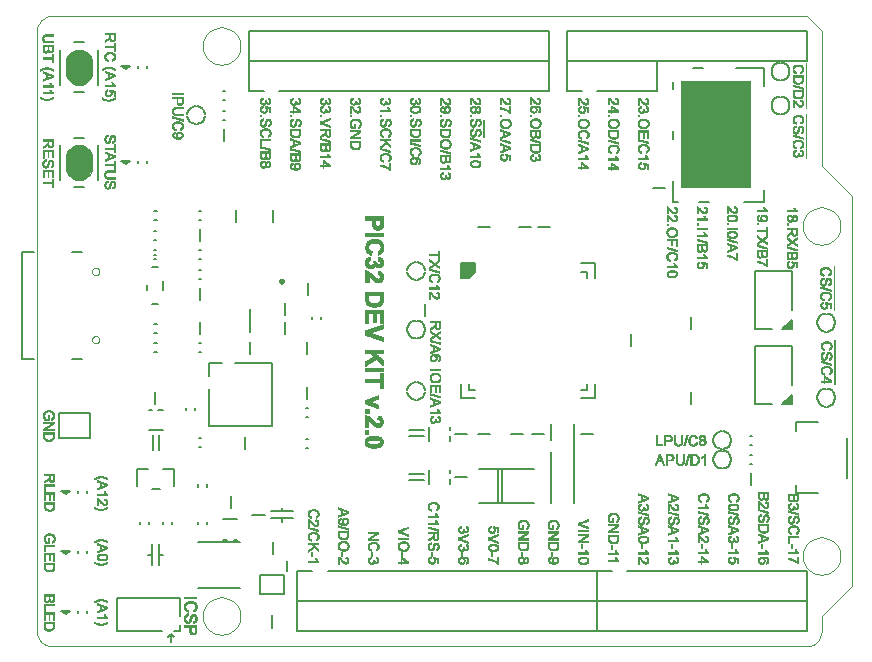
<source format=gbr>
G04 PROTEUS RS274X GERBER FILE*
%FSLAX45Y45*%
%MOMM*%
G01*
%ADD65C,0.025400*%
%ADD66C,0.031750*%
%ADD67C,0.127000*%
%ADD12C,0.200000*%
%ADD13C,0.250000*%
G36*
X+243800Y+4054350D02*
X+243800Y+4134350D01*
X+245989Y+4156841D01*
X+252286Y+4177641D01*
X+262290Y+4196346D01*
X+275597Y+4212553D01*
X+291804Y+4225860D01*
X+310509Y+4235864D01*
X+331309Y+4242161D01*
X+353800Y+4244350D01*
X+376291Y+4242161D01*
X+397091Y+4235864D01*
X+415796Y+4225860D01*
X+432003Y+4212553D01*
X+445310Y+4196346D01*
X+455314Y+4177641D01*
X+461611Y+4156841D01*
X+463800Y+4134350D01*
X+463800Y+4054350D01*
X+461611Y+4031859D01*
X+455314Y+4011059D01*
X+445310Y+3992354D01*
X+432003Y+3976147D01*
X+415796Y+3962840D01*
X+397091Y+3952836D01*
X+376291Y+3946539D01*
X+353800Y+3944350D01*
X+331309Y+3946539D01*
X+310509Y+3952836D01*
X+291804Y+3962840D01*
X+275597Y+3976147D01*
X+262290Y+3992354D01*
X+252286Y+4011059D01*
X+245989Y+4031859D01*
X+243800Y+4054350D01*
G37*
G36*
X+243800Y+4860800D02*
X+243800Y+4940800D01*
X+245989Y+4963291D01*
X+252286Y+4984091D01*
X+262290Y+5002796D01*
X+275597Y+5019003D01*
X+291804Y+5032310D01*
X+310509Y+5042314D01*
X+331309Y+5048611D01*
X+353800Y+5050800D01*
X+376291Y+5048611D01*
X+397091Y+5042314D01*
X+415796Y+5032310D01*
X+432003Y+5019003D01*
X+445310Y+5002796D01*
X+455314Y+4984091D01*
X+461611Y+4963291D01*
X+463800Y+4940800D01*
X+463800Y+4860800D01*
X+461611Y+4838309D01*
X+455314Y+4817509D01*
X+445310Y+4798804D01*
X+432003Y+4782597D01*
X+415796Y+4769290D01*
X+397091Y+4759286D01*
X+376291Y+4752989D01*
X+353800Y+4750800D01*
X+331309Y+4752989D01*
X+310509Y+4759286D01*
X+291804Y+4769290D01*
X+275597Y+4782597D01*
X+262290Y+4798804D01*
X+252286Y+4817509D01*
X+245989Y+4838309D01*
X+243800Y+4860800D01*
G37*
G36*
X+281300Y+298200D02*
X+201300Y+298200D01*
X+241300Y+273200D01*
X+281300Y+298200D01*
G37*
G36*
X+281300Y+806200D02*
X+201300Y+806200D01*
X+241300Y+781200D01*
X+281300Y+806200D01*
G37*
G36*
X+281300Y+1314200D02*
X+201300Y+1314200D01*
X+241300Y+1289200D01*
X+281300Y+1314200D01*
G37*
G36*
X+5452000Y+3883100D02*
X+5452000Y+4783100D01*
X+6037000Y+4783100D01*
X+6037000Y+3883100D01*
X+5452000Y+3883100D01*
G37*
G36*
X+3654400Y+3167400D02*
X+3654400Y+3117400D01*
X+3704400Y+3167400D01*
X+3654400Y+3167400D01*
G37*
G36*
X+3584400Y+3118600D02*
X+3654250Y+3118600D01*
X+3705050Y+3169400D01*
X+3705050Y+3239250D01*
X+3584400Y+3239250D01*
X+3584400Y+3118600D01*
G37*
G36*
X+789300Y+4106900D02*
X+709300Y+4106900D01*
X+749300Y+4081900D01*
X+789300Y+4106900D01*
G37*
G36*
X+789300Y+4913350D02*
X+709300Y+4913350D01*
X+749300Y+4888350D01*
X+789300Y+4913350D01*
G37*
G36*
X+6388100Y+2681250D02*
X+6388100Y+2763800D01*
X+6305550Y+2681250D01*
X+6388100Y+2681250D01*
G37*
G36*
X+6388100Y+2046250D02*
X+6388100Y+2128800D01*
X+6305550Y+2046250D01*
X+6388100Y+2046250D01*
G37*
D65*
X+6800850Y+762000D02*
X+6800320Y+774958D01*
X+6796016Y+800876D01*
X+6787025Y+826794D01*
X+6772380Y+852712D01*
X+6749976Y+878466D01*
X+6724058Y+897958D01*
X+6698140Y+910530D01*
X+6672222Y+917866D01*
X+6646304Y+920694D01*
X+6642100Y+920750D01*
X+6483350Y+762000D02*
X+6483880Y+774958D01*
X+6488184Y+800876D01*
X+6497175Y+826794D01*
X+6511820Y+852712D01*
X+6534224Y+878466D01*
X+6560142Y+897958D01*
X+6586060Y+910530D01*
X+6611978Y+917866D01*
X+6637896Y+920694D01*
X+6642100Y+920750D01*
X+6483350Y+762000D02*
X+6483880Y+749042D01*
X+6488184Y+723124D01*
X+6497175Y+697206D01*
X+6511820Y+671288D01*
X+6534224Y+645534D01*
X+6560142Y+626042D01*
X+6586060Y+613470D01*
X+6611978Y+606134D01*
X+6637896Y+603306D01*
X+6642100Y+603250D01*
X+6800850Y+762000D02*
X+6800320Y+749042D01*
X+6796016Y+723124D01*
X+6787025Y+697206D01*
X+6772380Y+671288D01*
X+6749976Y+645534D01*
X+6724058Y+626042D01*
X+6698140Y+613470D01*
X+6672222Y+606134D01*
X+6646304Y+603306D01*
X+6642100Y+603250D01*
X+6800850Y+3556000D02*
X+6800320Y+3568958D01*
X+6796016Y+3594876D01*
X+6787025Y+3620794D01*
X+6772380Y+3646712D01*
X+6749976Y+3672466D01*
X+6724058Y+3691958D01*
X+6698140Y+3704530D01*
X+6672222Y+3711866D01*
X+6646304Y+3714694D01*
X+6642100Y+3714750D01*
X+6483350Y+3556000D02*
X+6483880Y+3568958D01*
X+6488184Y+3594876D01*
X+6497175Y+3620794D01*
X+6511820Y+3646712D01*
X+6534224Y+3672466D01*
X+6560142Y+3691958D01*
X+6586060Y+3704530D01*
X+6611978Y+3711866D01*
X+6637896Y+3714694D01*
X+6642100Y+3714750D01*
X+6483350Y+3556000D02*
X+6483880Y+3543042D01*
X+6488184Y+3517124D01*
X+6497175Y+3491206D01*
X+6511820Y+3465288D01*
X+6534224Y+3439534D01*
X+6560142Y+3420042D01*
X+6586060Y+3407470D01*
X+6611978Y+3400134D01*
X+6637896Y+3397306D01*
X+6642100Y+3397250D01*
X+6800850Y+3556000D02*
X+6800320Y+3543042D01*
X+6796016Y+3517124D01*
X+6787025Y+3491206D01*
X+6772380Y+3465288D01*
X+6749976Y+3439534D01*
X+6724058Y+3420042D01*
X+6698140Y+3407470D01*
X+6672222Y+3400134D01*
X+6646304Y+3397306D01*
X+6642100Y+3397250D01*
X+1720850Y+5080000D02*
X+1720320Y+5092958D01*
X+1716016Y+5118876D01*
X+1707025Y+5144794D01*
X+1692380Y+5170712D01*
X+1669976Y+5196466D01*
X+1644058Y+5215958D01*
X+1618140Y+5228530D01*
X+1592222Y+5235866D01*
X+1566304Y+5238694D01*
X+1562100Y+5238750D01*
X+1403350Y+5080000D02*
X+1403880Y+5092958D01*
X+1408184Y+5118876D01*
X+1417175Y+5144794D01*
X+1431820Y+5170712D01*
X+1454224Y+5196466D01*
X+1480142Y+5215958D01*
X+1506060Y+5228530D01*
X+1531978Y+5235866D01*
X+1557896Y+5238694D01*
X+1562100Y+5238750D01*
X+1403350Y+5080000D02*
X+1403880Y+5067042D01*
X+1408184Y+5041124D01*
X+1417175Y+5015206D01*
X+1431820Y+4989288D01*
X+1454224Y+4963534D01*
X+1480142Y+4944042D01*
X+1506060Y+4931470D01*
X+1531978Y+4924134D01*
X+1557896Y+4921306D01*
X+1562100Y+4921250D01*
X+1720850Y+5080000D02*
X+1720320Y+5067042D01*
X+1716016Y+5041124D01*
X+1707025Y+5015206D01*
X+1692380Y+4989288D01*
X+1669976Y+4963534D01*
X+1644058Y+4944042D01*
X+1618140Y+4931470D01*
X+1592222Y+4924134D01*
X+1566304Y+4921306D01*
X+1562100Y+4921250D01*
X+1720850Y+254000D02*
X+1720320Y+266958D01*
X+1716016Y+292876D01*
X+1707025Y+318794D01*
X+1692380Y+344712D01*
X+1669976Y+370466D01*
X+1644058Y+389958D01*
X+1618140Y+402530D01*
X+1592222Y+409866D01*
X+1566304Y+412694D01*
X+1562100Y+412750D01*
X+1403350Y+254000D02*
X+1403880Y+266958D01*
X+1408184Y+292876D01*
X+1417175Y+318794D01*
X+1431820Y+344712D01*
X+1454224Y+370466D01*
X+1480142Y+389958D01*
X+1506060Y+402530D01*
X+1531978Y+409866D01*
X+1557896Y+412694D01*
X+1562100Y+412750D01*
X+1403350Y+254000D02*
X+1403880Y+241042D01*
X+1408184Y+215124D01*
X+1417175Y+189206D01*
X+1431820Y+163288D01*
X+1454224Y+137534D01*
X+1480142Y+118042D01*
X+1506060Y+105470D01*
X+1531978Y+98134D01*
X+1557896Y+95306D01*
X+1562100Y+95250D01*
X+1720850Y+254000D02*
X+1720320Y+241042D01*
X+1716016Y+215124D01*
X+1707025Y+189206D01*
X+1692380Y+163288D01*
X+1669976Y+137534D01*
X+1644058Y+118042D01*
X+1618140Y+105470D01*
X+1592222Y+98134D01*
X+1566304Y+95306D01*
X+1562100Y+95250D01*
X+127000Y+0D02*
X+101032Y+2527D01*
X+77018Y+9798D01*
X+55423Y+21347D01*
X+36711Y+36711D01*
X+21348Y+55423D01*
X+9798Y+77018D01*
X+2527Y+101032D01*
X+0Y+127000D01*
X+0Y+5207000D01*
X+2527Y+5232967D01*
X+9798Y+5256981D01*
X+21348Y+5278577D01*
X+36711Y+5297289D01*
X+55423Y+5312652D01*
X+77018Y+5324202D01*
X+101032Y+5331473D01*
X+127000Y+5334000D01*
X+6515100Y+5334000D01*
X+6642100Y+5207000D01*
X+6642100Y+4064000D01*
X+6896100Y+3810000D01*
X+6896100Y+508000D01*
X+6642100Y+254000D01*
X+6642100Y+127000D01*
X+6639573Y+101032D01*
X+6632302Y+77018D01*
X+6620752Y+55423D01*
X+6605389Y+36711D01*
X+6586677Y+21347D01*
X+6565081Y+9798D01*
X+6541067Y+2527D01*
X+6515100Y+0D01*
X+127000Y+0D01*
D66*
X+2799715Y+833120D02*
X+2799715Y+853440D01*
X+2802255Y+716280D02*
X+2802255Y+734060D01*
X+2802255Y+825500D02*
X+2802255Y+861060D01*
X+2802255Y+899160D02*
X+2802255Y+911860D01*
X+2802255Y+957580D02*
X+2802255Y+967740D01*
X+2804795Y+711200D02*
X+2804795Y+741680D01*
X+2804795Y+822960D02*
X+2804795Y+863600D01*
X+2804795Y+899160D02*
X+2804795Y+911860D01*
X+2804795Y+957580D02*
X+2804795Y+967740D01*
X+2807335Y+706120D02*
X+2807335Y+744220D01*
X+2807335Y+817880D02*
X+2807335Y+868680D01*
X+2807335Y+899160D02*
X+2807335Y+914400D01*
X+2807335Y+957580D02*
X+2807335Y+967740D01*
X+2809875Y+703580D02*
X+2809875Y+746760D01*
X+2809875Y+815340D02*
X+2809875Y+835660D01*
X+2809875Y+850900D02*
X+2809875Y+871220D01*
X+2809875Y+899160D02*
X+2809875Y+916940D01*
X+2809875Y+957580D02*
X+2809875Y+967740D01*
X+2812415Y+701040D02*
X+2812415Y+716280D01*
X+2812415Y+734060D02*
X+2812415Y+749300D01*
X+2812415Y+815340D02*
X+2812415Y+830580D01*
X+2812415Y+855980D02*
X+2812415Y+871220D01*
X+2812415Y+899160D02*
X+2812415Y+916940D01*
X+2812415Y+957580D02*
X+2812415Y+967740D01*
X+2814955Y+698500D02*
X+2814955Y+713740D01*
X+2814955Y+736600D02*
X+2814955Y+751840D01*
X+2814955Y+812800D02*
X+2814955Y+825500D01*
X+2814955Y+861060D02*
X+2814955Y+873760D01*
X+2814955Y+899160D02*
X+2814955Y+919480D01*
X+2814955Y+957580D02*
X+2814955Y+967740D01*
X+2817495Y+698500D02*
X+2817495Y+711200D01*
X+2817495Y+739140D02*
X+2817495Y+751840D01*
X+2817495Y+812800D02*
X+2817495Y+822960D01*
X+2817495Y+863600D02*
X+2817495Y+876300D01*
X+2817495Y+899160D02*
X+2817495Y+922020D01*
X+2817495Y+957580D02*
X+2817495Y+967740D01*
X+2820035Y+698500D02*
X+2820035Y+708660D01*
X+2820035Y+741680D02*
X+2820035Y+754380D01*
X+2820035Y+810260D02*
X+2820035Y+822960D01*
X+2820035Y+866140D02*
X+2820035Y+876300D01*
X+2820035Y+899160D02*
X+2820035Y+909320D01*
X+2820035Y+911860D02*
X+2820035Y+922020D01*
X+2820035Y+957580D02*
X+2820035Y+967740D01*
X+2822575Y+695960D02*
X+2822575Y+706120D01*
X+2822575Y+741680D02*
X+2822575Y+754380D01*
X+2822575Y+810260D02*
X+2822575Y+820420D01*
X+2822575Y+866140D02*
X+2822575Y+876300D01*
X+2822575Y+899160D02*
X+2822575Y+909320D01*
X+2822575Y+911860D02*
X+2822575Y+924560D01*
X+2822575Y+957580D02*
X+2822575Y+967740D01*
X+2825115Y+695960D02*
X+2825115Y+706120D01*
X+2825115Y+744220D02*
X+2825115Y+754380D01*
X+2825115Y+807720D02*
X+2825115Y+820420D01*
X+2825115Y+868680D02*
X+2825115Y+878840D01*
X+2825115Y+899160D02*
X+2825115Y+909320D01*
X+2825115Y+914400D02*
X+2825115Y+927100D01*
X+2825115Y+957580D02*
X+2825115Y+967740D01*
X+2827655Y+695960D02*
X+2827655Y+706120D01*
X+2827655Y+744220D02*
X+2827655Y+749300D01*
X+2827655Y+807720D02*
X+2827655Y+817880D01*
X+2827655Y+868680D02*
X+2827655Y+878840D01*
X+2827655Y+899160D02*
X+2827655Y+909320D01*
X+2827655Y+916940D02*
X+2827655Y+927100D01*
X+2827655Y+957580D02*
X+2827655Y+967740D01*
X+2830195Y+695960D02*
X+2830195Y+706120D01*
X+2830195Y+762000D02*
X+2830195Y+795020D01*
X+2830195Y+812800D02*
X+2830195Y+817880D01*
X+2830195Y+868680D02*
X+2830195Y+878840D01*
X+2830195Y+899160D02*
X+2830195Y+909320D01*
X+2830195Y+916940D02*
X+2830195Y+929640D01*
X+2830195Y+957580D02*
X+2830195Y+967740D01*
X+2832735Y+695960D02*
X+2832735Y+706120D01*
X+2832735Y+762000D02*
X+2832735Y+795020D01*
X+2832735Y+871220D02*
X+2832735Y+881380D01*
X+2832735Y+899160D02*
X+2832735Y+909320D01*
X+2832735Y+919480D02*
X+2832735Y+929640D01*
X+2832735Y+957580D02*
X+2832735Y+967740D01*
X+2835275Y+695960D02*
X+2835275Y+706120D01*
X+2835275Y+762000D02*
X+2835275Y+795020D01*
X+2835275Y+871220D02*
X+2835275Y+881380D01*
X+2835275Y+899160D02*
X+2835275Y+909320D01*
X+2835275Y+922020D02*
X+2835275Y+932180D01*
X+2835275Y+957580D02*
X+2835275Y+967740D01*
X+2837815Y+698500D02*
X+2837815Y+708660D01*
X+2837815Y+762000D02*
X+2837815Y+795020D01*
X+2837815Y+871220D02*
X+2837815Y+881380D01*
X+2837815Y+899160D02*
X+2837815Y+909320D01*
X+2837815Y+922020D02*
X+2837815Y+934720D01*
X+2837815Y+957580D02*
X+2837815Y+967740D01*
X+2840355Y+698500D02*
X+2840355Y+711200D01*
X+2840355Y+871220D02*
X+2840355Y+881380D01*
X+2840355Y+899160D02*
X+2840355Y+909320D01*
X+2840355Y+924560D02*
X+2840355Y+934720D01*
X+2840355Y+957580D02*
X+2840355Y+967740D01*
X+2842895Y+701040D02*
X+2842895Y+713740D01*
X+2842895Y+871220D02*
X+2842895Y+881380D01*
X+2842895Y+899160D02*
X+2842895Y+909320D01*
X+2842895Y+927100D02*
X+2842895Y+937260D01*
X+2842895Y+957580D02*
X+2842895Y+967740D01*
X+2845435Y+703580D02*
X+2845435Y+731520D01*
X+2845435Y+871220D02*
X+2845435Y+881380D01*
X+2845435Y+899160D02*
X+2845435Y+909320D01*
X+2845435Y+927100D02*
X+2845435Y+939800D01*
X+2845435Y+957580D02*
X+2845435Y+967740D01*
X+2847975Y+706120D02*
X+2847975Y+731520D01*
X+2847975Y+871220D02*
X+2847975Y+881380D01*
X+2847975Y+899160D02*
X+2847975Y+909320D01*
X+2847975Y+929640D02*
X+2847975Y+939800D01*
X+2847975Y+957580D02*
X+2847975Y+967740D01*
X+2850515Y+713740D02*
X+2850515Y+731520D01*
X+2850515Y+871220D02*
X+2850515Y+881380D01*
X+2850515Y+899160D02*
X+2850515Y+909320D01*
X+2850515Y+932180D02*
X+2850515Y+942340D01*
X+2850515Y+957580D02*
X+2850515Y+967740D01*
X+2853055Y+708660D02*
X+2853055Y+731520D01*
X+2853055Y+871220D02*
X+2853055Y+881380D01*
X+2853055Y+899160D02*
X+2853055Y+909320D01*
X+2853055Y+932180D02*
X+2853055Y+944880D01*
X+2853055Y+957580D02*
X+2853055Y+967740D01*
X+2855595Y+706120D02*
X+2855595Y+721360D01*
X+2855595Y+871220D02*
X+2855595Y+881380D01*
X+2855595Y+899160D02*
X+2855595Y+909320D01*
X+2855595Y+934720D02*
X+2855595Y+944880D01*
X+2855595Y+957580D02*
X+2855595Y+967740D01*
X+2858135Y+703580D02*
X+2858135Y+716280D01*
X+2858135Y+871220D02*
X+2858135Y+881380D01*
X+2858135Y+899160D02*
X+2858135Y+909320D01*
X+2858135Y+937260D02*
X+2858135Y+947420D01*
X+2858135Y+957580D02*
X+2858135Y+967740D01*
X+2860675Y+703580D02*
X+2860675Y+713740D01*
X+2860675Y+868680D02*
X+2860675Y+878840D01*
X+2860675Y+899160D02*
X+2860675Y+909320D01*
X+2860675Y+937260D02*
X+2860675Y+949960D01*
X+2860675Y+957580D02*
X+2860675Y+967740D01*
X+2863215Y+701040D02*
X+2863215Y+711200D01*
X+2863215Y+868680D02*
X+2863215Y+878840D01*
X+2863215Y+899160D02*
X+2863215Y+909320D01*
X+2863215Y+939800D02*
X+2863215Y+949960D01*
X+2863215Y+957580D02*
X+2863215Y+967740D01*
X+2865755Y+701040D02*
X+2865755Y+711200D01*
X+2865755Y+744220D02*
X+2865755Y+749300D01*
X+2865755Y+810260D02*
X+2865755Y+820420D01*
X+2865755Y+868680D02*
X+2865755Y+878840D01*
X+2865755Y+899160D02*
X+2865755Y+909320D01*
X+2865755Y+939800D02*
X+2865755Y+952500D01*
X+2865755Y+957580D02*
X+2865755Y+967740D01*
X+2868295Y+701040D02*
X+2868295Y+711200D01*
X+2868295Y+744220D02*
X+2868295Y+754380D01*
X+2868295Y+810260D02*
X+2868295Y+822960D01*
X+2868295Y+866140D02*
X+2868295Y+878840D01*
X+2868295Y+899160D02*
X+2868295Y+909320D01*
X+2868295Y+942340D02*
X+2868295Y+955040D01*
X+2868295Y+957580D02*
X+2868295Y+967740D01*
X+2870835Y+701040D02*
X+2870835Y+711200D01*
X+2870835Y+741680D02*
X+2870835Y+754380D01*
X+2870835Y+812800D02*
X+2870835Y+822960D01*
X+2870835Y+866140D02*
X+2870835Y+876300D01*
X+2870835Y+899160D02*
X+2870835Y+909320D01*
X+2870835Y+944880D02*
X+2870835Y+955040D01*
X+2870835Y+957580D02*
X+2870835Y+967740D01*
X+2873375Y+701040D02*
X+2873375Y+713740D01*
X+2873375Y+741680D02*
X+2873375Y+751840D01*
X+2873375Y+812800D02*
X+2873375Y+825500D01*
X+2873375Y+863600D02*
X+2873375Y+876300D01*
X+2873375Y+899160D02*
X+2873375Y+909320D01*
X+2873375Y+944880D02*
X+2873375Y+967740D01*
X+2875915Y+703580D02*
X+2875915Y+716280D01*
X+2875915Y+739140D02*
X+2875915Y+751840D01*
X+2875915Y+815340D02*
X+2875915Y+828040D01*
X+2875915Y+861060D02*
X+2875915Y+873760D01*
X+2875915Y+899160D02*
X+2875915Y+909320D01*
X+2875915Y+947420D02*
X+2875915Y+967740D01*
X+2878455Y+703580D02*
X+2878455Y+718820D01*
X+2878455Y+734060D02*
X+2878455Y+749300D01*
X+2878455Y+815340D02*
X+2878455Y+830580D01*
X+2878455Y+858520D02*
X+2878455Y+871220D01*
X+2878455Y+899160D02*
X+2878455Y+909320D01*
X+2878455Y+949960D02*
X+2878455Y+967740D01*
X+2880995Y+706120D02*
X+2880995Y+749300D01*
X+2880995Y+817880D02*
X+2880995Y+835660D01*
X+2880995Y+850900D02*
X+2880995Y+868680D01*
X+2880995Y+899160D02*
X+2880995Y+909320D01*
X+2880995Y+949960D02*
X+2880995Y+967740D01*
X+2883535Y+708660D02*
X+2883535Y+746760D01*
X+2883535Y+820420D02*
X+2883535Y+866140D01*
X+2883535Y+899160D02*
X+2883535Y+909320D01*
X+2883535Y+952500D02*
X+2883535Y+967740D01*
X+2886075Y+711200D02*
X+2886075Y+741680D01*
X+2886075Y+822960D02*
X+2886075Y+863600D01*
X+2886075Y+899160D02*
X+2886075Y+909320D01*
X+2886075Y+955040D02*
X+2886075Y+967740D01*
X+2888615Y+718820D02*
X+2888615Y+736600D01*
X+2888615Y+825500D02*
X+2888615Y+858520D01*
X+2888615Y+899160D02*
X+2888615Y+909320D01*
X+2888615Y+955040D02*
X+2888615Y+967740D01*
X+2891155Y+833120D02*
X+2891155Y+853440D01*
X+3053715Y+835660D02*
X+3053715Y+855980D01*
X+3056255Y+703580D02*
X+3056255Y+713740D01*
X+3056255Y+828040D02*
X+3056255Y+863600D01*
X+3056255Y+906780D02*
X+3056255Y+916940D01*
X+3056255Y+965200D02*
X+3056255Y+977900D01*
X+3058795Y+703580D02*
X+3058795Y+713740D01*
X+3058795Y+822960D02*
X+3058795Y+868680D01*
X+3058795Y+906780D02*
X+3058795Y+916940D01*
X+3058795Y+962660D02*
X+3058795Y+980440D01*
X+3061335Y+703580D02*
X+3061335Y+713740D01*
X+3061335Y+820420D02*
X+3061335Y+871220D01*
X+3061335Y+906780D02*
X+3061335Y+916940D01*
X+3061335Y+962660D02*
X+3061335Y+980440D01*
X+3063875Y+703580D02*
X+3063875Y+713740D01*
X+3063875Y+817880D02*
X+3063875Y+835660D01*
X+3063875Y+855980D02*
X+3063875Y+873760D01*
X+3063875Y+906780D02*
X+3063875Y+916940D01*
X+3063875Y+962660D02*
X+3063875Y+980440D01*
X+3066415Y+703580D02*
X+3066415Y+713740D01*
X+3066415Y+815340D02*
X+3066415Y+830580D01*
X+3066415Y+861060D02*
X+3066415Y+876300D01*
X+3066415Y+906780D02*
X+3066415Y+916940D01*
X+3066415Y+960120D02*
X+3066415Y+970280D01*
X+3066415Y+972820D02*
X+3066415Y+982980D01*
X+3068955Y+703580D02*
X+3068955Y+713740D01*
X+3068955Y+812800D02*
X+3068955Y+828040D01*
X+3068955Y+863600D02*
X+3068955Y+878840D01*
X+3068955Y+906780D02*
X+3068955Y+916940D01*
X+3068955Y+960120D02*
X+3068955Y+970280D01*
X+3068955Y+972820D02*
X+3068955Y+982980D01*
X+3071495Y+703580D02*
X+3071495Y+713740D01*
X+3071495Y+812800D02*
X+3071495Y+825500D01*
X+3071495Y+866140D02*
X+3071495Y+878840D01*
X+3071495Y+906780D02*
X+3071495Y+916940D01*
X+3071495Y+960120D02*
X+3071495Y+970280D01*
X+3071495Y+972820D02*
X+3071495Y+982980D01*
X+3074035Y+703580D02*
X+3074035Y+713740D01*
X+3074035Y+810260D02*
X+3074035Y+822960D01*
X+3074035Y+868680D02*
X+3074035Y+881380D01*
X+3074035Y+906780D02*
X+3074035Y+916940D01*
X+3074035Y+957580D02*
X+3074035Y+970280D01*
X+3074035Y+972820D02*
X+3074035Y+985520D01*
X+3076575Y+693420D02*
X+3076575Y+754380D01*
X+3076575Y+810260D02*
X+3076575Y+820420D01*
X+3076575Y+871220D02*
X+3076575Y+881380D01*
X+3076575Y+906780D02*
X+3076575Y+916940D01*
X+3076575Y+957580D02*
X+3076575Y+967740D01*
X+3076575Y+975360D02*
X+3076575Y+985520D01*
X+3079115Y+693420D02*
X+3079115Y+754380D01*
X+3079115Y+807720D02*
X+3079115Y+820420D01*
X+3079115Y+871220D02*
X+3079115Y+883920D01*
X+3079115Y+906780D02*
X+3079115Y+916940D01*
X+3079115Y+955040D02*
X+3079115Y+967740D01*
X+3079115Y+975360D02*
X+3079115Y+988060D01*
X+3081655Y+693420D02*
X+3081655Y+754380D01*
X+3081655Y+807720D02*
X+3081655Y+817880D01*
X+3081655Y+873760D02*
X+3081655Y+883920D01*
X+3081655Y+906780D02*
X+3081655Y+916940D01*
X+3081655Y+955040D02*
X+3081655Y+965200D01*
X+3081655Y+977900D02*
X+3081655Y+988060D01*
X+3084195Y+693420D02*
X+3084195Y+754380D01*
X+3084195Y+759460D02*
X+3084195Y+792480D01*
X+3084195Y+807720D02*
X+3084195Y+817880D01*
X+3084195Y+873760D02*
X+3084195Y+883920D01*
X+3084195Y+906780D02*
X+3084195Y+916940D01*
X+3084195Y+955040D02*
X+3084195Y+965200D01*
X+3084195Y+977900D02*
X+3084195Y+988060D01*
X+3086735Y+703580D02*
X+3086735Y+713740D01*
X+3086735Y+741680D02*
X+3086735Y+754380D01*
X+3086735Y+759460D02*
X+3086735Y+792480D01*
X+3086735Y+805180D02*
X+3086735Y+817880D01*
X+3086735Y+876300D02*
X+3086735Y+886460D01*
X+3086735Y+906780D02*
X+3086735Y+916940D01*
X+3086735Y+952500D02*
X+3086735Y+965200D01*
X+3086735Y+977900D02*
X+3086735Y+990600D01*
X+3089275Y+703580D02*
X+3089275Y+713740D01*
X+3089275Y+739140D02*
X+3089275Y+751840D01*
X+3089275Y+759460D02*
X+3089275Y+792480D01*
X+3089275Y+805180D02*
X+3089275Y+815340D01*
X+3089275Y+876300D02*
X+3089275Y+886460D01*
X+3089275Y+906780D02*
X+3089275Y+916940D01*
X+3089275Y+952500D02*
X+3089275Y+962660D01*
X+3089275Y+980440D02*
X+3089275Y+990600D01*
X+3091815Y+703580D02*
X+3091815Y+713740D01*
X+3091815Y+736600D02*
X+3091815Y+749300D01*
X+3091815Y+759460D02*
X+3091815Y+792480D01*
X+3091815Y+805180D02*
X+3091815Y+815340D01*
X+3091815Y+876300D02*
X+3091815Y+886460D01*
X+3091815Y+906780D02*
X+3091815Y+916940D01*
X+3091815Y+952500D02*
X+3091815Y+962660D01*
X+3091815Y+980440D02*
X+3091815Y+990600D01*
X+3094355Y+703580D02*
X+3094355Y+713740D01*
X+3094355Y+736600D02*
X+3094355Y+746760D01*
X+3094355Y+805180D02*
X+3094355Y+815340D01*
X+3094355Y+876300D02*
X+3094355Y+886460D01*
X+3094355Y+906780D02*
X+3094355Y+916940D01*
X+3094355Y+949960D02*
X+3094355Y+962660D01*
X+3094355Y+982980D02*
X+3094355Y+993140D01*
X+3096895Y+703580D02*
X+3096895Y+713740D01*
X+3096895Y+734060D02*
X+3096895Y+746760D01*
X+3096895Y+805180D02*
X+3096895Y+815340D01*
X+3096895Y+876300D02*
X+3096895Y+886460D01*
X+3096895Y+906780D02*
X+3096895Y+916940D01*
X+3096895Y+949960D02*
X+3096895Y+960120D01*
X+3096895Y+982980D02*
X+3096895Y+993140D01*
X+3099435Y+703580D02*
X+3099435Y+713740D01*
X+3099435Y+731520D02*
X+3099435Y+744220D01*
X+3099435Y+805180D02*
X+3099435Y+815340D01*
X+3099435Y+876300D02*
X+3099435Y+886460D01*
X+3099435Y+906780D02*
X+3099435Y+916940D01*
X+3099435Y+947420D02*
X+3099435Y+960120D01*
X+3099435Y+982980D02*
X+3099435Y+995680D01*
X+3101975Y+703580D02*
X+3101975Y+713740D01*
X+3101975Y+728980D02*
X+3101975Y+741680D01*
X+3101975Y+805180D02*
X+3101975Y+815340D01*
X+3101975Y+876300D02*
X+3101975Y+886460D01*
X+3101975Y+906780D02*
X+3101975Y+916940D01*
X+3101975Y+947420D02*
X+3101975Y+957580D01*
X+3101975Y+985520D02*
X+3101975Y+995680D01*
X+3104515Y+703580D02*
X+3104515Y+713740D01*
X+3104515Y+728980D02*
X+3104515Y+739140D01*
X+3104515Y+805180D02*
X+3104515Y+815340D01*
X+3104515Y+876300D02*
X+3104515Y+886460D01*
X+3104515Y+906780D02*
X+3104515Y+916940D01*
X+3104515Y+947420D02*
X+3104515Y+957580D01*
X+3104515Y+985520D02*
X+3104515Y+995680D01*
X+3107055Y+703580D02*
X+3107055Y+713740D01*
X+3107055Y+726440D02*
X+3107055Y+739140D01*
X+3107055Y+805180D02*
X+3107055Y+815340D01*
X+3107055Y+876300D02*
X+3107055Y+886460D01*
X+3107055Y+906780D02*
X+3107055Y+916940D01*
X+3107055Y+944880D02*
X+3107055Y+957580D01*
X+3107055Y+985520D02*
X+3107055Y+998220D01*
X+3109595Y+703580D02*
X+3109595Y+713740D01*
X+3109595Y+723900D02*
X+3109595Y+736600D01*
X+3109595Y+805180D02*
X+3109595Y+815340D01*
X+3109595Y+876300D02*
X+3109595Y+886460D01*
X+3109595Y+906780D02*
X+3109595Y+916940D01*
X+3109595Y+944880D02*
X+3109595Y+955040D01*
X+3109595Y+988060D02*
X+3109595Y+998220D01*
X+3112135Y+703580D02*
X+3112135Y+713740D01*
X+3112135Y+723900D02*
X+3112135Y+734060D01*
X+3112135Y+805180D02*
X+3112135Y+817880D01*
X+3112135Y+873760D02*
X+3112135Y+886460D01*
X+3112135Y+906780D02*
X+3112135Y+916940D01*
X+3112135Y+944880D02*
X+3112135Y+955040D01*
X+3112135Y+988060D02*
X+3112135Y+998220D01*
X+3114675Y+703580D02*
X+3114675Y+713740D01*
X+3114675Y+721360D02*
X+3114675Y+731520D01*
X+3114675Y+807720D02*
X+3114675Y+817880D01*
X+3114675Y+873760D02*
X+3114675Y+883920D01*
X+3114675Y+906780D02*
X+3114675Y+916940D01*
X+3114675Y+942340D02*
X+3114675Y+952500D01*
X+3114675Y+990600D02*
X+3114675Y+1000760D01*
X+3117215Y+703580D02*
X+3117215Y+713740D01*
X+3117215Y+718820D02*
X+3117215Y+731520D01*
X+3117215Y+807720D02*
X+3117215Y+817880D01*
X+3117215Y+873760D02*
X+3117215Y+883920D01*
X+3117215Y+906780D02*
X+3117215Y+916940D01*
X+3117215Y+942340D02*
X+3117215Y+952500D01*
X+3117215Y+990600D02*
X+3117215Y+1000760D01*
X+3119755Y+703580D02*
X+3119755Y+713740D01*
X+3119755Y+716280D02*
X+3119755Y+728980D01*
X+3119755Y+807720D02*
X+3119755Y+820420D01*
X+3119755Y+873760D02*
X+3119755Y+883920D01*
X+3119755Y+906780D02*
X+3119755Y+916940D01*
X+3119755Y+939800D02*
X+3119755Y+952500D01*
X+3119755Y+990600D02*
X+3119755Y+1003300D01*
X+3122295Y+703580D02*
X+3122295Y+713740D01*
X+3122295Y+716280D02*
X+3122295Y+726440D01*
X+3122295Y+810260D02*
X+3122295Y+820420D01*
X+3122295Y+871220D02*
X+3122295Y+881380D01*
X+3122295Y+906780D02*
X+3122295Y+916940D01*
X+3122295Y+939800D02*
X+3122295Y+949960D01*
X+3122295Y+993140D02*
X+3122295Y+1003300D01*
X+3124835Y+703580D02*
X+3124835Y+726440D01*
X+3124835Y+810260D02*
X+3124835Y+822960D01*
X+3124835Y+868680D02*
X+3124835Y+881380D01*
X+3124835Y+906780D02*
X+3124835Y+916940D01*
X+3124835Y+939800D02*
X+3124835Y+949960D01*
X+3124835Y+993140D02*
X+3124835Y+1003300D01*
X+3127375Y+703580D02*
X+3127375Y+723900D01*
X+3127375Y+812800D02*
X+3127375Y+825500D01*
X+3127375Y+866140D02*
X+3127375Y+878840D01*
X+3127375Y+906780D02*
X+3127375Y+916940D01*
X+3127375Y+937260D02*
X+3127375Y+949960D01*
X+3127375Y+995680D02*
X+3127375Y+1005840D01*
X+3129915Y+703580D02*
X+3129915Y+721360D01*
X+3129915Y+812800D02*
X+3129915Y+828040D01*
X+3129915Y+863600D02*
X+3129915Y+878840D01*
X+3129915Y+906780D02*
X+3129915Y+916940D01*
X+3129915Y+937260D02*
X+3129915Y+947420D01*
X+3129915Y+995680D02*
X+3129915Y+1005840D01*
X+3132455Y+703580D02*
X+3132455Y+718820D01*
X+3132455Y+815340D02*
X+3132455Y+830580D01*
X+3132455Y+861060D02*
X+3132455Y+876300D01*
X+3132455Y+906780D02*
X+3132455Y+916940D01*
X+3132455Y+937260D02*
X+3132455Y+947420D01*
X+3132455Y+995680D02*
X+3132455Y+1005840D01*
X+3134995Y+703580D02*
X+3134995Y+718820D01*
X+3134995Y+817880D02*
X+3134995Y+835660D01*
X+3134995Y+855980D02*
X+3134995Y+873760D01*
X+3134995Y+906780D02*
X+3134995Y+916940D01*
X+3134995Y+934720D02*
X+3134995Y+944880D01*
X+3134995Y+998220D02*
X+3134995Y+1008380D01*
X+3137535Y+703580D02*
X+3137535Y+716280D01*
X+3137535Y+820420D02*
X+3137535Y+871220D01*
X+3137535Y+906780D02*
X+3137535Y+916940D01*
X+3137535Y+934720D02*
X+3137535Y+944880D01*
X+3137535Y+998220D02*
X+3137535Y+1008380D01*
X+3140075Y+703580D02*
X+3140075Y+713740D01*
X+3140075Y+822960D02*
X+3140075Y+868680D01*
X+3140075Y+906780D02*
X+3140075Y+916940D01*
X+3140075Y+932180D02*
X+3140075Y+944880D01*
X+3140075Y+998220D02*
X+3140075Y+1010920D01*
X+3142615Y+703580D02*
X+3142615Y+711200D01*
X+3142615Y+828040D02*
X+3142615Y+863600D01*
X+3142615Y+906780D02*
X+3142615Y+916940D01*
X+3142615Y+932180D02*
X+3142615Y+942340D01*
X+3142615Y+1000760D02*
X+3142615Y+1010920D01*
X+3145155Y+835660D02*
X+3145155Y+855980D01*
X+3564255Y+716280D02*
X+3564255Y+734060D01*
X+3564255Y+825500D02*
X+3564255Y+843280D01*
X+3564255Y+904240D02*
X+3564255Y+916940D01*
X+3564255Y+977900D02*
X+3564255Y+995680D01*
X+3566795Y+711200D02*
X+3566795Y+741680D01*
X+3566795Y+820420D02*
X+3566795Y+850900D01*
X+3566795Y+901700D02*
X+3566795Y+919480D01*
X+3566795Y+972820D02*
X+3566795Y+1003300D01*
X+3569335Y+706120D02*
X+3569335Y+744220D01*
X+3569335Y+815340D02*
X+3569335Y+853440D01*
X+3569335Y+901700D02*
X+3569335Y+919480D01*
X+3569335Y+967740D02*
X+3569335Y+1005840D01*
X+3571875Y+703580D02*
X+3571875Y+746760D01*
X+3571875Y+812800D02*
X+3571875Y+855980D01*
X+3571875Y+901700D02*
X+3571875Y+919480D01*
X+3571875Y+965200D02*
X+3571875Y+1008380D01*
X+3574415Y+701040D02*
X+3574415Y+716280D01*
X+3574415Y+734060D02*
X+3574415Y+749300D01*
X+3574415Y+810260D02*
X+3574415Y+825500D01*
X+3574415Y+843280D02*
X+3574415Y+858520D01*
X+3574415Y+899160D02*
X+3574415Y+909320D01*
X+3574415Y+911860D02*
X+3574415Y+922020D01*
X+3574415Y+962660D02*
X+3574415Y+977900D01*
X+3574415Y+995680D02*
X+3574415Y+1010920D01*
X+3576955Y+701040D02*
X+3576955Y+713740D01*
X+3576955Y+739140D02*
X+3576955Y+751840D01*
X+3576955Y+807720D02*
X+3576955Y+822960D01*
X+3576955Y+845820D02*
X+3576955Y+861060D01*
X+3576955Y+899160D02*
X+3576955Y+909320D01*
X+3576955Y+911860D02*
X+3576955Y+922020D01*
X+3576955Y+960120D02*
X+3576955Y+975360D01*
X+3576955Y+998220D02*
X+3576955Y+1013460D01*
X+3579495Y+698500D02*
X+3579495Y+711200D01*
X+3579495Y+741680D02*
X+3579495Y+751840D01*
X+3579495Y+807720D02*
X+3579495Y+820420D01*
X+3579495Y+848360D02*
X+3579495Y+861060D01*
X+3579495Y+899160D02*
X+3579495Y+909320D01*
X+3579495Y+911860D02*
X+3579495Y+922020D01*
X+3579495Y+960120D02*
X+3579495Y+972820D01*
X+3579495Y+1000760D02*
X+3579495Y+1013460D01*
X+3582035Y+698500D02*
X+3582035Y+708660D01*
X+3582035Y+744220D02*
X+3582035Y+754380D01*
X+3582035Y+807720D02*
X+3582035Y+817880D01*
X+3582035Y+850900D02*
X+3582035Y+863600D01*
X+3582035Y+896620D02*
X+3582035Y+909320D01*
X+3582035Y+911860D02*
X+3582035Y+924560D01*
X+3582035Y+960120D02*
X+3582035Y+970280D01*
X+3582035Y+1003300D02*
X+3582035Y+1016000D01*
X+3584575Y+695960D02*
X+3584575Y+708660D01*
X+3584575Y+744220D02*
X+3584575Y+754380D01*
X+3584575Y+805180D02*
X+3584575Y+815340D01*
X+3584575Y+850900D02*
X+3584575Y+863600D01*
X+3584575Y+896620D02*
X+3584575Y+906780D01*
X+3584575Y+914400D02*
X+3584575Y+924560D01*
X+3584575Y+957580D02*
X+3584575Y+967740D01*
X+3584575Y+1003300D02*
X+3584575Y+1016000D01*
X+3587115Y+695960D02*
X+3587115Y+706120D01*
X+3587115Y+746760D02*
X+3587115Y+754380D01*
X+3587115Y+805180D02*
X+3587115Y+815340D01*
X+3587115Y+853440D02*
X+3587115Y+863600D01*
X+3587115Y+894080D02*
X+3587115Y+906780D01*
X+3587115Y+914400D02*
X+3587115Y+927100D01*
X+3587115Y+957580D02*
X+3587115Y+967740D01*
X+3587115Y+1005840D02*
X+3587115Y+1016000D01*
X+3589655Y+695960D02*
X+3589655Y+706120D01*
X+3589655Y+746760D02*
X+3589655Y+754380D01*
X+3589655Y+805180D02*
X+3589655Y+815340D01*
X+3589655Y+853440D02*
X+3589655Y+858520D01*
X+3589655Y+894080D02*
X+3589655Y+904240D01*
X+3589655Y+916940D02*
X+3589655Y+927100D01*
X+3589655Y+957580D02*
X+3589655Y+967740D01*
X+3589655Y+1005840D02*
X+3589655Y+1010920D01*
X+3592195Y+695960D02*
X+3592195Y+706120D01*
X+3592195Y+746760D02*
X+3592195Y+756920D01*
X+3592195Y+762000D02*
X+3592195Y+795020D01*
X+3592195Y+805180D02*
X+3592195Y+815340D01*
X+3592195Y+894080D02*
X+3592195Y+904240D01*
X+3592195Y+916940D02*
X+3592195Y+927100D01*
X+3592195Y+957580D02*
X+3592195Y+967740D01*
X+3594735Y+695960D02*
X+3594735Y+706120D01*
X+3594735Y+746760D02*
X+3594735Y+756920D01*
X+3594735Y+762000D02*
X+3594735Y+795020D01*
X+3594735Y+805180D02*
X+3594735Y+815340D01*
X+3594735Y+891540D02*
X+3594735Y+904240D01*
X+3594735Y+916940D02*
X+3594735Y+929640D01*
X+3594735Y+957580D02*
X+3594735Y+967740D01*
X+3597275Y+695960D02*
X+3597275Y+706120D01*
X+3597275Y+746760D02*
X+3597275Y+756920D01*
X+3597275Y+762000D02*
X+3597275Y+795020D01*
X+3597275Y+805180D02*
X+3597275Y+815340D01*
X+3597275Y+891540D02*
X+3597275Y+901700D01*
X+3597275Y+919480D02*
X+3597275Y+929640D01*
X+3597275Y+957580D02*
X+3597275Y+967740D01*
X+3599815Y+695960D02*
X+3599815Y+706120D01*
X+3599815Y+746760D02*
X+3599815Y+756920D01*
X+3599815Y+762000D02*
X+3599815Y+795020D01*
X+3599815Y+807720D02*
X+3599815Y+817880D01*
X+3599815Y+891540D02*
X+3599815Y+901700D01*
X+3599815Y+919480D02*
X+3599815Y+929640D01*
X+3599815Y+960120D02*
X+3599815Y+970280D01*
X+3602355Y+698500D02*
X+3602355Y+708660D01*
X+3602355Y+744220D02*
X+3602355Y+756920D01*
X+3602355Y+807720D02*
X+3602355Y+820420D01*
X+3602355Y+889000D02*
X+3602355Y+901700D01*
X+3602355Y+922020D02*
X+3602355Y+932180D01*
X+3602355Y+960120D02*
X+3602355Y+972820D01*
X+3604895Y+698500D02*
X+3604895Y+711200D01*
X+3604895Y+741680D02*
X+3604895Y+756920D01*
X+3604895Y+810260D02*
X+3604895Y+822960D01*
X+3604895Y+889000D02*
X+3604895Y+899160D01*
X+3604895Y+922020D02*
X+3604895Y+932180D01*
X+3604895Y+962660D02*
X+3604895Y+975360D01*
X+3607435Y+698500D02*
X+3607435Y+713740D01*
X+3607435Y+739140D02*
X+3607435Y+756920D01*
X+3607435Y+812800D02*
X+3607435Y+840740D01*
X+3607435Y+886460D02*
X+3607435Y+899160D01*
X+3607435Y+922020D02*
X+3607435Y+934720D01*
X+3607435Y+965200D02*
X+3607435Y+993140D01*
X+3609975Y+701040D02*
X+3609975Y+716280D01*
X+3609975Y+734060D02*
X+3609975Y+756920D01*
X+3609975Y+815340D02*
X+3609975Y+840740D01*
X+3609975Y+886460D02*
X+3609975Y+896620D01*
X+3609975Y+924560D02*
X+3609975Y+934720D01*
X+3609975Y+967740D02*
X+3609975Y+993140D01*
X+3612515Y+703580D02*
X+3612515Y+744220D01*
X+3612515Y+746760D02*
X+3612515Y+756920D01*
X+3612515Y+822960D02*
X+3612515Y+840740D01*
X+3612515Y+886460D02*
X+3612515Y+896620D01*
X+3612515Y+924560D02*
X+3612515Y+934720D01*
X+3612515Y+975360D02*
X+3612515Y+993140D01*
X+3615055Y+706120D02*
X+3615055Y+741680D01*
X+3615055Y+746760D02*
X+3615055Y+756920D01*
X+3615055Y+817880D02*
X+3615055Y+840740D01*
X+3615055Y+883920D02*
X+3615055Y+896620D01*
X+3615055Y+924560D02*
X+3615055Y+937260D01*
X+3615055Y+970280D02*
X+3615055Y+993140D01*
X+3617595Y+708660D02*
X+3617595Y+739140D01*
X+3617595Y+746760D02*
X+3617595Y+756920D01*
X+3617595Y+815340D02*
X+3617595Y+830580D01*
X+3617595Y+883920D02*
X+3617595Y+894080D01*
X+3617595Y+927100D02*
X+3617595Y+937260D01*
X+3617595Y+967740D02*
X+3617595Y+982980D01*
X+3620135Y+716280D02*
X+3620135Y+731520D01*
X+3620135Y+746760D02*
X+3620135Y+756920D01*
X+3620135Y+812800D02*
X+3620135Y+825500D01*
X+3620135Y+883920D02*
X+3620135Y+894080D01*
X+3620135Y+927100D02*
X+3620135Y+937260D01*
X+3620135Y+965200D02*
X+3620135Y+977900D01*
X+3622675Y+746760D02*
X+3622675Y+754380D01*
X+3622675Y+812800D02*
X+3622675Y+822960D01*
X+3622675Y+881380D02*
X+3622675Y+891540D01*
X+3622675Y+929640D02*
X+3622675Y+939800D01*
X+3622675Y+965200D02*
X+3622675Y+975360D01*
X+3625215Y+744220D02*
X+3625215Y+754380D01*
X+3625215Y+810260D02*
X+3625215Y+820420D01*
X+3625215Y+881380D02*
X+3625215Y+891540D01*
X+3625215Y+929640D02*
X+3625215Y+939800D01*
X+3625215Y+962660D02*
X+3625215Y+972820D01*
X+3627755Y+744220D02*
X+3627755Y+754380D01*
X+3627755Y+810260D02*
X+3627755Y+820420D01*
X+3627755Y+853440D02*
X+3627755Y+858520D01*
X+3627755Y+878840D02*
X+3627755Y+891540D01*
X+3627755Y+929640D02*
X+3627755Y+942340D01*
X+3627755Y+962660D02*
X+3627755Y+972820D01*
X+3627755Y+1005840D02*
X+3627755Y+1010920D01*
X+3630295Y+698500D02*
X+3630295Y+708660D01*
X+3630295Y+741680D02*
X+3630295Y+754380D01*
X+3630295Y+810260D02*
X+3630295Y+820420D01*
X+3630295Y+853440D02*
X+3630295Y+863600D01*
X+3630295Y+878840D02*
X+3630295Y+889000D01*
X+3630295Y+932180D02*
X+3630295Y+942340D01*
X+3630295Y+962660D02*
X+3630295Y+972820D01*
X+3630295Y+1005840D02*
X+3630295Y+1016000D01*
X+3632835Y+698500D02*
X+3632835Y+711200D01*
X+3632835Y+741680D02*
X+3632835Y+751840D01*
X+3632835Y+810260D02*
X+3632835Y+820420D01*
X+3632835Y+850900D02*
X+3632835Y+863600D01*
X+3632835Y+878840D02*
X+3632835Y+889000D01*
X+3632835Y+932180D02*
X+3632835Y+942340D01*
X+3632835Y+962660D02*
X+3632835Y+972820D01*
X+3632835Y+1003300D02*
X+3632835Y+1016000D01*
X+3635375Y+701040D02*
X+3635375Y+711200D01*
X+3635375Y+739140D02*
X+3635375Y+751840D01*
X+3635375Y+810260D02*
X+3635375Y+822960D01*
X+3635375Y+850900D02*
X+3635375Y+861060D01*
X+3635375Y+876300D02*
X+3635375Y+889000D01*
X+3635375Y+934720D02*
X+3635375Y+944880D01*
X+3635375Y+962660D02*
X+3635375Y+975360D01*
X+3635375Y+1003300D02*
X+3635375Y+1013460D01*
X+3637915Y+701040D02*
X+3637915Y+713740D01*
X+3637915Y+736600D02*
X+3637915Y+749300D01*
X+3637915Y+812800D02*
X+3637915Y+825500D01*
X+3637915Y+848360D02*
X+3637915Y+861060D01*
X+3637915Y+876300D02*
X+3637915Y+886460D01*
X+3637915Y+934720D02*
X+3637915Y+944880D01*
X+3637915Y+965200D02*
X+3637915Y+977900D01*
X+3637915Y+1000760D02*
X+3637915Y+1013460D01*
X+3640455Y+701040D02*
X+3640455Y+718820D01*
X+3640455Y+731520D02*
X+3640455Y+749300D01*
X+3640455Y+812800D02*
X+3640455Y+828040D01*
X+3640455Y+843280D02*
X+3640455Y+858520D01*
X+3640455Y+876300D02*
X+3640455Y+886460D01*
X+3640455Y+934720D02*
X+3640455Y+944880D01*
X+3640455Y+965200D02*
X+3640455Y+980440D01*
X+3640455Y+995680D02*
X+3640455Y+1010920D01*
X+3642995Y+703580D02*
X+3642995Y+746760D01*
X+3642995Y+815340D02*
X+3642995Y+858520D01*
X+3642995Y+873760D02*
X+3642995Y+883920D01*
X+3642995Y+937260D02*
X+3642995Y+947420D01*
X+3642995Y+967740D02*
X+3642995Y+1010920D01*
X+3645535Y+706120D02*
X+3645535Y+744220D01*
X+3645535Y+817880D02*
X+3645535Y+855980D01*
X+3645535Y+873760D02*
X+3645535Y+883920D01*
X+3645535Y+937260D02*
X+3645535Y+947420D01*
X+3645535Y+970280D02*
X+3645535Y+1008380D01*
X+3648075Y+708660D02*
X+3648075Y+739140D01*
X+3648075Y+820420D02*
X+3648075Y+850900D01*
X+3648075Y+871220D02*
X+3648075Y+883920D01*
X+3648075Y+937260D02*
X+3648075Y+949960D01*
X+3648075Y+972820D02*
X+3648075Y+1003300D01*
X+3650615Y+716280D02*
X+3650615Y+734060D01*
X+3650615Y+828040D02*
X+3650615Y+845820D01*
X+3650615Y+871220D02*
X+3650615Y+881380D01*
X+3650615Y+939800D02*
X+3650615Y+949960D01*
X+3650615Y+980440D02*
X+3650615Y+998220D01*
X+3818255Y+731520D02*
X+3818255Y+741680D01*
X+3818255Y+825500D02*
X+3818255Y+843280D01*
X+3818255Y+904240D02*
X+3818255Y+916940D01*
X+3818255Y+977900D02*
X+3818255Y+998220D01*
X+3820795Y+731520D02*
X+3820795Y+741680D01*
X+3820795Y+820420D02*
X+3820795Y+850900D01*
X+3820795Y+901700D02*
X+3820795Y+919480D01*
X+3820795Y+972820D02*
X+3820795Y+1003300D01*
X+3823335Y+731520D02*
X+3823335Y+741680D01*
X+3823335Y+815340D02*
X+3823335Y+853440D01*
X+3823335Y+901700D02*
X+3823335Y+919480D01*
X+3823335Y+967740D02*
X+3823335Y+1005840D01*
X+3825875Y+731520D02*
X+3825875Y+741680D01*
X+3825875Y+812800D02*
X+3825875Y+855980D01*
X+3825875Y+901700D02*
X+3825875Y+919480D01*
X+3825875Y+965200D02*
X+3825875Y+1008380D01*
X+3828415Y+731520D02*
X+3828415Y+741680D01*
X+3828415Y+812800D02*
X+3828415Y+828040D01*
X+3828415Y+840740D02*
X+3828415Y+855980D01*
X+3828415Y+899160D02*
X+3828415Y+909320D01*
X+3828415Y+911860D02*
X+3828415Y+922020D01*
X+3828415Y+965200D02*
X+3828415Y+980440D01*
X+3828415Y+995680D02*
X+3828415Y+1010920D01*
X+3830955Y+728980D02*
X+3830955Y+739140D01*
X+3830955Y+810260D02*
X+3830955Y+822960D01*
X+3830955Y+845820D02*
X+3830955Y+858520D01*
X+3830955Y+899160D02*
X+3830955Y+909320D01*
X+3830955Y+911860D02*
X+3830955Y+922020D01*
X+3830955Y+962660D02*
X+3830955Y+975360D01*
X+3830955Y+1000760D02*
X+3830955Y+1013460D01*
X+3833495Y+728980D02*
X+3833495Y+739140D01*
X+3833495Y+810260D02*
X+3833495Y+820420D01*
X+3833495Y+848360D02*
X+3833495Y+858520D01*
X+3833495Y+899160D02*
X+3833495Y+909320D01*
X+3833495Y+911860D02*
X+3833495Y+922020D01*
X+3833495Y+960120D02*
X+3833495Y+972820D01*
X+3833495Y+1003300D02*
X+3833495Y+1013460D01*
X+3836035Y+728980D02*
X+3836035Y+739140D01*
X+3836035Y+807720D02*
X+3836035Y+817880D01*
X+3836035Y+850900D02*
X+3836035Y+861060D01*
X+3836035Y+896620D02*
X+3836035Y+909320D01*
X+3836035Y+911860D02*
X+3836035Y+924560D01*
X+3836035Y+960120D02*
X+3836035Y+970280D01*
X+3836035Y+1003300D02*
X+3836035Y+1016000D01*
X+3838575Y+728980D02*
X+3838575Y+739140D01*
X+3838575Y+807720D02*
X+3838575Y+817880D01*
X+3838575Y+850900D02*
X+3838575Y+861060D01*
X+3838575Y+896620D02*
X+3838575Y+906780D01*
X+3838575Y+914400D02*
X+3838575Y+924560D01*
X+3838575Y+960120D02*
X+3838575Y+970280D01*
X+3838575Y+1005840D02*
X+3838575Y+1016000D01*
X+3841115Y+726440D02*
X+3841115Y+736600D01*
X+3841115Y+807720D02*
X+3841115Y+817880D01*
X+3841115Y+850900D02*
X+3841115Y+861060D01*
X+3841115Y+894080D02*
X+3841115Y+906780D01*
X+3841115Y+914400D02*
X+3841115Y+927100D01*
X+3841115Y+957580D02*
X+3841115Y+967740D01*
X+3841115Y+1005840D02*
X+3841115Y+1016000D01*
X+3843655Y+726440D02*
X+3843655Y+736600D01*
X+3843655Y+807720D02*
X+3843655Y+817880D01*
X+3843655Y+850900D02*
X+3843655Y+861060D01*
X+3843655Y+894080D02*
X+3843655Y+904240D01*
X+3843655Y+916940D02*
X+3843655Y+927100D01*
X+3843655Y+957580D02*
X+3843655Y+967740D01*
X+3846195Y+726440D02*
X+3846195Y+736600D01*
X+3846195Y+762000D02*
X+3846195Y+795020D01*
X+3846195Y+805180D02*
X+3846195Y+815340D01*
X+3846195Y+853440D02*
X+3846195Y+863600D01*
X+3846195Y+894080D02*
X+3846195Y+904240D01*
X+3846195Y+916940D02*
X+3846195Y+927100D01*
X+3846195Y+957580D02*
X+3846195Y+967740D01*
X+3848735Y+726440D02*
X+3848735Y+736600D01*
X+3848735Y+762000D02*
X+3848735Y+795020D01*
X+3848735Y+805180D02*
X+3848735Y+815340D01*
X+3848735Y+853440D02*
X+3848735Y+863600D01*
X+3848735Y+891540D02*
X+3848735Y+904240D01*
X+3848735Y+916940D02*
X+3848735Y+929640D01*
X+3848735Y+957580D02*
X+3848735Y+967740D01*
X+3851275Y+723900D02*
X+3851275Y+734060D01*
X+3851275Y+762000D02*
X+3851275Y+795020D01*
X+3851275Y+805180D02*
X+3851275Y+815340D01*
X+3851275Y+853440D02*
X+3851275Y+863600D01*
X+3851275Y+891540D02*
X+3851275Y+901700D01*
X+3851275Y+919480D02*
X+3851275Y+929640D01*
X+3851275Y+957580D02*
X+3851275Y+967740D01*
X+3853815Y+723900D02*
X+3853815Y+734060D01*
X+3853815Y+762000D02*
X+3853815Y+795020D01*
X+3853815Y+805180D02*
X+3853815Y+815340D01*
X+3853815Y+853440D02*
X+3853815Y+863600D01*
X+3853815Y+891540D02*
X+3853815Y+901700D01*
X+3853815Y+919480D02*
X+3853815Y+929640D01*
X+3853815Y+957580D02*
X+3853815Y+967740D01*
X+3856355Y+723900D02*
X+3856355Y+731520D01*
X+3856355Y+805180D02*
X+3856355Y+815340D01*
X+3856355Y+853440D02*
X+3856355Y+863600D01*
X+3856355Y+889000D02*
X+3856355Y+901700D01*
X+3856355Y+922020D02*
X+3856355Y+932180D01*
X+3856355Y+957580D02*
X+3856355Y+967740D01*
X+3858895Y+721360D02*
X+3858895Y+731520D01*
X+3858895Y+805180D02*
X+3858895Y+815340D01*
X+3858895Y+853440D02*
X+3858895Y+863600D01*
X+3858895Y+889000D02*
X+3858895Y+899160D01*
X+3858895Y+922020D02*
X+3858895Y+932180D01*
X+3858895Y+960120D02*
X+3858895Y+970280D01*
X+3858895Y+1003300D02*
X+3858895Y+1008380D01*
X+3861435Y+721360D02*
X+3861435Y+731520D01*
X+3861435Y+805180D02*
X+3861435Y+815340D01*
X+3861435Y+853440D02*
X+3861435Y+863600D01*
X+3861435Y+886460D02*
X+3861435Y+899160D01*
X+3861435Y+922020D02*
X+3861435Y+934720D01*
X+3861435Y+960120D02*
X+3861435Y+970280D01*
X+3861435Y+1000760D02*
X+3861435Y+1013460D01*
X+3863975Y+718820D02*
X+3863975Y+728980D01*
X+3863975Y+805180D02*
X+3863975Y+815340D01*
X+3863975Y+853440D02*
X+3863975Y+863600D01*
X+3863975Y+886460D02*
X+3863975Y+896620D01*
X+3863975Y+924560D02*
X+3863975Y+934720D01*
X+3863975Y+960120D02*
X+3863975Y+972820D01*
X+3863975Y+998220D02*
X+3863975Y+1013460D01*
X+3866515Y+718820D02*
X+3866515Y+728980D01*
X+3866515Y+805180D02*
X+3866515Y+815340D01*
X+3866515Y+853440D02*
X+3866515Y+863600D01*
X+3866515Y+886460D02*
X+3866515Y+896620D01*
X+3866515Y+924560D02*
X+3866515Y+934720D01*
X+3866515Y+962660D02*
X+3866515Y+977900D01*
X+3866515Y+995680D02*
X+3866515Y+1010920D01*
X+3869055Y+716280D02*
X+3869055Y+726440D01*
X+3869055Y+805180D02*
X+3869055Y+815340D01*
X+3869055Y+853440D02*
X+3869055Y+863600D01*
X+3869055Y+883920D02*
X+3869055Y+896620D01*
X+3869055Y+924560D02*
X+3869055Y+937260D01*
X+3869055Y+965200D02*
X+3869055Y+1010920D01*
X+3871595Y+716280D02*
X+3871595Y+726440D01*
X+3871595Y+805180D02*
X+3871595Y+815340D01*
X+3871595Y+853440D02*
X+3871595Y+863600D01*
X+3871595Y+883920D02*
X+3871595Y+894080D01*
X+3871595Y+927100D02*
X+3871595Y+937260D01*
X+3871595Y+967740D02*
X+3871595Y+1010920D01*
X+3874135Y+713740D02*
X+3874135Y+723900D01*
X+3874135Y+805180D02*
X+3874135Y+815340D01*
X+3874135Y+853440D02*
X+3874135Y+863600D01*
X+3874135Y+883920D02*
X+3874135Y+894080D01*
X+3874135Y+927100D02*
X+3874135Y+937260D01*
X+3874135Y+970280D02*
X+3874135Y+998220D01*
X+3874135Y+1000760D02*
X+3874135Y+1010920D01*
X+3876675Y+713740D02*
X+3876675Y+721360D01*
X+3876675Y+805180D02*
X+3876675Y+815340D01*
X+3876675Y+853440D02*
X+3876675Y+863600D01*
X+3876675Y+881380D02*
X+3876675Y+891540D01*
X+3876675Y+929640D02*
X+3876675Y+939800D01*
X+3876675Y+975360D02*
X+3876675Y+993140D01*
X+3876675Y+1000760D02*
X+3876675Y+1010920D01*
X+3879215Y+711200D02*
X+3879215Y+721360D01*
X+3879215Y+807720D02*
X+3879215Y+817880D01*
X+3879215Y+850900D02*
X+3879215Y+861060D01*
X+3879215Y+881380D02*
X+3879215Y+891540D01*
X+3879215Y+929640D02*
X+3879215Y+939800D01*
X+3879215Y+998220D02*
X+3879215Y+1008380D01*
X+3881755Y+711200D02*
X+3881755Y+718820D01*
X+3881755Y+807720D02*
X+3881755Y+817880D01*
X+3881755Y+850900D02*
X+3881755Y+861060D01*
X+3881755Y+878840D02*
X+3881755Y+891540D01*
X+3881755Y+929640D02*
X+3881755Y+942340D01*
X+3881755Y+998220D02*
X+3881755Y+1008380D01*
X+3884295Y+708660D02*
X+3884295Y+718820D01*
X+3884295Y+807720D02*
X+3884295Y+817880D01*
X+3884295Y+850900D02*
X+3884295Y+861060D01*
X+3884295Y+878840D02*
X+3884295Y+889000D01*
X+3884295Y+932180D02*
X+3884295Y+942340D01*
X+3884295Y+998220D02*
X+3884295Y+1008380D01*
X+3886835Y+706120D02*
X+3886835Y+716280D01*
X+3886835Y+807720D02*
X+3886835Y+820420D01*
X+3886835Y+850900D02*
X+3886835Y+861060D01*
X+3886835Y+878840D02*
X+3886835Y+889000D01*
X+3886835Y+932180D02*
X+3886835Y+942340D01*
X+3886835Y+998220D02*
X+3886835Y+1008380D01*
X+3889375Y+706120D02*
X+3889375Y+713740D01*
X+3889375Y+810260D02*
X+3889375Y+820420D01*
X+3889375Y+848360D02*
X+3889375Y+858520D01*
X+3889375Y+876300D02*
X+3889375Y+889000D01*
X+3889375Y+934720D02*
X+3889375Y+944880D01*
X+3889375Y+995680D02*
X+3889375Y+1005840D01*
X+3891915Y+703580D02*
X+3891915Y+711200D01*
X+3891915Y+810260D02*
X+3891915Y+822960D01*
X+3891915Y+845820D02*
X+3891915Y+858520D01*
X+3891915Y+876300D02*
X+3891915Y+886460D01*
X+3891915Y+934720D02*
X+3891915Y+944880D01*
X+3891915Y+995680D02*
X+3891915Y+1005840D01*
X+3894455Y+701040D02*
X+3894455Y+708660D01*
X+3894455Y+812800D02*
X+3894455Y+828040D01*
X+3894455Y+840740D02*
X+3894455Y+855980D01*
X+3894455Y+876300D02*
X+3894455Y+886460D01*
X+3894455Y+934720D02*
X+3894455Y+944880D01*
X+3894455Y+995680D02*
X+3894455Y+1005840D01*
X+3896995Y+698500D02*
X+3896995Y+754380D01*
X+3896995Y+812800D02*
X+3896995Y+855980D01*
X+3896995Y+873760D02*
X+3896995Y+883920D01*
X+3896995Y+937260D02*
X+3896995Y+947420D01*
X+3896995Y+962660D02*
X+3896995Y+1005840D01*
X+3899535Y+698500D02*
X+3899535Y+754380D01*
X+3899535Y+815340D02*
X+3899535Y+853440D01*
X+3899535Y+873760D02*
X+3899535Y+883920D01*
X+3899535Y+937260D02*
X+3899535Y+947420D01*
X+3899535Y+962660D02*
X+3899535Y+1005840D01*
X+3902075Y+698500D02*
X+3902075Y+754380D01*
X+3902075Y+820420D02*
X+3902075Y+848360D01*
X+3902075Y+871220D02*
X+3902075Y+883920D01*
X+3902075Y+937260D02*
X+3902075Y+949960D01*
X+3902075Y+962660D02*
X+3902075Y+1003300D01*
X+3904615Y+698500D02*
X+3904615Y+754380D01*
X+3904615Y+825500D02*
X+3904615Y+843280D01*
X+3904615Y+871220D02*
X+3904615Y+881380D01*
X+3904615Y+939800D02*
X+3904615Y+949960D01*
X+3904615Y+962660D02*
X+3904615Y+1003300D01*
X+4069715Y+1013460D02*
X+4069715Y+1036320D01*
X+4072255Y+718820D02*
X+4072255Y+736600D01*
X+4072255Y+838200D02*
X+4072255Y+881380D01*
X+4072255Y+901700D02*
X+4072255Y+914400D01*
X+4072255Y+960120D02*
X+4072255Y+970280D01*
X+4072255Y+1005840D02*
X+4072255Y+1043940D01*
X+4074795Y+711200D02*
X+4074795Y+744220D01*
X+4074795Y+830580D02*
X+4074795Y+881380D01*
X+4074795Y+901700D02*
X+4074795Y+914400D01*
X+4074795Y+960120D02*
X+4074795Y+970280D01*
X+4074795Y+1000760D02*
X+4074795Y+1049020D01*
X+4077335Y+708660D02*
X+4077335Y+746760D01*
X+4077335Y+825500D02*
X+4077335Y+881380D01*
X+4077335Y+901700D02*
X+4077335Y+916940D01*
X+4077335Y+960120D02*
X+4077335Y+970280D01*
X+4077335Y+995680D02*
X+4077335Y+1054100D01*
X+4079875Y+706120D02*
X+4079875Y+749300D01*
X+4079875Y+822960D02*
X+4079875Y+881380D01*
X+4079875Y+901700D02*
X+4079875Y+919480D01*
X+4079875Y+960120D02*
X+4079875Y+970280D01*
X+4079875Y+990600D02*
X+4079875Y+1016000D01*
X+4079875Y+1036320D02*
X+4079875Y+1056640D01*
X+4082415Y+703580D02*
X+4082415Y+718820D01*
X+4082415Y+736600D02*
X+4082415Y+751840D01*
X+4082415Y+820420D02*
X+4082415Y+838200D01*
X+4082415Y+871220D02*
X+4082415Y+881380D01*
X+4082415Y+901700D02*
X+4082415Y+919480D01*
X+4082415Y+960120D02*
X+4082415Y+970280D01*
X+4082415Y+988060D02*
X+4082415Y+1008380D01*
X+4082415Y+1041400D02*
X+4082415Y+1059180D01*
X+4084955Y+701040D02*
X+4084955Y+713740D01*
X+4084955Y+741680D02*
X+4084955Y+754380D01*
X+4084955Y+817880D02*
X+4084955Y+833120D01*
X+4084955Y+871220D02*
X+4084955Y+881380D01*
X+4084955Y+901700D02*
X+4084955Y+922020D01*
X+4084955Y+960120D02*
X+4084955Y+970280D01*
X+4084955Y+988060D02*
X+4084955Y+1003300D01*
X+4084955Y+1046480D02*
X+4084955Y+1059180D01*
X+4087495Y+701040D02*
X+4087495Y+711200D01*
X+4087495Y+744220D02*
X+4087495Y+754380D01*
X+4087495Y+817880D02*
X+4087495Y+830580D01*
X+4087495Y+871220D02*
X+4087495Y+881380D01*
X+4087495Y+901700D02*
X+4087495Y+924560D01*
X+4087495Y+960120D02*
X+4087495Y+970280D01*
X+4087495Y+988060D02*
X+4087495Y+1000760D01*
X+4087495Y+1049020D02*
X+4087495Y+1061720D01*
X+4090035Y+698500D02*
X+4090035Y+711200D01*
X+4090035Y+744220D02*
X+4090035Y+756920D01*
X+4090035Y+815340D02*
X+4090035Y+828040D01*
X+4090035Y+871220D02*
X+4090035Y+881380D01*
X+4090035Y+901700D02*
X+4090035Y+911860D01*
X+4090035Y+914400D02*
X+4090035Y+924560D01*
X+4090035Y+960120D02*
X+4090035Y+970280D01*
X+4090035Y+988060D02*
X+4090035Y+998220D01*
X+4090035Y+1051560D02*
X+4090035Y+1064260D01*
X+4092575Y+698500D02*
X+4092575Y+708660D01*
X+4092575Y+746760D02*
X+4092575Y+756920D01*
X+4092575Y+815340D02*
X+4092575Y+825500D01*
X+4092575Y+871220D02*
X+4092575Y+881380D01*
X+4092575Y+901700D02*
X+4092575Y+911860D01*
X+4092575Y+914400D02*
X+4092575Y+927100D01*
X+4092575Y+960120D02*
X+4092575Y+970280D01*
X+4092575Y+988060D02*
X+4092575Y+998220D01*
X+4092575Y+1054100D02*
X+4092575Y+1064260D01*
X+4095115Y+698500D02*
X+4095115Y+708660D01*
X+4095115Y+746760D02*
X+4095115Y+756920D01*
X+4095115Y+812800D02*
X+4095115Y+825500D01*
X+4095115Y+871220D02*
X+4095115Y+881380D01*
X+4095115Y+901700D02*
X+4095115Y+911860D01*
X+4095115Y+916940D02*
X+4095115Y+929640D01*
X+4095115Y+960120D02*
X+4095115Y+970280D01*
X+4095115Y+988060D02*
X+4095115Y+998220D01*
X+4095115Y+1054100D02*
X+4095115Y+1066800D01*
X+4097655Y+698500D02*
X+4097655Y+708660D01*
X+4097655Y+746760D02*
X+4097655Y+756920D01*
X+4097655Y+812800D02*
X+4097655Y+822960D01*
X+4097655Y+871220D02*
X+4097655Y+881380D01*
X+4097655Y+901700D02*
X+4097655Y+911860D01*
X+4097655Y+919480D02*
X+4097655Y+929640D01*
X+4097655Y+960120D02*
X+4097655Y+970280D01*
X+4097655Y+988060D02*
X+4097655Y+998220D01*
X+4097655Y+1056640D02*
X+4097655Y+1066800D01*
X+4100195Y+698500D02*
X+4100195Y+708660D01*
X+4100195Y+746760D02*
X+4100195Y+756920D01*
X+4100195Y+764540D02*
X+4100195Y+797560D01*
X+4100195Y+812800D02*
X+4100195Y+822960D01*
X+4100195Y+871220D02*
X+4100195Y+881380D01*
X+4100195Y+901700D02*
X+4100195Y+911860D01*
X+4100195Y+919480D02*
X+4100195Y+932180D01*
X+4100195Y+960120D02*
X+4100195Y+970280D01*
X+4100195Y+988060D02*
X+4100195Y+998220D01*
X+4100195Y+1056640D02*
X+4100195Y+1066800D01*
X+4102735Y+698500D02*
X+4102735Y+708660D01*
X+4102735Y+746760D02*
X+4102735Y+756920D01*
X+4102735Y+764540D02*
X+4102735Y+797560D01*
X+4102735Y+810260D02*
X+4102735Y+822960D01*
X+4102735Y+871220D02*
X+4102735Y+881380D01*
X+4102735Y+901700D02*
X+4102735Y+911860D01*
X+4102735Y+922020D02*
X+4102735Y+932180D01*
X+4102735Y+960120D02*
X+4102735Y+970280D01*
X+4102735Y+988060D02*
X+4102735Y+998220D01*
X+4102735Y+1056640D02*
X+4102735Y+1069340D01*
X+4105275Y+698500D02*
X+4105275Y+711200D01*
X+4105275Y+744220D02*
X+4105275Y+756920D01*
X+4105275Y+764540D02*
X+4105275Y+797560D01*
X+4105275Y+810260D02*
X+4105275Y+820420D01*
X+4105275Y+871220D02*
X+4105275Y+881380D01*
X+4105275Y+901700D02*
X+4105275Y+911860D01*
X+4105275Y+924560D02*
X+4105275Y+934720D01*
X+4105275Y+960120D02*
X+4105275Y+970280D01*
X+4105275Y+988060D02*
X+4105275Y+998220D01*
X+4105275Y+1059180D02*
X+4105275Y+1069340D01*
X+4107815Y+701040D02*
X+4107815Y+711200D01*
X+4107815Y+744220D02*
X+4107815Y+754380D01*
X+4107815Y+764540D02*
X+4107815Y+797560D01*
X+4107815Y+810260D02*
X+4107815Y+820420D01*
X+4107815Y+871220D02*
X+4107815Y+881380D01*
X+4107815Y+901700D02*
X+4107815Y+911860D01*
X+4107815Y+924560D02*
X+4107815Y+937260D01*
X+4107815Y+960120D02*
X+4107815Y+970280D01*
X+4107815Y+988060D02*
X+4107815Y+1026160D01*
X+4107815Y+1059180D02*
X+4107815Y+1069340D01*
X+4110355Y+701040D02*
X+4110355Y+713740D01*
X+4110355Y+741680D02*
X+4110355Y+754380D01*
X+4110355Y+810260D02*
X+4110355Y+820420D01*
X+4110355Y+871220D02*
X+4110355Y+881380D01*
X+4110355Y+901700D02*
X+4110355Y+911860D01*
X+4110355Y+927100D02*
X+4110355Y+937260D01*
X+4110355Y+960120D02*
X+4110355Y+970280D01*
X+4110355Y+988060D02*
X+4110355Y+1026160D01*
X+4110355Y+1059180D02*
X+4110355Y+1069340D01*
X+4112895Y+703580D02*
X+4112895Y+718820D01*
X+4112895Y+736600D02*
X+4112895Y+751840D01*
X+4112895Y+810260D02*
X+4112895Y+820420D01*
X+4112895Y+871220D02*
X+4112895Y+881380D01*
X+4112895Y+901700D02*
X+4112895Y+911860D01*
X+4112895Y+929640D02*
X+4112895Y+939800D01*
X+4112895Y+960120D02*
X+4112895Y+970280D01*
X+4112895Y+988060D02*
X+4112895Y+1026160D01*
X+4112895Y+1059180D02*
X+4112895Y+1069340D01*
X+4115435Y+706120D02*
X+4115435Y+749300D01*
X+4115435Y+810260D02*
X+4115435Y+820420D01*
X+4115435Y+871220D02*
X+4115435Y+881380D01*
X+4115435Y+901700D02*
X+4115435Y+911860D01*
X+4115435Y+929640D02*
X+4115435Y+942340D01*
X+4115435Y+960120D02*
X+4115435Y+970280D01*
X+4115435Y+988060D02*
X+4115435Y+1026160D01*
X+4115435Y+1059180D02*
X+4115435Y+1069340D01*
X+4117975Y+708660D02*
X+4117975Y+746760D01*
X+4117975Y+810260D02*
X+4117975Y+820420D01*
X+4117975Y+871220D02*
X+4117975Y+881380D01*
X+4117975Y+901700D02*
X+4117975Y+911860D01*
X+4117975Y+932180D02*
X+4117975Y+942340D01*
X+4117975Y+960120D02*
X+4117975Y+970280D01*
X+4117975Y+1059180D02*
X+4117975Y+1069340D01*
X+4120515Y+711200D02*
X+4120515Y+744220D01*
X+4120515Y+810260D02*
X+4120515Y+820420D01*
X+4120515Y+871220D02*
X+4120515Y+881380D01*
X+4120515Y+901700D02*
X+4120515Y+911860D01*
X+4120515Y+934720D02*
X+4120515Y+944880D01*
X+4120515Y+960120D02*
X+4120515Y+970280D01*
X+4120515Y+1059180D02*
X+4120515Y+1069340D01*
X+4123055Y+706120D02*
X+4123055Y+746760D01*
X+4123055Y+810260D02*
X+4123055Y+820420D01*
X+4123055Y+871220D02*
X+4123055Y+881380D01*
X+4123055Y+901700D02*
X+4123055Y+911860D01*
X+4123055Y+934720D02*
X+4123055Y+947420D01*
X+4123055Y+960120D02*
X+4123055Y+970280D01*
X+4123055Y+1059180D02*
X+4123055Y+1069340D01*
X+4125595Y+703580D02*
X+4125595Y+718820D01*
X+4125595Y+736600D02*
X+4125595Y+749300D01*
X+4125595Y+810260D02*
X+4125595Y+820420D01*
X+4125595Y+871220D02*
X+4125595Y+881380D01*
X+4125595Y+901700D02*
X+4125595Y+911860D01*
X+4125595Y+937260D02*
X+4125595Y+947420D01*
X+4125595Y+960120D02*
X+4125595Y+970280D01*
X+4125595Y+1059180D02*
X+4125595Y+1069340D01*
X+4128135Y+703580D02*
X+4128135Y+713740D01*
X+4128135Y+739140D02*
X+4128135Y+751840D01*
X+4128135Y+810260D02*
X+4128135Y+820420D01*
X+4128135Y+871220D02*
X+4128135Y+881380D01*
X+4128135Y+901700D02*
X+4128135Y+911860D01*
X+4128135Y+939800D02*
X+4128135Y+949960D01*
X+4128135Y+960120D02*
X+4128135Y+970280D01*
X+4128135Y+1056640D02*
X+4128135Y+1066800D01*
X+4130675Y+701040D02*
X+4130675Y+713740D01*
X+4130675Y+741680D02*
X+4130675Y+754380D01*
X+4130675Y+812800D02*
X+4130675Y+822960D01*
X+4130675Y+871220D02*
X+4130675Y+881380D01*
X+4130675Y+901700D02*
X+4130675Y+911860D01*
X+4130675Y+939800D02*
X+4130675Y+952500D01*
X+4130675Y+960120D02*
X+4130675Y+970280D01*
X+4130675Y+1056640D02*
X+4130675Y+1066800D01*
X+4133215Y+701040D02*
X+4133215Y+711200D01*
X+4133215Y+744220D02*
X+4133215Y+754380D01*
X+4133215Y+812800D02*
X+4133215Y+822960D01*
X+4133215Y+871220D02*
X+4133215Y+881380D01*
X+4133215Y+901700D02*
X+4133215Y+911860D01*
X+4133215Y+942340D02*
X+4133215Y+952500D01*
X+4133215Y+960120D02*
X+4133215Y+970280D01*
X+4133215Y+1056640D02*
X+4133215Y+1066800D01*
X+4135755Y+701040D02*
X+4135755Y+711200D01*
X+4135755Y+744220D02*
X+4135755Y+754380D01*
X+4135755Y+812800D02*
X+4135755Y+822960D01*
X+4135755Y+871220D02*
X+4135755Y+881380D01*
X+4135755Y+901700D02*
X+4135755Y+911860D01*
X+4135755Y+942340D02*
X+4135755Y+955040D01*
X+4135755Y+960120D02*
X+4135755Y+970280D01*
X+4135755Y+988060D02*
X+4135755Y+1000760D01*
X+4135755Y+1054100D02*
X+4135755Y+1066800D01*
X+4138295Y+701040D02*
X+4138295Y+711200D01*
X+4138295Y+744220D02*
X+4138295Y+754380D01*
X+4138295Y+815340D02*
X+4138295Y+825500D01*
X+4138295Y+871220D02*
X+4138295Y+881380D01*
X+4138295Y+901700D02*
X+4138295Y+911860D01*
X+4138295Y+944880D02*
X+4138295Y+957580D01*
X+4138295Y+960120D02*
X+4138295Y+970280D01*
X+4138295Y+990600D02*
X+4138295Y+1000760D01*
X+4138295Y+1054100D02*
X+4138295Y+1064260D01*
X+4140835Y+701040D02*
X+4140835Y+711200D01*
X+4140835Y+744220D02*
X+4140835Y+754380D01*
X+4140835Y+815340D02*
X+4140835Y+828040D01*
X+4140835Y+871220D02*
X+4140835Y+881380D01*
X+4140835Y+901700D02*
X+4140835Y+911860D01*
X+4140835Y+947420D02*
X+4140835Y+957580D01*
X+4140835Y+960120D02*
X+4140835Y+970280D01*
X+4140835Y+990600D02*
X+4140835Y+1000760D01*
X+4140835Y+1051560D02*
X+4140835Y+1064260D01*
X+4143375Y+701040D02*
X+4143375Y+713740D01*
X+4143375Y+741680D02*
X+4143375Y+754380D01*
X+4143375Y+815340D02*
X+4143375Y+830580D01*
X+4143375Y+871220D02*
X+4143375Y+881380D01*
X+4143375Y+901700D02*
X+4143375Y+911860D01*
X+4143375Y+947420D02*
X+4143375Y+970280D01*
X+4143375Y+990600D02*
X+4143375Y+1003300D01*
X+4143375Y+1049020D02*
X+4143375Y+1061720D01*
X+4145915Y+703580D02*
X+4145915Y+716280D01*
X+4145915Y+739140D02*
X+4145915Y+751840D01*
X+4145915Y+817880D02*
X+4145915Y+833120D01*
X+4145915Y+871220D02*
X+4145915Y+881380D01*
X+4145915Y+901700D02*
X+4145915Y+911860D01*
X+4145915Y+949960D02*
X+4145915Y+970280D01*
X+4145915Y+993140D02*
X+4145915Y+1005840D01*
X+4145915Y+1046480D02*
X+4145915Y+1061720D01*
X+4148455Y+703580D02*
X+4148455Y+718820D01*
X+4148455Y+736600D02*
X+4148455Y+751840D01*
X+4148455Y+820420D02*
X+4148455Y+838200D01*
X+4148455Y+871220D02*
X+4148455Y+881380D01*
X+4148455Y+901700D02*
X+4148455Y+911860D01*
X+4148455Y+952500D02*
X+4148455Y+970280D01*
X+4148455Y+995680D02*
X+4148455Y+1010920D01*
X+4148455Y+1041400D02*
X+4148455Y+1059180D01*
X+4150995Y+706120D02*
X+4150995Y+749300D01*
X+4150995Y+822960D02*
X+4150995Y+881380D01*
X+4150995Y+901700D02*
X+4150995Y+911860D01*
X+4150995Y+952500D02*
X+4150995Y+970280D01*
X+4150995Y+995680D02*
X+4150995Y+1016000D01*
X+4150995Y+1036320D02*
X+4150995Y+1056640D01*
X+4153535Y+708660D02*
X+4153535Y+746760D01*
X+4153535Y+825500D02*
X+4153535Y+881380D01*
X+4153535Y+901700D02*
X+4153535Y+911860D01*
X+4153535Y+955040D02*
X+4153535Y+970280D01*
X+4153535Y+998220D02*
X+4153535Y+1054100D01*
X+4156075Y+711200D02*
X+4156075Y+744220D01*
X+4156075Y+830580D02*
X+4156075Y+881380D01*
X+4156075Y+901700D02*
X+4156075Y+911860D01*
X+4156075Y+957580D02*
X+4156075Y+970280D01*
X+4156075Y+1000760D02*
X+4156075Y+1049020D01*
X+4158615Y+718820D02*
X+4158615Y+736600D01*
X+4158615Y+835660D02*
X+4158615Y+881380D01*
X+4158615Y+901700D02*
X+4158615Y+911860D01*
X+4158615Y+957580D02*
X+4158615Y+970280D01*
X+4158615Y+1005840D02*
X+4158615Y+1043940D01*
X+4161155Y+1013460D02*
X+4161155Y+1036320D01*
X+4323715Y+1013460D02*
X+4323715Y+1036320D01*
X+4326255Y+721360D02*
X+4326255Y+739140D01*
X+4326255Y+838200D02*
X+4326255Y+881380D01*
X+4326255Y+901700D02*
X+4326255Y+914400D01*
X+4326255Y+960120D02*
X+4326255Y+970280D01*
X+4326255Y+1005840D02*
X+4326255Y+1043940D01*
X+4328795Y+716280D02*
X+4328795Y+744220D01*
X+4328795Y+830580D02*
X+4328795Y+881380D01*
X+4328795Y+901700D02*
X+4328795Y+914400D01*
X+4328795Y+960120D02*
X+4328795Y+970280D01*
X+4328795Y+1000760D02*
X+4328795Y+1049020D01*
X+4331335Y+711200D02*
X+4331335Y+746760D01*
X+4331335Y+825500D02*
X+4331335Y+881380D01*
X+4331335Y+901700D02*
X+4331335Y+916940D01*
X+4331335Y+960120D02*
X+4331335Y+970280D01*
X+4331335Y+995680D02*
X+4331335Y+1054100D01*
X+4333875Y+708660D02*
X+4333875Y+749300D01*
X+4333875Y+822960D02*
X+4333875Y+881380D01*
X+4333875Y+901700D02*
X+4333875Y+919480D01*
X+4333875Y+960120D02*
X+4333875Y+970280D01*
X+4333875Y+990600D02*
X+4333875Y+1016000D01*
X+4333875Y+1036320D02*
X+4333875Y+1056640D01*
X+4336415Y+706120D02*
X+4336415Y+721360D01*
X+4336415Y+736600D02*
X+4336415Y+751840D01*
X+4336415Y+820420D02*
X+4336415Y+838200D01*
X+4336415Y+871220D02*
X+4336415Y+881380D01*
X+4336415Y+901700D02*
X+4336415Y+919480D01*
X+4336415Y+960120D02*
X+4336415Y+970280D01*
X+4336415Y+988060D02*
X+4336415Y+1008380D01*
X+4336415Y+1041400D02*
X+4336415Y+1059180D01*
X+4338955Y+706120D02*
X+4338955Y+716280D01*
X+4338955Y+739140D02*
X+4338955Y+751840D01*
X+4338955Y+817880D02*
X+4338955Y+833120D01*
X+4338955Y+871220D02*
X+4338955Y+881380D01*
X+4338955Y+901700D02*
X+4338955Y+922020D01*
X+4338955Y+960120D02*
X+4338955Y+970280D01*
X+4338955Y+988060D02*
X+4338955Y+1003300D01*
X+4338955Y+1046480D02*
X+4338955Y+1059180D01*
X+4341495Y+703580D02*
X+4341495Y+713740D01*
X+4341495Y+741680D02*
X+4341495Y+751840D01*
X+4341495Y+817880D02*
X+4341495Y+830580D01*
X+4341495Y+871220D02*
X+4341495Y+881380D01*
X+4341495Y+901700D02*
X+4341495Y+924560D01*
X+4341495Y+960120D02*
X+4341495Y+970280D01*
X+4341495Y+988060D02*
X+4341495Y+1000760D01*
X+4341495Y+1049020D02*
X+4341495Y+1061720D01*
X+4344035Y+703580D02*
X+4344035Y+713740D01*
X+4344035Y+744220D02*
X+4344035Y+754380D01*
X+4344035Y+815340D02*
X+4344035Y+828040D01*
X+4344035Y+871220D02*
X+4344035Y+881380D01*
X+4344035Y+901700D02*
X+4344035Y+911860D01*
X+4344035Y+914400D02*
X+4344035Y+924560D01*
X+4344035Y+960120D02*
X+4344035Y+970280D01*
X+4344035Y+988060D02*
X+4344035Y+998220D01*
X+4344035Y+1051560D02*
X+4344035Y+1064260D01*
X+4346575Y+701040D02*
X+4346575Y+711200D01*
X+4346575Y+744220D02*
X+4346575Y+754380D01*
X+4346575Y+815340D02*
X+4346575Y+825500D01*
X+4346575Y+871220D02*
X+4346575Y+881380D01*
X+4346575Y+901700D02*
X+4346575Y+911860D01*
X+4346575Y+914400D02*
X+4346575Y+927100D01*
X+4346575Y+960120D02*
X+4346575Y+970280D01*
X+4346575Y+988060D02*
X+4346575Y+998220D01*
X+4346575Y+1054100D02*
X+4346575Y+1064260D01*
X+4349115Y+701040D02*
X+4349115Y+711200D01*
X+4349115Y+812800D02*
X+4349115Y+825500D01*
X+4349115Y+871220D02*
X+4349115Y+881380D01*
X+4349115Y+901700D02*
X+4349115Y+911860D01*
X+4349115Y+916940D02*
X+4349115Y+929640D01*
X+4349115Y+960120D02*
X+4349115Y+970280D01*
X+4349115Y+988060D02*
X+4349115Y+998220D01*
X+4349115Y+1054100D02*
X+4349115Y+1066800D01*
X+4351655Y+701040D02*
X+4351655Y+711200D01*
X+4351655Y+812800D02*
X+4351655Y+822960D01*
X+4351655Y+871220D02*
X+4351655Y+881380D01*
X+4351655Y+901700D02*
X+4351655Y+911860D01*
X+4351655Y+919480D02*
X+4351655Y+929640D01*
X+4351655Y+960120D02*
X+4351655Y+970280D01*
X+4351655Y+988060D02*
X+4351655Y+998220D01*
X+4351655Y+1056640D02*
X+4351655Y+1066800D01*
X+4354195Y+701040D02*
X+4354195Y+708660D01*
X+4354195Y+764540D02*
X+4354195Y+797560D01*
X+4354195Y+812800D02*
X+4354195Y+822960D01*
X+4354195Y+871220D02*
X+4354195Y+881380D01*
X+4354195Y+901700D02*
X+4354195Y+911860D01*
X+4354195Y+919480D02*
X+4354195Y+932180D01*
X+4354195Y+960120D02*
X+4354195Y+970280D01*
X+4354195Y+988060D02*
X+4354195Y+998220D01*
X+4354195Y+1056640D02*
X+4354195Y+1066800D01*
X+4356735Y+698500D02*
X+4356735Y+708660D01*
X+4356735Y+721360D02*
X+4356735Y+739140D01*
X+4356735Y+764540D02*
X+4356735Y+797560D01*
X+4356735Y+810260D02*
X+4356735Y+822960D01*
X+4356735Y+871220D02*
X+4356735Y+881380D01*
X+4356735Y+901700D02*
X+4356735Y+911860D01*
X+4356735Y+922020D02*
X+4356735Y+932180D01*
X+4356735Y+960120D02*
X+4356735Y+970280D01*
X+4356735Y+988060D02*
X+4356735Y+998220D01*
X+4356735Y+1056640D02*
X+4356735Y+1069340D01*
X+4359275Y+698500D02*
X+4359275Y+708660D01*
X+4359275Y+716280D02*
X+4359275Y+744220D01*
X+4359275Y+764540D02*
X+4359275Y+797560D01*
X+4359275Y+810260D02*
X+4359275Y+820420D01*
X+4359275Y+871220D02*
X+4359275Y+881380D01*
X+4359275Y+901700D02*
X+4359275Y+911860D01*
X+4359275Y+924560D02*
X+4359275Y+934720D01*
X+4359275Y+960120D02*
X+4359275Y+970280D01*
X+4359275Y+988060D02*
X+4359275Y+998220D01*
X+4359275Y+1059180D02*
X+4359275Y+1069340D01*
X+4361815Y+698500D02*
X+4361815Y+708660D01*
X+4361815Y+713740D02*
X+4361815Y+746760D01*
X+4361815Y+764540D02*
X+4361815Y+797560D01*
X+4361815Y+810260D02*
X+4361815Y+820420D01*
X+4361815Y+871220D02*
X+4361815Y+881380D01*
X+4361815Y+901700D02*
X+4361815Y+911860D01*
X+4361815Y+924560D02*
X+4361815Y+937260D01*
X+4361815Y+960120D02*
X+4361815Y+970280D01*
X+4361815Y+988060D02*
X+4361815Y+1026160D01*
X+4361815Y+1059180D02*
X+4361815Y+1069340D01*
X+4364355Y+698500D02*
X+4364355Y+708660D01*
X+4364355Y+711200D02*
X+4364355Y+749300D01*
X+4364355Y+810260D02*
X+4364355Y+820420D01*
X+4364355Y+871220D02*
X+4364355Y+881380D01*
X+4364355Y+901700D02*
X+4364355Y+911860D01*
X+4364355Y+927100D02*
X+4364355Y+937260D01*
X+4364355Y+960120D02*
X+4364355Y+970280D01*
X+4364355Y+988060D02*
X+4364355Y+1026160D01*
X+4364355Y+1059180D02*
X+4364355Y+1069340D01*
X+4366895Y+698500D02*
X+4366895Y+718820D01*
X+4366895Y+736600D02*
X+4366895Y+751840D01*
X+4366895Y+810260D02*
X+4366895Y+820420D01*
X+4366895Y+871220D02*
X+4366895Y+881380D01*
X+4366895Y+901700D02*
X+4366895Y+911860D01*
X+4366895Y+929640D02*
X+4366895Y+939800D01*
X+4366895Y+960120D02*
X+4366895Y+970280D01*
X+4366895Y+988060D02*
X+4366895Y+1026160D01*
X+4366895Y+1059180D02*
X+4366895Y+1069340D01*
X+4369435Y+698500D02*
X+4369435Y+716280D01*
X+4369435Y+741680D02*
X+4369435Y+754380D01*
X+4369435Y+810260D02*
X+4369435Y+820420D01*
X+4369435Y+871220D02*
X+4369435Y+881380D01*
X+4369435Y+901700D02*
X+4369435Y+911860D01*
X+4369435Y+929640D02*
X+4369435Y+942340D01*
X+4369435Y+960120D02*
X+4369435Y+970280D01*
X+4369435Y+988060D02*
X+4369435Y+1026160D01*
X+4369435Y+1059180D02*
X+4369435Y+1069340D01*
X+4371975Y+698500D02*
X+4371975Y+713740D01*
X+4371975Y+744220D02*
X+4371975Y+754380D01*
X+4371975Y+810260D02*
X+4371975Y+820420D01*
X+4371975Y+871220D02*
X+4371975Y+881380D01*
X+4371975Y+901700D02*
X+4371975Y+911860D01*
X+4371975Y+932180D02*
X+4371975Y+942340D01*
X+4371975Y+960120D02*
X+4371975Y+970280D01*
X+4371975Y+1059180D02*
X+4371975Y+1069340D01*
X+4374515Y+698500D02*
X+4374515Y+711200D01*
X+4374515Y+744220D02*
X+4374515Y+754380D01*
X+4374515Y+810260D02*
X+4374515Y+820420D01*
X+4374515Y+871220D02*
X+4374515Y+881380D01*
X+4374515Y+901700D02*
X+4374515Y+911860D01*
X+4374515Y+934720D02*
X+4374515Y+944880D01*
X+4374515Y+960120D02*
X+4374515Y+970280D01*
X+4374515Y+1059180D02*
X+4374515Y+1069340D01*
X+4377055Y+698500D02*
X+4377055Y+708660D01*
X+4377055Y+746760D02*
X+4377055Y+756920D01*
X+4377055Y+810260D02*
X+4377055Y+820420D01*
X+4377055Y+871220D02*
X+4377055Y+881380D01*
X+4377055Y+901700D02*
X+4377055Y+911860D01*
X+4377055Y+934720D02*
X+4377055Y+947420D01*
X+4377055Y+960120D02*
X+4377055Y+970280D01*
X+4377055Y+1059180D02*
X+4377055Y+1069340D01*
X+4379595Y+698500D02*
X+4379595Y+708660D01*
X+4379595Y+746760D02*
X+4379595Y+756920D01*
X+4379595Y+810260D02*
X+4379595Y+820420D01*
X+4379595Y+871220D02*
X+4379595Y+881380D01*
X+4379595Y+901700D02*
X+4379595Y+911860D01*
X+4379595Y+937260D02*
X+4379595Y+947420D01*
X+4379595Y+960120D02*
X+4379595Y+970280D01*
X+4379595Y+1059180D02*
X+4379595Y+1069340D01*
X+4382135Y+698500D02*
X+4382135Y+708660D01*
X+4382135Y+746760D02*
X+4382135Y+756920D01*
X+4382135Y+810260D02*
X+4382135Y+820420D01*
X+4382135Y+871220D02*
X+4382135Y+881380D01*
X+4382135Y+901700D02*
X+4382135Y+911860D01*
X+4382135Y+939800D02*
X+4382135Y+949960D01*
X+4382135Y+960120D02*
X+4382135Y+970280D01*
X+4382135Y+1056640D02*
X+4382135Y+1066800D01*
X+4384675Y+698500D02*
X+4384675Y+708660D01*
X+4384675Y+746760D02*
X+4384675Y+756920D01*
X+4384675Y+812800D02*
X+4384675Y+822960D01*
X+4384675Y+871220D02*
X+4384675Y+881380D01*
X+4384675Y+901700D02*
X+4384675Y+911860D01*
X+4384675Y+939800D02*
X+4384675Y+952500D01*
X+4384675Y+960120D02*
X+4384675Y+970280D01*
X+4384675Y+1056640D02*
X+4384675Y+1066800D01*
X+4387215Y+698500D02*
X+4387215Y+708660D01*
X+4387215Y+746760D02*
X+4387215Y+756920D01*
X+4387215Y+812800D02*
X+4387215Y+822960D01*
X+4387215Y+871220D02*
X+4387215Y+881380D01*
X+4387215Y+901700D02*
X+4387215Y+911860D01*
X+4387215Y+942340D02*
X+4387215Y+952500D01*
X+4387215Y+960120D02*
X+4387215Y+970280D01*
X+4387215Y+1056640D02*
X+4387215Y+1066800D01*
X+4389755Y+701040D02*
X+4389755Y+708660D01*
X+4389755Y+746760D02*
X+4389755Y+756920D01*
X+4389755Y+812800D02*
X+4389755Y+822960D01*
X+4389755Y+871220D02*
X+4389755Y+881380D01*
X+4389755Y+901700D02*
X+4389755Y+911860D01*
X+4389755Y+942340D02*
X+4389755Y+955040D01*
X+4389755Y+960120D02*
X+4389755Y+970280D01*
X+4389755Y+988060D02*
X+4389755Y+1000760D01*
X+4389755Y+1054100D02*
X+4389755Y+1066800D01*
X+4392295Y+701040D02*
X+4392295Y+708660D01*
X+4392295Y+744220D02*
X+4392295Y+756920D01*
X+4392295Y+815340D02*
X+4392295Y+825500D01*
X+4392295Y+871220D02*
X+4392295Y+881380D01*
X+4392295Y+901700D02*
X+4392295Y+911860D01*
X+4392295Y+944880D02*
X+4392295Y+957580D01*
X+4392295Y+960120D02*
X+4392295Y+970280D01*
X+4392295Y+990600D02*
X+4392295Y+1000760D01*
X+4392295Y+1054100D02*
X+4392295Y+1064260D01*
X+4394835Y+701040D02*
X+4394835Y+711200D01*
X+4394835Y+744220D02*
X+4394835Y+754380D01*
X+4394835Y+815340D02*
X+4394835Y+828040D01*
X+4394835Y+871220D02*
X+4394835Y+881380D01*
X+4394835Y+901700D02*
X+4394835Y+911860D01*
X+4394835Y+947420D02*
X+4394835Y+957580D01*
X+4394835Y+960120D02*
X+4394835Y+970280D01*
X+4394835Y+990600D02*
X+4394835Y+1000760D01*
X+4394835Y+1051560D02*
X+4394835Y+1064260D01*
X+4397375Y+703580D02*
X+4397375Y+713740D01*
X+4397375Y+741680D02*
X+4397375Y+754380D01*
X+4397375Y+815340D02*
X+4397375Y+830580D01*
X+4397375Y+871220D02*
X+4397375Y+881380D01*
X+4397375Y+901700D02*
X+4397375Y+911860D01*
X+4397375Y+947420D02*
X+4397375Y+970280D01*
X+4397375Y+990600D02*
X+4397375Y+1003300D01*
X+4397375Y+1049020D02*
X+4397375Y+1061720D01*
X+4399915Y+703580D02*
X+4399915Y+713740D01*
X+4399915Y+739140D02*
X+4399915Y+754380D01*
X+4399915Y+817880D02*
X+4399915Y+833120D01*
X+4399915Y+871220D02*
X+4399915Y+881380D01*
X+4399915Y+901700D02*
X+4399915Y+911860D01*
X+4399915Y+949960D02*
X+4399915Y+970280D01*
X+4399915Y+993140D02*
X+4399915Y+1005840D01*
X+4399915Y+1046480D02*
X+4399915Y+1061720D01*
X+4402455Y+706120D02*
X+4402455Y+718820D01*
X+4402455Y+734060D02*
X+4402455Y+751840D01*
X+4402455Y+820420D02*
X+4402455Y+838200D01*
X+4402455Y+871220D02*
X+4402455Y+881380D01*
X+4402455Y+901700D02*
X+4402455Y+911860D01*
X+4402455Y+952500D02*
X+4402455Y+970280D01*
X+4402455Y+995680D02*
X+4402455Y+1010920D01*
X+4402455Y+1041400D02*
X+4402455Y+1059180D01*
X+4404995Y+708660D02*
X+4404995Y+749300D01*
X+4404995Y+822960D02*
X+4404995Y+881380D01*
X+4404995Y+901700D02*
X+4404995Y+911860D01*
X+4404995Y+952500D02*
X+4404995Y+970280D01*
X+4404995Y+995680D02*
X+4404995Y+1016000D01*
X+4404995Y+1036320D02*
X+4404995Y+1056640D01*
X+4407535Y+711200D02*
X+4407535Y+746760D01*
X+4407535Y+825500D02*
X+4407535Y+881380D01*
X+4407535Y+901700D02*
X+4407535Y+911860D01*
X+4407535Y+955040D02*
X+4407535Y+970280D01*
X+4407535Y+998220D02*
X+4407535Y+1054100D01*
X+4410075Y+713740D02*
X+4410075Y+744220D01*
X+4410075Y+830580D02*
X+4410075Y+881380D01*
X+4410075Y+901700D02*
X+4410075Y+911860D01*
X+4410075Y+957580D02*
X+4410075Y+970280D01*
X+4410075Y+1000760D02*
X+4410075Y+1049020D01*
X+4412615Y+721360D02*
X+4412615Y+736600D01*
X+4412615Y+835660D02*
X+4412615Y+881380D01*
X+4412615Y+901700D02*
X+4412615Y+911860D01*
X+4412615Y+957580D02*
X+4412615Y+970280D01*
X+4412615Y+1005840D02*
X+4412615Y+1043940D01*
X+4415155Y+1013460D02*
X+4415155Y+1036320D01*
X+4580255Y+716280D02*
X+4580255Y+734060D01*
X+4580255Y+782320D02*
X+4580255Y+792480D01*
X+4580255Y+878840D02*
X+4580255Y+891540D01*
X+4580255Y+937260D02*
X+4580255Y+947420D01*
X+4580255Y+970280D02*
X+4580255Y+980440D01*
X+4580255Y+1028700D02*
X+4580255Y+1041400D01*
X+4582795Y+711200D02*
X+4582795Y+741680D01*
X+4582795Y+782320D02*
X+4582795Y+792480D01*
X+4582795Y+878840D02*
X+4582795Y+891540D01*
X+4582795Y+937260D02*
X+4582795Y+947420D01*
X+4582795Y+970280D02*
X+4582795Y+980440D01*
X+4582795Y+1026160D02*
X+4582795Y+1043940D01*
X+4585335Y+706120D02*
X+4585335Y+744220D01*
X+4585335Y+782320D02*
X+4585335Y+792480D01*
X+4585335Y+878840D02*
X+4585335Y+894080D01*
X+4585335Y+937260D02*
X+4585335Y+947420D01*
X+4585335Y+970280D02*
X+4585335Y+980440D01*
X+4585335Y+1026160D02*
X+4585335Y+1043940D01*
X+4587875Y+703580D02*
X+4587875Y+746760D01*
X+4587875Y+782320D02*
X+4587875Y+792480D01*
X+4587875Y+878840D02*
X+4587875Y+896620D01*
X+4587875Y+937260D02*
X+4587875Y+947420D01*
X+4587875Y+970280D02*
X+4587875Y+980440D01*
X+4587875Y+1026160D02*
X+4587875Y+1043940D01*
X+4590415Y+703580D02*
X+4590415Y+718820D01*
X+4590415Y+731520D02*
X+4590415Y+746760D01*
X+4590415Y+782320D02*
X+4590415Y+792480D01*
X+4590415Y+878840D02*
X+4590415Y+896620D01*
X+4590415Y+937260D02*
X+4590415Y+947420D01*
X+4590415Y+970280D02*
X+4590415Y+980440D01*
X+4590415Y+1023620D02*
X+4590415Y+1033780D01*
X+4590415Y+1036320D02*
X+4590415Y+1046480D01*
X+4592955Y+701040D02*
X+4592955Y+713740D01*
X+4592955Y+736600D02*
X+4592955Y+749300D01*
X+4592955Y+782320D02*
X+4592955Y+792480D01*
X+4592955Y+878840D02*
X+4592955Y+899160D01*
X+4592955Y+937260D02*
X+4592955Y+947420D01*
X+4592955Y+970280D02*
X+4592955Y+980440D01*
X+4592955Y+1023620D02*
X+4592955Y+1033780D01*
X+4592955Y+1036320D02*
X+4592955Y+1046480D01*
X+4595495Y+701040D02*
X+4595495Y+711200D01*
X+4595495Y+739140D02*
X+4595495Y+749300D01*
X+4595495Y+782320D02*
X+4595495Y+792480D01*
X+4595495Y+878840D02*
X+4595495Y+901700D01*
X+4595495Y+937260D02*
X+4595495Y+947420D01*
X+4595495Y+970280D02*
X+4595495Y+980440D01*
X+4595495Y+1023620D02*
X+4595495Y+1033780D01*
X+4595495Y+1036320D02*
X+4595495Y+1046480D01*
X+4598035Y+698500D02*
X+4598035Y+708660D01*
X+4598035Y+741680D02*
X+4598035Y+751840D01*
X+4598035Y+782320D02*
X+4598035Y+792480D01*
X+4598035Y+878840D02*
X+4598035Y+889000D01*
X+4598035Y+891540D02*
X+4598035Y+901700D01*
X+4598035Y+937260D02*
X+4598035Y+947420D01*
X+4598035Y+970280D02*
X+4598035Y+980440D01*
X+4598035Y+1021080D02*
X+4598035Y+1033780D01*
X+4598035Y+1036320D02*
X+4598035Y+1049020D01*
X+4600575Y+698500D02*
X+4600575Y+708660D01*
X+4600575Y+741680D02*
X+4600575Y+751840D01*
X+4600575Y+782320D02*
X+4600575Y+792480D01*
X+4600575Y+878840D02*
X+4600575Y+889000D01*
X+4600575Y+891540D02*
X+4600575Y+904240D01*
X+4600575Y+937260D02*
X+4600575Y+947420D01*
X+4600575Y+970280D02*
X+4600575Y+980440D01*
X+4600575Y+1021080D02*
X+4600575Y+1031240D01*
X+4600575Y+1038860D02*
X+4600575Y+1049020D01*
X+4603115Y+698500D02*
X+4603115Y+708660D01*
X+4603115Y+741680D02*
X+4603115Y+751840D01*
X+4603115Y+782320D02*
X+4603115Y+792480D01*
X+4603115Y+878840D02*
X+4603115Y+889000D01*
X+4603115Y+894080D02*
X+4603115Y+906780D01*
X+4603115Y+937260D02*
X+4603115Y+947420D01*
X+4603115Y+970280D02*
X+4603115Y+980440D01*
X+4603115Y+1018540D02*
X+4603115Y+1031240D01*
X+4603115Y+1038860D02*
X+4603115Y+1051560D01*
X+4605655Y+698500D02*
X+4605655Y+708660D01*
X+4605655Y+741680D02*
X+4605655Y+751840D01*
X+4605655Y+782320D02*
X+4605655Y+792480D01*
X+4605655Y+878840D02*
X+4605655Y+889000D01*
X+4605655Y+896620D02*
X+4605655Y+906780D01*
X+4605655Y+937260D02*
X+4605655Y+947420D01*
X+4605655Y+970280D02*
X+4605655Y+980440D01*
X+4605655Y+1018540D02*
X+4605655Y+1028700D01*
X+4605655Y+1041400D02*
X+4605655Y+1051560D01*
X+4608195Y+695960D02*
X+4608195Y+706120D01*
X+4608195Y+744220D02*
X+4608195Y+754380D01*
X+4608195Y+782320D02*
X+4608195Y+792480D01*
X+4608195Y+830580D02*
X+4608195Y+863600D01*
X+4608195Y+878840D02*
X+4608195Y+889000D01*
X+4608195Y+896620D02*
X+4608195Y+909320D01*
X+4608195Y+937260D02*
X+4608195Y+947420D01*
X+4608195Y+970280D02*
X+4608195Y+980440D01*
X+4608195Y+1018540D02*
X+4608195Y+1028700D01*
X+4608195Y+1041400D02*
X+4608195Y+1051560D01*
X+4610735Y+695960D02*
X+4610735Y+706120D01*
X+4610735Y+744220D02*
X+4610735Y+754380D01*
X+4610735Y+782320D02*
X+4610735Y+792480D01*
X+4610735Y+830580D02*
X+4610735Y+863600D01*
X+4610735Y+878840D02*
X+4610735Y+889000D01*
X+4610735Y+899160D02*
X+4610735Y+909320D01*
X+4610735Y+937260D02*
X+4610735Y+947420D01*
X+4610735Y+970280D02*
X+4610735Y+980440D01*
X+4610735Y+1016000D02*
X+4610735Y+1028700D01*
X+4610735Y+1041400D02*
X+4610735Y+1054100D01*
X+4613275Y+695960D02*
X+4613275Y+706120D01*
X+4613275Y+744220D02*
X+4613275Y+754380D01*
X+4613275Y+782320D02*
X+4613275Y+792480D01*
X+4613275Y+830580D02*
X+4613275Y+863600D01*
X+4613275Y+878840D02*
X+4613275Y+889000D01*
X+4613275Y+901700D02*
X+4613275Y+911860D01*
X+4613275Y+937260D02*
X+4613275Y+947420D01*
X+4613275Y+970280D02*
X+4613275Y+980440D01*
X+4613275Y+1016000D02*
X+4613275Y+1026160D01*
X+4613275Y+1043940D02*
X+4613275Y+1054100D01*
X+4615815Y+695960D02*
X+4615815Y+706120D01*
X+4615815Y+744220D02*
X+4615815Y+754380D01*
X+4615815Y+782320D02*
X+4615815Y+792480D01*
X+4615815Y+830580D02*
X+4615815Y+863600D01*
X+4615815Y+878840D02*
X+4615815Y+889000D01*
X+4615815Y+901700D02*
X+4615815Y+914400D01*
X+4615815Y+937260D02*
X+4615815Y+947420D01*
X+4615815Y+970280D02*
X+4615815Y+980440D01*
X+4615815Y+1016000D02*
X+4615815Y+1026160D01*
X+4615815Y+1043940D02*
X+4615815Y+1054100D01*
X+4618355Y+695960D02*
X+4618355Y+706120D01*
X+4618355Y+744220D02*
X+4618355Y+754380D01*
X+4618355Y+782320D02*
X+4618355Y+792480D01*
X+4618355Y+878840D02*
X+4618355Y+889000D01*
X+4618355Y+904240D02*
X+4618355Y+914400D01*
X+4618355Y+937260D02*
X+4618355Y+947420D01*
X+4618355Y+970280D02*
X+4618355Y+980440D01*
X+4618355Y+1013460D02*
X+4618355Y+1026160D01*
X+4618355Y+1046480D02*
X+4618355Y+1056640D01*
X+4620895Y+695960D02*
X+4620895Y+706120D01*
X+4620895Y+744220D02*
X+4620895Y+754380D01*
X+4620895Y+782320D02*
X+4620895Y+792480D01*
X+4620895Y+878840D02*
X+4620895Y+889000D01*
X+4620895Y+906780D02*
X+4620895Y+916940D01*
X+4620895Y+937260D02*
X+4620895Y+947420D01*
X+4620895Y+970280D02*
X+4620895Y+980440D01*
X+4620895Y+1013460D02*
X+4620895Y+1023620D01*
X+4620895Y+1046480D02*
X+4620895Y+1056640D01*
X+4623435Y+695960D02*
X+4623435Y+706120D01*
X+4623435Y+744220D02*
X+4623435Y+754380D01*
X+4623435Y+782320D02*
X+4623435Y+792480D01*
X+4623435Y+878840D02*
X+4623435Y+889000D01*
X+4623435Y+906780D02*
X+4623435Y+919480D01*
X+4623435Y+937260D02*
X+4623435Y+947420D01*
X+4623435Y+970280D02*
X+4623435Y+980440D01*
X+4623435Y+1010920D02*
X+4623435Y+1023620D01*
X+4623435Y+1046480D02*
X+4623435Y+1059180D01*
X+4625975Y+695960D02*
X+4625975Y+706120D01*
X+4625975Y+744220D02*
X+4625975Y+754380D01*
X+4625975Y+782320D02*
X+4625975Y+792480D01*
X+4625975Y+878840D02*
X+4625975Y+889000D01*
X+4625975Y+909320D02*
X+4625975Y+919480D01*
X+4625975Y+937260D02*
X+4625975Y+947420D01*
X+4625975Y+970280D02*
X+4625975Y+980440D01*
X+4625975Y+1010920D02*
X+4625975Y+1021080D01*
X+4625975Y+1049020D02*
X+4625975Y+1059180D01*
X+4628515Y+695960D02*
X+4628515Y+706120D01*
X+4628515Y+744220D02*
X+4628515Y+754380D01*
X+4628515Y+782320D02*
X+4628515Y+792480D01*
X+4628515Y+878840D02*
X+4628515Y+889000D01*
X+4628515Y+911860D02*
X+4628515Y+922020D01*
X+4628515Y+937260D02*
X+4628515Y+947420D01*
X+4628515Y+970280D02*
X+4628515Y+980440D01*
X+4628515Y+1010920D02*
X+4628515Y+1021080D01*
X+4628515Y+1049020D02*
X+4628515Y+1059180D01*
X+4631055Y+695960D02*
X+4631055Y+706120D01*
X+4631055Y+744220D02*
X+4631055Y+754380D01*
X+4631055Y+782320D02*
X+4631055Y+792480D01*
X+4631055Y+878840D02*
X+4631055Y+889000D01*
X+4631055Y+911860D02*
X+4631055Y+924560D01*
X+4631055Y+937260D02*
X+4631055Y+947420D01*
X+4631055Y+970280D02*
X+4631055Y+980440D01*
X+4631055Y+1008380D02*
X+4631055Y+1021080D01*
X+4631055Y+1049020D02*
X+4631055Y+1061720D01*
X+4633595Y+695960D02*
X+4633595Y+706120D01*
X+4633595Y+744220D02*
X+4633595Y+754380D01*
X+4633595Y+782320D02*
X+4633595Y+792480D01*
X+4633595Y+878840D02*
X+4633595Y+889000D01*
X+4633595Y+914400D02*
X+4633595Y+924560D01*
X+4633595Y+937260D02*
X+4633595Y+947420D01*
X+4633595Y+970280D02*
X+4633595Y+980440D01*
X+4633595Y+1008380D02*
X+4633595Y+1018540D01*
X+4633595Y+1051560D02*
X+4633595Y+1061720D01*
X+4636135Y+695960D02*
X+4636135Y+706120D01*
X+4636135Y+744220D02*
X+4636135Y+754380D01*
X+4636135Y+782320D02*
X+4636135Y+792480D01*
X+4636135Y+812800D02*
X+4636135Y+815340D01*
X+4636135Y+878840D02*
X+4636135Y+889000D01*
X+4636135Y+916940D02*
X+4636135Y+927100D01*
X+4636135Y+937260D02*
X+4636135Y+947420D01*
X+4636135Y+970280D02*
X+4636135Y+980440D01*
X+4636135Y+1008380D02*
X+4636135Y+1018540D01*
X+4636135Y+1051560D02*
X+4636135Y+1061720D01*
X+4638675Y+695960D02*
X+4638675Y+706120D01*
X+4638675Y+744220D02*
X+4638675Y+754380D01*
X+4638675Y+782320D02*
X+4638675Y+792480D01*
X+4638675Y+807720D02*
X+4638675Y+815340D01*
X+4638675Y+878840D02*
X+4638675Y+889000D01*
X+4638675Y+916940D02*
X+4638675Y+929640D01*
X+4638675Y+937260D02*
X+4638675Y+947420D01*
X+4638675Y+970280D02*
X+4638675Y+980440D01*
X+4638675Y+1005840D02*
X+4638675Y+1016000D01*
X+4638675Y+1054100D02*
X+4638675Y+1064260D01*
X+4641215Y+698500D02*
X+4641215Y+708660D01*
X+4641215Y+741680D02*
X+4641215Y+751840D01*
X+4641215Y+782320D02*
X+4641215Y+792480D01*
X+4641215Y+802640D02*
X+4641215Y+815340D01*
X+4641215Y+878840D02*
X+4641215Y+889000D01*
X+4641215Y+919480D02*
X+4641215Y+929640D01*
X+4641215Y+937260D02*
X+4641215Y+947420D01*
X+4641215Y+970280D02*
X+4641215Y+980440D01*
X+4641215Y+1005840D02*
X+4641215Y+1016000D01*
X+4641215Y+1054100D02*
X+4641215Y+1064260D01*
X+4643755Y+698500D02*
X+4643755Y+708660D01*
X+4643755Y+741680D02*
X+4643755Y+751840D01*
X+4643755Y+782320D02*
X+4643755Y+792480D01*
X+4643755Y+797560D02*
X+4643755Y+815340D01*
X+4643755Y+878840D02*
X+4643755Y+889000D01*
X+4643755Y+919480D02*
X+4643755Y+932180D01*
X+4643755Y+937260D02*
X+4643755Y+947420D01*
X+4643755Y+970280D02*
X+4643755Y+980440D01*
X+4643755Y+1003300D02*
X+4643755Y+1016000D01*
X+4643755Y+1054100D02*
X+4643755Y+1066800D01*
X+4646295Y+698500D02*
X+4646295Y+708660D01*
X+4646295Y+741680D02*
X+4646295Y+751840D01*
X+4646295Y+782320D02*
X+4646295Y+792480D01*
X+4646295Y+795020D02*
X+4646295Y+812800D01*
X+4646295Y+878840D02*
X+4646295Y+889000D01*
X+4646295Y+922020D02*
X+4646295Y+934720D01*
X+4646295Y+937260D02*
X+4646295Y+947420D01*
X+4646295Y+970280D02*
X+4646295Y+980440D01*
X+4646295Y+1003300D02*
X+4646295Y+1013460D01*
X+4646295Y+1056640D02*
X+4646295Y+1066800D01*
X+4648835Y+698500D02*
X+4648835Y+711200D01*
X+4648835Y+741680D02*
X+4648835Y+751840D01*
X+4648835Y+782320D02*
X+4648835Y+810260D01*
X+4648835Y+878840D02*
X+4648835Y+889000D01*
X+4648835Y+924560D02*
X+4648835Y+934720D01*
X+4648835Y+937260D02*
X+4648835Y+947420D01*
X+4648835Y+970280D02*
X+4648835Y+980440D01*
X+4648835Y+1003300D02*
X+4648835Y+1013460D01*
X+4648835Y+1056640D02*
X+4648835Y+1066800D01*
X+4651375Y+701040D02*
X+4651375Y+711200D01*
X+4651375Y+739140D02*
X+4651375Y+749300D01*
X+4651375Y+782320D02*
X+4651375Y+805180D01*
X+4651375Y+878840D02*
X+4651375Y+889000D01*
X+4651375Y+924560D02*
X+4651375Y+947420D01*
X+4651375Y+970280D02*
X+4651375Y+980440D01*
X+4651375Y+1000760D02*
X+4651375Y+1013460D01*
X+4651375Y+1059180D02*
X+4651375Y+1069340D01*
X+4653915Y+701040D02*
X+4653915Y+713740D01*
X+4653915Y+736600D02*
X+4653915Y+749300D01*
X+4653915Y+782320D02*
X+4653915Y+802640D01*
X+4653915Y+878840D02*
X+4653915Y+889000D01*
X+4653915Y+927100D02*
X+4653915Y+947420D01*
X+4653915Y+970280D02*
X+4653915Y+980440D01*
X+4653915Y+1000760D02*
X+4653915Y+1010920D01*
X+4653915Y+1059180D02*
X+4653915Y+1069340D01*
X+4656455Y+703580D02*
X+4656455Y+718820D01*
X+4656455Y+731520D02*
X+4656455Y+746760D01*
X+4656455Y+782320D02*
X+4656455Y+797560D01*
X+4656455Y+878840D02*
X+4656455Y+889000D01*
X+4656455Y+929640D02*
X+4656455Y+947420D01*
X+4656455Y+970280D02*
X+4656455Y+980440D01*
X+4656455Y+1000760D02*
X+4656455Y+1010920D01*
X+4656455Y+1059180D02*
X+4656455Y+1069340D01*
X+4658995Y+703580D02*
X+4658995Y+746760D01*
X+4658995Y+782320D02*
X+4658995Y+795020D01*
X+4658995Y+878840D02*
X+4658995Y+889000D01*
X+4658995Y+929640D02*
X+4658995Y+947420D01*
X+4658995Y+970280D02*
X+4658995Y+980440D01*
X+4658995Y+998220D02*
X+4658995Y+1008380D01*
X+4658995Y+1061720D02*
X+4658995Y+1071880D01*
X+4661535Y+706120D02*
X+4661535Y+744220D01*
X+4661535Y+782320D02*
X+4661535Y+792480D01*
X+4661535Y+878840D02*
X+4661535Y+889000D01*
X+4661535Y+932180D02*
X+4661535Y+947420D01*
X+4661535Y+970280D02*
X+4661535Y+980440D01*
X+4661535Y+998220D02*
X+4661535Y+1008380D01*
X+4661535Y+1061720D02*
X+4661535Y+1071880D01*
X+4664075Y+711200D02*
X+4664075Y+739140D01*
X+4664075Y+782320D02*
X+4664075Y+792480D01*
X+4664075Y+878840D02*
X+4664075Y+889000D01*
X+4664075Y+934720D02*
X+4664075Y+947420D01*
X+4664075Y+970280D02*
X+4664075Y+980440D01*
X+4664075Y+995680D02*
X+4664075Y+1008380D01*
X+4664075Y+1061720D02*
X+4664075Y+1074420D01*
X+4666615Y+716280D02*
X+4666615Y+734060D01*
X+4666615Y+782320D02*
X+4666615Y+789940D01*
X+4666615Y+878840D02*
X+4666615Y+889000D01*
X+4666615Y+934720D02*
X+4666615Y+947420D01*
X+4666615Y+970280D02*
X+4666615Y+980440D01*
X+4666615Y+995680D02*
X+4666615Y+1005840D01*
X+4666615Y+1064260D02*
X+4666615Y+1074420D01*
X+5085715Y+1049020D02*
X+5085715Y+1071880D01*
X+5088255Y+698500D02*
X+5088255Y+756920D01*
X+5088255Y+782320D02*
X+5088255Y+792480D01*
X+5088255Y+894080D02*
X+5088255Y+911860D01*
X+5088255Y+942340D02*
X+5088255Y+952500D01*
X+5088255Y+1010920D02*
X+5088255Y+1021080D01*
X+5088255Y+1043940D02*
X+5088255Y+1079500D01*
X+5088255Y+1130300D02*
X+5088255Y+1140460D01*
X+5088255Y+1165860D02*
X+5088255Y+1183640D01*
X+5088255Y+1214120D02*
X+5088255Y+1224280D01*
X+5088255Y+1282700D02*
X+5088255Y+1292860D01*
X+5090795Y+698500D02*
X+5090795Y+756920D01*
X+5090795Y+782320D02*
X+5090795Y+792480D01*
X+5090795Y+889000D02*
X+5090795Y+919480D01*
X+5090795Y+942340D02*
X+5090795Y+955040D01*
X+5090795Y+1008380D02*
X+5090795Y+1021080D01*
X+5090795Y+1038860D02*
X+5090795Y+1084580D01*
X+5090795Y+1127760D02*
X+5090795Y+1140460D01*
X+5090795Y+1160780D02*
X+5090795Y+1191260D01*
X+5090795Y+1214120D02*
X+5090795Y+1226820D01*
X+5090795Y+1280160D02*
X+5090795Y+1292860D01*
X+5093335Y+698500D02*
X+5093335Y+756920D01*
X+5093335Y+782320D02*
X+5093335Y+792480D01*
X+5093335Y+883920D02*
X+5093335Y+922020D01*
X+5093335Y+944880D02*
X+5093335Y+955040D01*
X+5093335Y+1008380D02*
X+5093335Y+1018540D01*
X+5093335Y+1036320D02*
X+5093335Y+1087120D01*
X+5093335Y+1127760D02*
X+5093335Y+1137920D01*
X+5093335Y+1155700D02*
X+5093335Y+1193800D01*
X+5093335Y+1216660D02*
X+5093335Y+1226820D01*
X+5093335Y+1280160D02*
X+5093335Y+1290320D01*
X+5095875Y+698500D02*
X+5095875Y+754380D01*
X+5095875Y+782320D02*
X+5095875Y+792480D01*
X+5095875Y+881380D02*
X+5095875Y+924560D01*
X+5095875Y+944880D02*
X+5095875Y+955040D01*
X+5095875Y+1008380D02*
X+5095875Y+1018540D01*
X+5095875Y+1033780D02*
X+5095875Y+1051560D01*
X+5095875Y+1069340D02*
X+5095875Y+1089660D01*
X+5095875Y+1127760D02*
X+5095875Y+1137920D01*
X+5095875Y+1153160D02*
X+5095875Y+1196340D01*
X+5095875Y+1216660D02*
X+5095875Y+1226820D01*
X+5095875Y+1280160D02*
X+5095875Y+1290320D01*
X+5098415Y+741680D02*
X+5098415Y+754380D01*
X+5098415Y+782320D02*
X+5098415Y+792480D01*
X+5098415Y+881380D02*
X+5098415Y+896620D01*
X+5098415Y+909320D02*
X+5098415Y+924560D01*
X+5098415Y+947420D02*
X+5098415Y+957580D01*
X+5098415Y+1005840D02*
X+5098415Y+1016000D01*
X+5098415Y+1031240D02*
X+5098415Y+1046480D01*
X+5098415Y+1076960D02*
X+5098415Y+1092200D01*
X+5098415Y+1127760D02*
X+5098415Y+1137920D01*
X+5098415Y+1150620D02*
X+5098415Y+1165860D01*
X+5098415Y+1183640D02*
X+5098415Y+1198880D01*
X+5098415Y+1219200D02*
X+5098415Y+1229360D01*
X+5098415Y+1277620D02*
X+5098415Y+1287780D01*
X+5100955Y+739140D02*
X+5100955Y+751840D01*
X+5100955Y+782320D02*
X+5100955Y+792480D01*
X+5100955Y+878840D02*
X+5100955Y+891540D01*
X+5100955Y+914400D02*
X+5100955Y+927100D01*
X+5100955Y+947420D02*
X+5100955Y+957580D01*
X+5100955Y+1005840D02*
X+5100955Y+1016000D01*
X+5100955Y+1031240D02*
X+5100955Y+1043940D01*
X+5100955Y+1079500D02*
X+5100955Y+1092200D01*
X+5100955Y+1125220D02*
X+5100955Y+1135380D01*
X+5100955Y+1148080D02*
X+5100955Y+1163320D01*
X+5100955Y+1186180D02*
X+5100955Y+1201420D01*
X+5100955Y+1219200D02*
X+5100955Y+1229360D01*
X+5100955Y+1277620D02*
X+5100955Y+1287780D01*
X+5103495Y+736600D02*
X+5103495Y+749300D01*
X+5103495Y+782320D02*
X+5103495Y+792480D01*
X+5103495Y+878840D02*
X+5103495Y+889000D01*
X+5103495Y+916940D02*
X+5103495Y+927100D01*
X+5103495Y+947420D02*
X+5103495Y+957580D01*
X+5103495Y+1005840D02*
X+5103495Y+1016000D01*
X+5103495Y+1031240D02*
X+5103495Y+1041400D01*
X+5103495Y+1082040D02*
X+5103495Y+1094740D01*
X+5103495Y+1125220D02*
X+5103495Y+1135380D01*
X+5103495Y+1148080D02*
X+5103495Y+1160780D01*
X+5103495Y+1188720D02*
X+5103495Y+1201420D01*
X+5103495Y+1219200D02*
X+5103495Y+1229360D01*
X+5103495Y+1277620D02*
X+5103495Y+1287780D01*
X+5106035Y+734060D02*
X+5106035Y+746760D01*
X+5106035Y+782320D02*
X+5106035Y+792480D01*
X+5106035Y+876300D02*
X+5106035Y+886460D01*
X+5106035Y+919480D02*
X+5106035Y+929640D01*
X+5106035Y+949960D02*
X+5106035Y+960120D01*
X+5106035Y+1003300D02*
X+5106035Y+1013460D01*
X+5106035Y+1028700D02*
X+5106035Y+1038860D01*
X+5106035Y+1084580D02*
X+5106035Y+1094740D01*
X+5106035Y+1125220D02*
X+5106035Y+1135380D01*
X+5106035Y+1148080D02*
X+5106035Y+1158240D01*
X+5106035Y+1191260D02*
X+5106035Y+1203960D01*
X+5106035Y+1221740D02*
X+5106035Y+1231900D01*
X+5106035Y+1275080D02*
X+5106035Y+1285240D01*
X+5108575Y+731520D02*
X+5108575Y+744220D01*
X+5108575Y+782320D02*
X+5108575Y+792480D01*
X+5108575Y+876300D02*
X+5108575Y+886460D01*
X+5108575Y+919480D02*
X+5108575Y+929640D01*
X+5108575Y+949960D02*
X+5108575Y+960120D01*
X+5108575Y+1003300D02*
X+5108575Y+1013460D01*
X+5108575Y+1028700D02*
X+5108575Y+1038860D01*
X+5108575Y+1084580D02*
X+5108575Y+1097280D01*
X+5108575Y+1122680D02*
X+5108575Y+1135380D01*
X+5108575Y+1145540D02*
X+5108575Y+1155700D01*
X+5108575Y+1191260D02*
X+5108575Y+1203960D01*
X+5108575Y+1221740D02*
X+5108575Y+1231900D01*
X+5108575Y+1275080D02*
X+5108575Y+1285240D01*
X+5111115Y+726440D02*
X+5111115Y+741680D01*
X+5111115Y+782320D02*
X+5111115Y+792480D01*
X+5111115Y+876300D02*
X+5111115Y+886460D01*
X+5111115Y+919480D02*
X+5111115Y+929640D01*
X+5111115Y+952500D02*
X+5111115Y+962660D01*
X+5111115Y+1000760D02*
X+5111115Y+1010920D01*
X+5111115Y+1028700D02*
X+5111115Y+1038860D01*
X+5111115Y+1087120D02*
X+5111115Y+1097280D01*
X+5111115Y+1122680D02*
X+5111115Y+1132840D01*
X+5111115Y+1145540D02*
X+5111115Y+1155700D01*
X+5111115Y+1193800D02*
X+5111115Y+1203960D01*
X+5111115Y+1224280D02*
X+5111115Y+1234440D01*
X+5111115Y+1272540D02*
X+5111115Y+1282700D01*
X+5113655Y+723900D02*
X+5113655Y+739140D01*
X+5113655Y+782320D02*
X+5113655Y+792480D01*
X+5113655Y+876300D02*
X+5113655Y+886460D01*
X+5113655Y+919480D02*
X+5113655Y+929640D01*
X+5113655Y+952500D02*
X+5113655Y+962660D01*
X+5113655Y+1000760D02*
X+5113655Y+1010920D01*
X+5113655Y+1028700D02*
X+5113655Y+1038860D01*
X+5113655Y+1087120D02*
X+5113655Y+1097280D01*
X+5113655Y+1122680D02*
X+5113655Y+1132840D01*
X+5113655Y+1145540D02*
X+5113655Y+1155700D01*
X+5113655Y+1193800D02*
X+5113655Y+1198880D01*
X+5113655Y+1224280D02*
X+5113655Y+1234440D01*
X+5113655Y+1272540D02*
X+5113655Y+1282700D01*
X+5116195Y+721360D02*
X+5116195Y+736600D01*
X+5116195Y+782320D02*
X+5116195Y+792480D01*
X+5116195Y+830580D02*
X+5116195Y+863600D01*
X+5116195Y+873760D02*
X+5116195Y+883920D01*
X+5116195Y+922020D02*
X+5116195Y+932180D01*
X+5116195Y+952500D02*
X+5116195Y+1010920D01*
X+5116195Y+1028700D02*
X+5116195Y+1038860D01*
X+5116195Y+1087120D02*
X+5116195Y+1097280D01*
X+5116195Y+1122680D02*
X+5116195Y+1132840D01*
X+5116195Y+1145540D02*
X+5116195Y+1155700D01*
X+5116195Y+1224280D02*
X+5116195Y+1282700D01*
X+5118735Y+718820D02*
X+5118735Y+731520D01*
X+5118735Y+782320D02*
X+5118735Y+792480D01*
X+5118735Y+830580D02*
X+5118735Y+863600D01*
X+5118735Y+873760D02*
X+5118735Y+883920D01*
X+5118735Y+922020D02*
X+5118735Y+932180D01*
X+5118735Y+955040D02*
X+5118735Y+1008380D01*
X+5118735Y+1028700D02*
X+5118735Y+1041400D01*
X+5118735Y+1120140D02*
X+5118735Y+1130300D01*
X+5118735Y+1145540D02*
X+5118735Y+1155700D01*
X+5118735Y+1226820D02*
X+5118735Y+1280160D01*
X+5121275Y+716280D02*
X+5121275Y+728980D01*
X+5121275Y+782320D02*
X+5121275Y+792480D01*
X+5121275Y+830580D02*
X+5121275Y+863600D01*
X+5121275Y+873760D02*
X+5121275Y+883920D01*
X+5121275Y+922020D02*
X+5121275Y+932180D01*
X+5121275Y+955040D02*
X+5121275Y+1008380D01*
X+5121275Y+1031240D02*
X+5121275Y+1043940D01*
X+5121275Y+1120140D02*
X+5121275Y+1130300D01*
X+5121275Y+1145540D02*
X+5121275Y+1155700D01*
X+5121275Y+1226820D02*
X+5121275Y+1280160D01*
X+5123815Y+713740D02*
X+5123815Y+726440D01*
X+5123815Y+782320D02*
X+5123815Y+792480D01*
X+5123815Y+830580D02*
X+5123815Y+863600D01*
X+5123815Y+873760D02*
X+5123815Y+883920D01*
X+5123815Y+922020D02*
X+5123815Y+932180D01*
X+5123815Y+957580D02*
X+5123815Y+1005840D01*
X+5123815Y+1031240D02*
X+5123815Y+1051560D01*
X+5123815Y+1120140D02*
X+5123815Y+1130300D01*
X+5123815Y+1148080D02*
X+5123815Y+1158240D01*
X+5123815Y+1229360D02*
X+5123815Y+1277620D01*
X+5126355Y+711200D02*
X+5126355Y+723900D01*
X+5126355Y+782320D02*
X+5126355Y+792480D01*
X+5126355Y+873760D02*
X+5126355Y+883920D01*
X+5126355Y+922020D02*
X+5126355Y+932180D01*
X+5126355Y+957580D02*
X+5126355Y+967740D01*
X+5126355Y+995680D02*
X+5126355Y+1005840D01*
X+5126355Y+1033780D02*
X+5126355Y+1059180D01*
X+5126355Y+1117600D02*
X+5126355Y+1130300D01*
X+5126355Y+1148080D02*
X+5126355Y+1160780D01*
X+5126355Y+1229360D02*
X+5126355Y+1239520D01*
X+5126355Y+1267460D02*
X+5126355Y+1277620D01*
X+5128895Y+708660D02*
X+5128895Y+721360D01*
X+5128895Y+782320D02*
X+5128895Y+792480D01*
X+5128895Y+873760D02*
X+5128895Y+883920D01*
X+5128895Y+922020D02*
X+5128895Y+932180D01*
X+5128895Y+957580D02*
X+5128895Y+967740D01*
X+5128895Y+995680D02*
X+5128895Y+1005840D01*
X+5128895Y+1036320D02*
X+5128895Y+1069340D01*
X+5128895Y+1117600D02*
X+5128895Y+1127760D01*
X+5128895Y+1150620D02*
X+5128895Y+1163320D01*
X+5128895Y+1229360D02*
X+5128895Y+1239520D01*
X+5128895Y+1267460D02*
X+5128895Y+1277620D01*
X+5131435Y+706120D02*
X+5131435Y+718820D01*
X+5131435Y+782320D02*
X+5131435Y+792480D01*
X+5131435Y+873760D02*
X+5131435Y+883920D01*
X+5131435Y+922020D02*
X+5131435Y+932180D01*
X+5131435Y+960120D02*
X+5131435Y+970280D01*
X+5131435Y+995680D02*
X+5131435Y+1003300D01*
X+5131435Y+1038860D02*
X+5131435Y+1079500D01*
X+5131435Y+1117600D02*
X+5131435Y+1127760D01*
X+5131435Y+1153160D02*
X+5131435Y+1181100D01*
X+5131435Y+1231900D02*
X+5131435Y+1242060D01*
X+5131435Y+1267460D02*
X+5131435Y+1275080D01*
X+5133975Y+703580D02*
X+5133975Y+716280D01*
X+5133975Y+782320D02*
X+5133975Y+792480D01*
X+5133975Y+873760D02*
X+5133975Y+883920D01*
X+5133975Y+922020D02*
X+5133975Y+932180D01*
X+5133975Y+960120D02*
X+5133975Y+970280D01*
X+5133975Y+993140D02*
X+5133975Y+1003300D01*
X+5133975Y+1043940D02*
X+5133975Y+1084580D01*
X+5133975Y+1117600D02*
X+5133975Y+1127760D01*
X+5133975Y+1155700D02*
X+5133975Y+1181100D01*
X+5133975Y+1231900D02*
X+5133975Y+1242060D01*
X+5133975Y+1264920D02*
X+5133975Y+1275080D01*
X+5136515Y+703580D02*
X+5136515Y+713740D01*
X+5136515Y+782320D02*
X+5136515Y+792480D01*
X+5136515Y+873760D02*
X+5136515Y+883920D01*
X+5136515Y+922020D02*
X+5136515Y+932180D01*
X+5136515Y+962660D02*
X+5136515Y+970280D01*
X+5136515Y+993140D02*
X+5136515Y+1000760D01*
X+5136515Y+1051560D02*
X+5136515Y+1087120D01*
X+5136515Y+1115060D02*
X+5136515Y+1125220D01*
X+5136515Y+1163320D02*
X+5136515Y+1181100D01*
X+5136515Y+1234440D02*
X+5136515Y+1242060D01*
X+5136515Y+1264920D02*
X+5136515Y+1272540D01*
X+5139055Y+701040D02*
X+5139055Y+713740D01*
X+5139055Y+782320D02*
X+5139055Y+792480D01*
X+5139055Y+873760D02*
X+5139055Y+883920D01*
X+5139055Y+922020D02*
X+5139055Y+932180D01*
X+5139055Y+962660D02*
X+5139055Y+972820D01*
X+5139055Y+990600D02*
X+5139055Y+1000760D01*
X+5139055Y+1059180D02*
X+5139055Y+1089660D01*
X+5139055Y+1115060D02*
X+5139055Y+1125220D01*
X+5139055Y+1158240D02*
X+5139055Y+1181100D01*
X+5139055Y+1234440D02*
X+5139055Y+1244600D01*
X+5139055Y+1262380D02*
X+5139055Y+1272540D01*
X+5141595Y+701040D02*
X+5141595Y+711200D01*
X+5141595Y+782320D02*
X+5141595Y+792480D01*
X+5141595Y+873760D02*
X+5141595Y+883920D01*
X+5141595Y+922020D02*
X+5141595Y+932180D01*
X+5141595Y+962660D02*
X+5141595Y+972820D01*
X+5141595Y+990600D02*
X+5141595Y+1000760D01*
X+5141595Y+1069340D02*
X+5141595Y+1092200D01*
X+5141595Y+1115060D02*
X+5141595Y+1125220D01*
X+5141595Y+1155700D02*
X+5141595Y+1170940D01*
X+5141595Y+1234440D02*
X+5141595Y+1244600D01*
X+5141595Y+1262380D02*
X+5141595Y+1272540D01*
X+5144135Y+698500D02*
X+5144135Y+708660D01*
X+5144135Y+782320D02*
X+5144135Y+792480D01*
X+5144135Y+812800D02*
X+5144135Y+815340D01*
X+5144135Y+873760D02*
X+5144135Y+883920D01*
X+5144135Y+922020D02*
X+5144135Y+932180D01*
X+5144135Y+965200D02*
X+5144135Y+972820D01*
X+5144135Y+990600D02*
X+5144135Y+998220D01*
X+5144135Y+1076960D02*
X+5144135Y+1092200D01*
X+5144135Y+1112520D02*
X+5144135Y+1125220D01*
X+5144135Y+1153160D02*
X+5144135Y+1165860D01*
X+5144135Y+1236980D02*
X+5144135Y+1244600D01*
X+5144135Y+1262380D02*
X+5144135Y+1270000D01*
X+5146675Y+698500D02*
X+5146675Y+708660D01*
X+5146675Y+782320D02*
X+5146675Y+792480D01*
X+5146675Y+807720D02*
X+5146675Y+815340D01*
X+5146675Y+873760D02*
X+5146675Y+883920D01*
X+5146675Y+922020D02*
X+5146675Y+932180D01*
X+5146675Y+965200D02*
X+5146675Y+975360D01*
X+5146675Y+988060D02*
X+5146675Y+998220D01*
X+5146675Y+1082040D02*
X+5146675Y+1094740D01*
X+5146675Y+1112520D02*
X+5146675Y+1122680D01*
X+5146675Y+1153160D02*
X+5146675Y+1163320D01*
X+5146675Y+1236980D02*
X+5146675Y+1247140D01*
X+5146675Y+1259840D02*
X+5146675Y+1270000D01*
X+5149215Y+698500D02*
X+5149215Y+708660D01*
X+5149215Y+744220D02*
X+5149215Y+749300D01*
X+5149215Y+782320D02*
X+5149215Y+792480D01*
X+5149215Y+802640D02*
X+5149215Y+815340D01*
X+5149215Y+876300D02*
X+5149215Y+886460D01*
X+5149215Y+919480D02*
X+5149215Y+929640D01*
X+5149215Y+967740D02*
X+5149215Y+975360D01*
X+5149215Y+988060D02*
X+5149215Y+995680D01*
X+5149215Y+1084580D02*
X+5149215Y+1094740D01*
X+5149215Y+1112520D02*
X+5149215Y+1122680D01*
X+5149215Y+1150620D02*
X+5149215Y+1160780D01*
X+5149215Y+1239520D02*
X+5149215Y+1247140D01*
X+5149215Y+1259840D02*
X+5149215Y+1267460D01*
X+5151755Y+698500D02*
X+5151755Y+708660D01*
X+5151755Y+744220D02*
X+5151755Y+754380D01*
X+5151755Y+782320D02*
X+5151755Y+792480D01*
X+5151755Y+797560D02*
X+5151755Y+815340D01*
X+5151755Y+876300D02*
X+5151755Y+886460D01*
X+5151755Y+919480D02*
X+5151755Y+929640D01*
X+5151755Y+967740D02*
X+5151755Y+975360D01*
X+5151755Y+988060D02*
X+5151755Y+995680D01*
X+5151755Y+1084580D02*
X+5151755Y+1094740D01*
X+5151755Y+1112520D02*
X+5151755Y+1122680D01*
X+5151755Y+1150620D02*
X+5151755Y+1160780D01*
X+5151755Y+1193800D02*
X+5151755Y+1198880D01*
X+5151755Y+1239520D02*
X+5151755Y+1247140D01*
X+5151755Y+1259840D02*
X+5151755Y+1267460D01*
X+5154295Y+698500D02*
X+5154295Y+708660D01*
X+5154295Y+744220D02*
X+5154295Y+754380D01*
X+5154295Y+782320D02*
X+5154295Y+792480D01*
X+5154295Y+795020D02*
X+5154295Y+812800D01*
X+5154295Y+876300D02*
X+5154295Y+886460D01*
X+5154295Y+919480D02*
X+5154295Y+929640D01*
X+5154295Y+967740D02*
X+5154295Y+977900D01*
X+5154295Y+985520D02*
X+5154295Y+995680D01*
X+5154295Y+1031240D02*
X+5154295Y+1041400D01*
X+5154295Y+1084580D02*
X+5154295Y+1094740D01*
X+5154295Y+1109980D02*
X+5154295Y+1120140D01*
X+5154295Y+1150620D02*
X+5154295Y+1160780D01*
X+5154295Y+1193800D02*
X+5154295Y+1203960D01*
X+5154295Y+1239520D02*
X+5154295Y+1249680D01*
X+5154295Y+1257300D02*
X+5154295Y+1267460D01*
X+5156835Y+698500D02*
X+5156835Y+711200D01*
X+5156835Y+741680D02*
X+5156835Y+754380D01*
X+5156835Y+782320D02*
X+5156835Y+810260D01*
X+5156835Y+876300D02*
X+5156835Y+889000D01*
X+5156835Y+919480D02*
X+5156835Y+929640D01*
X+5156835Y+970280D02*
X+5156835Y+977900D01*
X+5156835Y+985520D02*
X+5156835Y+993140D01*
X+5156835Y+1031240D02*
X+5156835Y+1041400D01*
X+5156835Y+1084580D02*
X+5156835Y+1094740D01*
X+5156835Y+1109980D02*
X+5156835Y+1120140D01*
X+5156835Y+1150620D02*
X+5156835Y+1160780D01*
X+5156835Y+1191260D02*
X+5156835Y+1203960D01*
X+5156835Y+1242060D02*
X+5156835Y+1249680D01*
X+5156835Y+1257300D02*
X+5156835Y+1264920D01*
X+5159375Y+701040D02*
X+5159375Y+711200D01*
X+5159375Y+741680D02*
X+5159375Y+751840D01*
X+5159375Y+782320D02*
X+5159375Y+805180D01*
X+5159375Y+878840D02*
X+5159375Y+889000D01*
X+5159375Y+916940D02*
X+5159375Y+927100D01*
X+5159375Y+970280D02*
X+5159375Y+980440D01*
X+5159375Y+982980D02*
X+5159375Y+993140D01*
X+5159375Y+1031240D02*
X+5159375Y+1043940D01*
X+5159375Y+1084580D02*
X+5159375Y+1094740D01*
X+5159375Y+1109980D02*
X+5159375Y+1120140D01*
X+5159375Y+1150620D02*
X+5159375Y+1163320D01*
X+5159375Y+1191260D02*
X+5159375Y+1201420D01*
X+5159375Y+1242060D02*
X+5159375Y+1252220D01*
X+5159375Y+1254760D02*
X+5159375Y+1264920D01*
X+5161915Y+701040D02*
X+5161915Y+713740D01*
X+5161915Y+739140D02*
X+5161915Y+751840D01*
X+5161915Y+782320D02*
X+5161915Y+802640D01*
X+5161915Y+878840D02*
X+5161915Y+891540D01*
X+5161915Y+914400D02*
X+5161915Y+927100D01*
X+5161915Y+972820D02*
X+5161915Y+980440D01*
X+5161915Y+982980D02*
X+5161915Y+990600D01*
X+5161915Y+1033780D02*
X+5161915Y+1043940D01*
X+5161915Y+1082040D02*
X+5161915Y+1092200D01*
X+5161915Y+1107440D02*
X+5161915Y+1120140D01*
X+5161915Y+1153160D02*
X+5161915Y+1165860D01*
X+5161915Y+1188720D02*
X+5161915Y+1201420D01*
X+5161915Y+1244600D02*
X+5161915Y+1252220D01*
X+5161915Y+1254760D02*
X+5161915Y+1262380D01*
X+5164455Y+701040D02*
X+5164455Y+718820D01*
X+5164455Y+734060D02*
X+5164455Y+749300D01*
X+5164455Y+782320D02*
X+5164455Y+797560D01*
X+5164455Y+881380D02*
X+5164455Y+896620D01*
X+5164455Y+909320D02*
X+5164455Y+924560D01*
X+5164455Y+972820D02*
X+5164455Y+980440D01*
X+5164455Y+982980D02*
X+5164455Y+990600D01*
X+5164455Y+1033780D02*
X+5164455Y+1049020D01*
X+5164455Y+1079500D02*
X+5164455Y+1092200D01*
X+5164455Y+1107440D02*
X+5164455Y+1117600D01*
X+5164455Y+1153160D02*
X+5164455Y+1168400D01*
X+5164455Y+1183640D02*
X+5164455Y+1198880D01*
X+5164455Y+1244600D02*
X+5164455Y+1252220D01*
X+5164455Y+1254760D02*
X+5164455Y+1262380D01*
X+5166995Y+703580D02*
X+5166995Y+749300D01*
X+5166995Y+782320D02*
X+5166995Y+795020D01*
X+5166995Y+881380D02*
X+5166995Y+924560D01*
X+5166995Y+972820D02*
X+5166995Y+990600D01*
X+5166995Y+1036320D02*
X+5166995Y+1054100D01*
X+5166995Y+1074420D02*
X+5166995Y+1089660D01*
X+5166995Y+1107440D02*
X+5166995Y+1117600D01*
X+5166995Y+1155700D02*
X+5166995Y+1198880D01*
X+5166995Y+1244600D02*
X+5166995Y+1262380D01*
X+5169535Y+706120D02*
X+5169535Y+746760D01*
X+5169535Y+782320D02*
X+5169535Y+792480D01*
X+5169535Y+883920D02*
X+5169535Y+922020D01*
X+5169535Y+975360D02*
X+5169535Y+988060D01*
X+5169535Y+1038860D02*
X+5169535Y+1089660D01*
X+5169535Y+1107440D02*
X+5169535Y+1117600D01*
X+5169535Y+1158240D02*
X+5169535Y+1196340D01*
X+5169535Y+1247140D02*
X+5169535Y+1259840D01*
X+5172075Y+711200D02*
X+5172075Y+741680D01*
X+5172075Y+782320D02*
X+5172075Y+792480D01*
X+5172075Y+889000D02*
X+5172075Y+916940D01*
X+5172075Y+975360D02*
X+5172075Y+988060D01*
X+5172075Y+1041400D02*
X+5172075Y+1084580D01*
X+5172075Y+1104900D02*
X+5172075Y+1115060D01*
X+5172075Y+1160780D02*
X+5172075Y+1191260D01*
X+5172075Y+1247140D02*
X+5172075Y+1259840D01*
X+5174615Y+716280D02*
X+5174615Y+736600D01*
X+5174615Y+782320D02*
X+5174615Y+789940D01*
X+5174615Y+894080D02*
X+5174615Y+911860D01*
X+5174615Y+977900D02*
X+5174615Y+985520D01*
X+5174615Y+1043940D02*
X+5174615Y+1082040D01*
X+5174615Y+1104900D02*
X+5174615Y+1115060D01*
X+5174615Y+1168400D02*
X+5174615Y+1186180D01*
X+5174615Y+1249680D02*
X+5174615Y+1257300D01*
X+5177155Y+1051560D02*
X+5177155Y+1074420D01*
X+5339715Y+1049020D02*
X+5339715Y+1071880D01*
X+5342255Y+716280D02*
X+5342255Y+734060D01*
X+5342255Y+782320D02*
X+5342255Y+792480D01*
X+5342255Y+891540D02*
X+5342255Y+901700D01*
X+5342255Y+942340D02*
X+5342255Y+952500D01*
X+5342255Y+1010920D02*
X+5342255Y+1021080D01*
X+5342255Y+1043940D02*
X+5342255Y+1079500D01*
X+5342255Y+1130300D02*
X+5342255Y+1140460D01*
X+5342255Y+1148080D02*
X+5342255Y+1206500D01*
X+5342255Y+1214120D02*
X+5342255Y+1224280D01*
X+5342255Y+1282700D02*
X+5342255Y+1292860D01*
X+5344795Y+711200D02*
X+5344795Y+741680D01*
X+5344795Y+782320D02*
X+5344795Y+792480D01*
X+5344795Y+891540D02*
X+5344795Y+901700D01*
X+5344795Y+942340D02*
X+5344795Y+955040D01*
X+5344795Y+1008380D02*
X+5344795Y+1021080D01*
X+5344795Y+1038860D02*
X+5344795Y+1084580D01*
X+5344795Y+1127760D02*
X+5344795Y+1140460D01*
X+5344795Y+1148080D02*
X+5344795Y+1206500D01*
X+5344795Y+1214120D02*
X+5344795Y+1226820D01*
X+5344795Y+1280160D02*
X+5344795Y+1292860D01*
X+5347335Y+706120D02*
X+5347335Y+744220D01*
X+5347335Y+782320D02*
X+5347335Y+792480D01*
X+5347335Y+891540D02*
X+5347335Y+901700D01*
X+5347335Y+944880D02*
X+5347335Y+955040D01*
X+5347335Y+1008380D02*
X+5347335Y+1018540D01*
X+5347335Y+1036320D02*
X+5347335Y+1087120D01*
X+5347335Y+1127760D02*
X+5347335Y+1137920D01*
X+5347335Y+1148080D02*
X+5347335Y+1206500D01*
X+5347335Y+1216660D02*
X+5347335Y+1226820D01*
X+5347335Y+1280160D02*
X+5347335Y+1290320D01*
X+5349875Y+703580D02*
X+5349875Y+746760D01*
X+5349875Y+782320D02*
X+5349875Y+792480D01*
X+5349875Y+891540D02*
X+5349875Y+901700D01*
X+5349875Y+944880D02*
X+5349875Y+955040D01*
X+5349875Y+1008380D02*
X+5349875Y+1018540D01*
X+5349875Y+1033780D02*
X+5349875Y+1051560D01*
X+5349875Y+1069340D02*
X+5349875Y+1089660D01*
X+5349875Y+1127760D02*
X+5349875Y+1137920D01*
X+5349875Y+1148080D02*
X+5349875Y+1203960D01*
X+5349875Y+1216660D02*
X+5349875Y+1226820D01*
X+5349875Y+1280160D02*
X+5349875Y+1290320D01*
X+5352415Y+701040D02*
X+5352415Y+716280D01*
X+5352415Y+734060D02*
X+5352415Y+749300D01*
X+5352415Y+782320D02*
X+5352415Y+792480D01*
X+5352415Y+891540D02*
X+5352415Y+901700D01*
X+5352415Y+947420D02*
X+5352415Y+957580D01*
X+5352415Y+1005840D02*
X+5352415Y+1016000D01*
X+5352415Y+1031240D02*
X+5352415Y+1046480D01*
X+5352415Y+1076960D02*
X+5352415Y+1092200D01*
X+5352415Y+1127760D02*
X+5352415Y+1137920D01*
X+5352415Y+1191260D02*
X+5352415Y+1203960D01*
X+5352415Y+1219200D02*
X+5352415Y+1229360D01*
X+5352415Y+1277620D02*
X+5352415Y+1287780D01*
X+5354955Y+698500D02*
X+5354955Y+713740D01*
X+5354955Y+736600D02*
X+5354955Y+751840D01*
X+5354955Y+782320D02*
X+5354955Y+792480D01*
X+5354955Y+891540D02*
X+5354955Y+901700D01*
X+5354955Y+947420D02*
X+5354955Y+957580D01*
X+5354955Y+1005840D02*
X+5354955Y+1016000D01*
X+5354955Y+1031240D02*
X+5354955Y+1043940D01*
X+5354955Y+1079500D02*
X+5354955Y+1092200D01*
X+5354955Y+1125220D02*
X+5354955Y+1135380D01*
X+5354955Y+1188720D02*
X+5354955Y+1201420D01*
X+5354955Y+1219200D02*
X+5354955Y+1229360D01*
X+5354955Y+1277620D02*
X+5354955Y+1287780D01*
X+5357495Y+698500D02*
X+5357495Y+711200D01*
X+5357495Y+739140D02*
X+5357495Y+751840D01*
X+5357495Y+782320D02*
X+5357495Y+792480D01*
X+5357495Y+891540D02*
X+5357495Y+901700D01*
X+5357495Y+947420D02*
X+5357495Y+957580D01*
X+5357495Y+1005840D02*
X+5357495Y+1016000D01*
X+5357495Y+1031240D02*
X+5357495Y+1041400D01*
X+5357495Y+1082040D02*
X+5357495Y+1094740D01*
X+5357495Y+1125220D02*
X+5357495Y+1135380D01*
X+5357495Y+1186180D02*
X+5357495Y+1198880D01*
X+5357495Y+1219200D02*
X+5357495Y+1229360D01*
X+5357495Y+1277620D02*
X+5357495Y+1287780D01*
X+5360035Y+698500D02*
X+5360035Y+708660D01*
X+5360035Y+741680D02*
X+5360035Y+754380D01*
X+5360035Y+782320D02*
X+5360035Y+792480D01*
X+5360035Y+891540D02*
X+5360035Y+901700D01*
X+5360035Y+949960D02*
X+5360035Y+960120D01*
X+5360035Y+1003300D02*
X+5360035Y+1013460D01*
X+5360035Y+1028700D02*
X+5360035Y+1038860D01*
X+5360035Y+1084580D02*
X+5360035Y+1094740D01*
X+5360035Y+1125220D02*
X+5360035Y+1135380D01*
X+5360035Y+1183640D02*
X+5360035Y+1196340D01*
X+5360035Y+1221740D02*
X+5360035Y+1231900D01*
X+5360035Y+1275080D02*
X+5360035Y+1285240D01*
X+5362575Y+695960D02*
X+5362575Y+706120D01*
X+5362575Y+741680D02*
X+5362575Y+754380D01*
X+5362575Y+782320D02*
X+5362575Y+792480D01*
X+5362575Y+891540D02*
X+5362575Y+901700D01*
X+5362575Y+949960D02*
X+5362575Y+960120D01*
X+5362575Y+1003300D02*
X+5362575Y+1013460D01*
X+5362575Y+1028700D02*
X+5362575Y+1038860D01*
X+5362575Y+1084580D02*
X+5362575Y+1097280D01*
X+5362575Y+1122680D02*
X+5362575Y+1135380D01*
X+5362575Y+1181100D02*
X+5362575Y+1193800D01*
X+5362575Y+1221740D02*
X+5362575Y+1231900D01*
X+5362575Y+1275080D02*
X+5362575Y+1285240D01*
X+5365115Y+695960D02*
X+5365115Y+706120D01*
X+5365115Y+744220D02*
X+5365115Y+754380D01*
X+5365115Y+782320D02*
X+5365115Y+792480D01*
X+5365115Y+891540D02*
X+5365115Y+901700D01*
X+5365115Y+952500D02*
X+5365115Y+962660D01*
X+5365115Y+1000760D02*
X+5365115Y+1010920D01*
X+5365115Y+1028700D02*
X+5365115Y+1038860D01*
X+5365115Y+1087120D02*
X+5365115Y+1097280D01*
X+5365115Y+1122680D02*
X+5365115Y+1132840D01*
X+5365115Y+1176020D02*
X+5365115Y+1191260D01*
X+5365115Y+1224280D02*
X+5365115Y+1234440D01*
X+5365115Y+1272540D02*
X+5365115Y+1282700D01*
X+5367655Y+695960D02*
X+5367655Y+706120D01*
X+5367655Y+744220D02*
X+5367655Y+749300D01*
X+5367655Y+782320D02*
X+5367655Y+792480D01*
X+5367655Y+891540D02*
X+5367655Y+901700D01*
X+5367655Y+952500D02*
X+5367655Y+962660D01*
X+5367655Y+1000760D02*
X+5367655Y+1010920D01*
X+5367655Y+1028700D02*
X+5367655Y+1038860D01*
X+5367655Y+1087120D02*
X+5367655Y+1097280D01*
X+5367655Y+1122680D02*
X+5367655Y+1132840D01*
X+5367655Y+1173480D02*
X+5367655Y+1188720D01*
X+5367655Y+1224280D02*
X+5367655Y+1234440D01*
X+5367655Y+1272540D02*
X+5367655Y+1282700D01*
X+5370195Y+695960D02*
X+5370195Y+706120D01*
X+5370195Y+782320D02*
X+5370195Y+792480D01*
X+5370195Y+830580D02*
X+5370195Y+863600D01*
X+5370195Y+891540D02*
X+5370195Y+901700D01*
X+5370195Y+952500D02*
X+5370195Y+1010920D01*
X+5370195Y+1028700D02*
X+5370195Y+1038860D01*
X+5370195Y+1087120D02*
X+5370195Y+1097280D01*
X+5370195Y+1122680D02*
X+5370195Y+1132840D01*
X+5370195Y+1170940D02*
X+5370195Y+1186180D01*
X+5370195Y+1224280D02*
X+5370195Y+1282700D01*
X+5372735Y+695960D02*
X+5372735Y+706120D01*
X+5372735Y+782320D02*
X+5372735Y+792480D01*
X+5372735Y+830580D02*
X+5372735Y+863600D01*
X+5372735Y+891540D02*
X+5372735Y+901700D01*
X+5372735Y+955040D02*
X+5372735Y+1008380D01*
X+5372735Y+1028700D02*
X+5372735Y+1041400D01*
X+5372735Y+1120140D02*
X+5372735Y+1130300D01*
X+5372735Y+1168400D02*
X+5372735Y+1181100D01*
X+5372735Y+1226820D02*
X+5372735Y+1280160D01*
X+5375275Y+695960D02*
X+5375275Y+706120D01*
X+5375275Y+782320D02*
X+5375275Y+792480D01*
X+5375275Y+830580D02*
X+5375275Y+863600D01*
X+5375275Y+891540D02*
X+5375275Y+901700D01*
X+5375275Y+955040D02*
X+5375275Y+1008380D01*
X+5375275Y+1031240D02*
X+5375275Y+1043940D01*
X+5375275Y+1120140D02*
X+5375275Y+1130300D01*
X+5375275Y+1165860D02*
X+5375275Y+1178560D01*
X+5375275Y+1226820D02*
X+5375275Y+1280160D01*
X+5377815Y+698500D02*
X+5377815Y+708660D01*
X+5377815Y+782320D02*
X+5377815Y+792480D01*
X+5377815Y+830580D02*
X+5377815Y+863600D01*
X+5377815Y+891540D02*
X+5377815Y+901700D01*
X+5377815Y+957580D02*
X+5377815Y+1005840D01*
X+5377815Y+1031240D02*
X+5377815Y+1051560D01*
X+5377815Y+1120140D02*
X+5377815Y+1130300D01*
X+5377815Y+1163320D02*
X+5377815Y+1176020D01*
X+5377815Y+1229360D02*
X+5377815Y+1277620D01*
X+5380355Y+698500D02*
X+5380355Y+711200D01*
X+5380355Y+782320D02*
X+5380355Y+792480D01*
X+5380355Y+891540D02*
X+5380355Y+901700D01*
X+5380355Y+957580D02*
X+5380355Y+967740D01*
X+5380355Y+995680D02*
X+5380355Y+1005840D01*
X+5380355Y+1033780D02*
X+5380355Y+1059180D01*
X+5380355Y+1117600D02*
X+5380355Y+1130300D01*
X+5380355Y+1160780D02*
X+5380355Y+1173480D01*
X+5380355Y+1229360D02*
X+5380355Y+1239520D01*
X+5380355Y+1267460D02*
X+5380355Y+1277620D01*
X+5382895Y+701040D02*
X+5382895Y+713740D01*
X+5382895Y+782320D02*
X+5382895Y+792480D01*
X+5382895Y+891540D02*
X+5382895Y+901700D01*
X+5382895Y+957580D02*
X+5382895Y+967740D01*
X+5382895Y+995680D02*
X+5382895Y+1005840D01*
X+5382895Y+1036320D02*
X+5382895Y+1069340D01*
X+5382895Y+1117600D02*
X+5382895Y+1127760D01*
X+5382895Y+1158240D02*
X+5382895Y+1170940D01*
X+5382895Y+1229360D02*
X+5382895Y+1239520D01*
X+5382895Y+1267460D02*
X+5382895Y+1277620D01*
X+5385435Y+703580D02*
X+5385435Y+731520D01*
X+5385435Y+782320D02*
X+5385435Y+792480D01*
X+5385435Y+891540D02*
X+5385435Y+901700D01*
X+5385435Y+960120D02*
X+5385435Y+970280D01*
X+5385435Y+995680D02*
X+5385435Y+1003300D01*
X+5385435Y+1038860D02*
X+5385435Y+1079500D01*
X+5385435Y+1117600D02*
X+5385435Y+1127760D01*
X+5385435Y+1155700D02*
X+5385435Y+1168400D01*
X+5385435Y+1231900D02*
X+5385435Y+1242060D01*
X+5385435Y+1267460D02*
X+5385435Y+1275080D01*
X+5387975Y+706120D02*
X+5387975Y+731520D01*
X+5387975Y+782320D02*
X+5387975Y+792480D01*
X+5387975Y+891540D02*
X+5387975Y+901700D01*
X+5387975Y+960120D02*
X+5387975Y+970280D01*
X+5387975Y+993140D02*
X+5387975Y+1003300D01*
X+5387975Y+1043940D02*
X+5387975Y+1084580D01*
X+5387975Y+1117600D02*
X+5387975Y+1127760D01*
X+5387975Y+1153160D02*
X+5387975Y+1165860D01*
X+5387975Y+1231900D02*
X+5387975Y+1242060D01*
X+5387975Y+1264920D02*
X+5387975Y+1275080D01*
X+5390515Y+713740D02*
X+5390515Y+731520D01*
X+5390515Y+782320D02*
X+5390515Y+792480D01*
X+5390515Y+891540D02*
X+5390515Y+901700D01*
X+5390515Y+962660D02*
X+5390515Y+970280D01*
X+5390515Y+993140D02*
X+5390515Y+1000760D01*
X+5390515Y+1051560D02*
X+5390515Y+1087120D01*
X+5390515Y+1115060D02*
X+5390515Y+1125220D01*
X+5390515Y+1153160D02*
X+5390515Y+1163320D01*
X+5390515Y+1234440D02*
X+5390515Y+1242060D01*
X+5390515Y+1264920D02*
X+5390515Y+1272540D01*
X+5393055Y+708660D02*
X+5393055Y+731520D01*
X+5393055Y+782320D02*
X+5393055Y+792480D01*
X+5393055Y+891540D02*
X+5393055Y+901700D01*
X+5393055Y+962660D02*
X+5393055Y+972820D01*
X+5393055Y+990600D02*
X+5393055Y+1000760D01*
X+5393055Y+1059180D02*
X+5393055Y+1089660D01*
X+5393055Y+1115060D02*
X+5393055Y+1125220D01*
X+5393055Y+1150620D02*
X+5393055Y+1163320D01*
X+5393055Y+1234440D02*
X+5393055Y+1244600D01*
X+5393055Y+1262380D02*
X+5393055Y+1272540D01*
X+5395595Y+706120D02*
X+5395595Y+721360D01*
X+5395595Y+782320D02*
X+5395595Y+792480D01*
X+5395595Y+891540D02*
X+5395595Y+901700D01*
X+5395595Y+962660D02*
X+5395595Y+972820D01*
X+5395595Y+990600D02*
X+5395595Y+1000760D01*
X+5395595Y+1069340D02*
X+5395595Y+1092200D01*
X+5395595Y+1115060D02*
X+5395595Y+1125220D01*
X+5395595Y+1150620D02*
X+5395595Y+1160780D01*
X+5395595Y+1234440D02*
X+5395595Y+1244600D01*
X+5395595Y+1262380D02*
X+5395595Y+1272540D01*
X+5398135Y+703580D02*
X+5398135Y+716280D01*
X+5398135Y+782320D02*
X+5398135Y+792480D01*
X+5398135Y+812800D02*
X+5398135Y+815340D01*
X+5398135Y+891540D02*
X+5398135Y+901700D01*
X+5398135Y+922020D02*
X+5398135Y+924560D01*
X+5398135Y+965200D02*
X+5398135Y+972820D01*
X+5398135Y+990600D02*
X+5398135Y+998220D01*
X+5398135Y+1076960D02*
X+5398135Y+1092200D01*
X+5398135Y+1112520D02*
X+5398135Y+1125220D01*
X+5398135Y+1148080D02*
X+5398135Y+1158240D01*
X+5398135Y+1236980D02*
X+5398135Y+1244600D01*
X+5398135Y+1262380D02*
X+5398135Y+1270000D01*
X+5400675Y+703580D02*
X+5400675Y+713740D01*
X+5400675Y+782320D02*
X+5400675Y+792480D01*
X+5400675Y+807720D02*
X+5400675Y+815340D01*
X+5400675Y+891540D02*
X+5400675Y+901700D01*
X+5400675Y+916940D02*
X+5400675Y+924560D01*
X+5400675Y+965200D02*
X+5400675Y+975360D01*
X+5400675Y+988060D02*
X+5400675Y+998220D01*
X+5400675Y+1082040D02*
X+5400675Y+1094740D01*
X+5400675Y+1112520D02*
X+5400675Y+1122680D01*
X+5400675Y+1148080D02*
X+5400675Y+1158240D01*
X+5400675Y+1236980D02*
X+5400675Y+1247140D01*
X+5400675Y+1259840D02*
X+5400675Y+1270000D01*
X+5403215Y+701040D02*
X+5403215Y+711200D01*
X+5403215Y+782320D02*
X+5403215Y+792480D01*
X+5403215Y+802640D02*
X+5403215Y+815340D01*
X+5403215Y+891540D02*
X+5403215Y+901700D01*
X+5403215Y+911860D02*
X+5403215Y+924560D01*
X+5403215Y+967740D02*
X+5403215Y+975360D01*
X+5403215Y+988060D02*
X+5403215Y+995680D01*
X+5403215Y+1084580D02*
X+5403215Y+1094740D01*
X+5403215Y+1112520D02*
X+5403215Y+1122680D01*
X+5403215Y+1148080D02*
X+5403215Y+1158240D01*
X+5403215Y+1193800D02*
X+5403215Y+1198880D01*
X+5403215Y+1239520D02*
X+5403215Y+1247140D01*
X+5403215Y+1259840D02*
X+5403215Y+1267460D01*
X+5405755Y+701040D02*
X+5405755Y+711200D01*
X+5405755Y+744220D02*
X+5405755Y+749300D01*
X+5405755Y+782320D02*
X+5405755Y+792480D01*
X+5405755Y+797560D02*
X+5405755Y+815340D01*
X+5405755Y+891540D02*
X+5405755Y+901700D01*
X+5405755Y+906780D02*
X+5405755Y+924560D01*
X+5405755Y+967740D02*
X+5405755Y+975360D01*
X+5405755Y+988060D02*
X+5405755Y+995680D01*
X+5405755Y+1084580D02*
X+5405755Y+1094740D01*
X+5405755Y+1112520D02*
X+5405755Y+1122680D01*
X+5405755Y+1148080D02*
X+5405755Y+1158240D01*
X+5405755Y+1193800D02*
X+5405755Y+1203960D01*
X+5405755Y+1239520D02*
X+5405755Y+1247140D01*
X+5405755Y+1259840D02*
X+5405755Y+1267460D01*
X+5408295Y+701040D02*
X+5408295Y+711200D01*
X+5408295Y+744220D02*
X+5408295Y+754380D01*
X+5408295Y+782320D02*
X+5408295Y+792480D01*
X+5408295Y+795020D02*
X+5408295Y+812800D01*
X+5408295Y+891540D02*
X+5408295Y+901700D01*
X+5408295Y+904240D02*
X+5408295Y+922020D01*
X+5408295Y+967740D02*
X+5408295Y+977900D01*
X+5408295Y+985520D02*
X+5408295Y+995680D01*
X+5408295Y+1031240D02*
X+5408295Y+1041400D01*
X+5408295Y+1084580D02*
X+5408295Y+1094740D01*
X+5408295Y+1109980D02*
X+5408295Y+1120140D01*
X+5408295Y+1148080D02*
X+5408295Y+1158240D01*
X+5408295Y+1193800D02*
X+5408295Y+1203960D01*
X+5408295Y+1239520D02*
X+5408295Y+1249680D01*
X+5408295Y+1257300D02*
X+5408295Y+1267460D01*
X+5410835Y+701040D02*
X+5410835Y+711200D01*
X+5410835Y+741680D02*
X+5410835Y+754380D01*
X+5410835Y+782320D02*
X+5410835Y+810260D01*
X+5410835Y+891540D02*
X+5410835Y+919480D01*
X+5410835Y+970280D02*
X+5410835Y+977900D01*
X+5410835Y+985520D02*
X+5410835Y+993140D01*
X+5410835Y+1031240D02*
X+5410835Y+1041400D01*
X+5410835Y+1084580D02*
X+5410835Y+1094740D01*
X+5410835Y+1109980D02*
X+5410835Y+1120140D01*
X+5410835Y+1148080D02*
X+5410835Y+1160780D01*
X+5410835Y+1191260D02*
X+5410835Y+1203960D01*
X+5410835Y+1242060D02*
X+5410835Y+1249680D01*
X+5410835Y+1257300D02*
X+5410835Y+1264920D01*
X+5413375Y+701040D02*
X+5413375Y+713740D01*
X+5413375Y+741680D02*
X+5413375Y+751840D01*
X+5413375Y+782320D02*
X+5413375Y+805180D01*
X+5413375Y+891540D02*
X+5413375Y+914400D01*
X+5413375Y+970280D02*
X+5413375Y+980440D01*
X+5413375Y+982980D02*
X+5413375Y+993140D01*
X+5413375Y+1031240D02*
X+5413375Y+1043940D01*
X+5413375Y+1084580D02*
X+5413375Y+1094740D01*
X+5413375Y+1109980D02*
X+5413375Y+1120140D01*
X+5413375Y+1150620D02*
X+5413375Y+1160780D01*
X+5413375Y+1191260D02*
X+5413375Y+1201420D01*
X+5413375Y+1242060D02*
X+5413375Y+1252220D01*
X+5413375Y+1254760D02*
X+5413375Y+1264920D01*
X+5415915Y+703580D02*
X+5415915Y+716280D01*
X+5415915Y+739140D02*
X+5415915Y+751840D01*
X+5415915Y+782320D02*
X+5415915Y+802640D01*
X+5415915Y+891540D02*
X+5415915Y+911860D01*
X+5415915Y+972820D02*
X+5415915Y+980440D01*
X+5415915Y+982980D02*
X+5415915Y+990600D01*
X+5415915Y+1033780D02*
X+5415915Y+1043940D01*
X+5415915Y+1082040D02*
X+5415915Y+1092200D01*
X+5415915Y+1107440D02*
X+5415915Y+1120140D01*
X+5415915Y+1150620D02*
X+5415915Y+1163320D01*
X+5415915Y+1188720D02*
X+5415915Y+1201420D01*
X+5415915Y+1244600D02*
X+5415915Y+1252220D01*
X+5415915Y+1254760D02*
X+5415915Y+1262380D01*
X+5418455Y+703580D02*
X+5418455Y+718820D01*
X+5418455Y+734060D02*
X+5418455Y+749300D01*
X+5418455Y+782320D02*
X+5418455Y+797560D01*
X+5418455Y+891540D02*
X+5418455Y+906780D01*
X+5418455Y+972820D02*
X+5418455Y+980440D01*
X+5418455Y+982980D02*
X+5418455Y+990600D01*
X+5418455Y+1033780D02*
X+5418455Y+1049020D01*
X+5418455Y+1079500D02*
X+5418455Y+1092200D01*
X+5418455Y+1107440D02*
X+5418455Y+1117600D01*
X+5418455Y+1150620D02*
X+5418455Y+1168400D01*
X+5418455Y+1183640D02*
X+5418455Y+1198880D01*
X+5418455Y+1244600D02*
X+5418455Y+1252220D01*
X+5418455Y+1254760D02*
X+5418455Y+1262380D01*
X+5420995Y+706120D02*
X+5420995Y+749300D01*
X+5420995Y+782320D02*
X+5420995Y+795020D01*
X+5420995Y+891540D02*
X+5420995Y+904240D01*
X+5420995Y+972820D02*
X+5420995Y+990600D01*
X+5420995Y+1036320D02*
X+5420995Y+1054100D01*
X+5420995Y+1074420D02*
X+5420995Y+1089660D01*
X+5420995Y+1107440D02*
X+5420995Y+1117600D01*
X+5420995Y+1153160D02*
X+5420995Y+1198880D01*
X+5420995Y+1244600D02*
X+5420995Y+1262380D01*
X+5423535Y+708660D02*
X+5423535Y+746760D01*
X+5423535Y+782320D02*
X+5423535Y+792480D01*
X+5423535Y+891540D02*
X+5423535Y+901700D01*
X+5423535Y+975360D02*
X+5423535Y+988060D01*
X+5423535Y+1038860D02*
X+5423535Y+1089660D01*
X+5423535Y+1107440D02*
X+5423535Y+1117600D01*
X+5423535Y+1155700D02*
X+5423535Y+1196340D01*
X+5423535Y+1247140D02*
X+5423535Y+1259840D01*
X+5426075Y+711200D02*
X+5426075Y+741680D01*
X+5426075Y+782320D02*
X+5426075Y+792480D01*
X+5426075Y+891540D02*
X+5426075Y+901700D01*
X+5426075Y+975360D02*
X+5426075Y+988060D01*
X+5426075Y+1041400D02*
X+5426075Y+1084580D01*
X+5426075Y+1104900D02*
X+5426075Y+1115060D01*
X+5426075Y+1160780D02*
X+5426075Y+1191260D01*
X+5426075Y+1247140D02*
X+5426075Y+1259840D01*
X+5428615Y+718820D02*
X+5428615Y+736600D01*
X+5428615Y+782320D02*
X+5428615Y+789940D01*
X+5428615Y+891540D02*
X+5428615Y+899160D01*
X+5428615Y+977900D02*
X+5428615Y+985520D01*
X+5428615Y+1043940D02*
X+5428615Y+1082040D01*
X+5428615Y+1104900D02*
X+5428615Y+1115060D01*
X+5428615Y+1165860D02*
X+5428615Y+1186180D01*
X+5428615Y+1249680D02*
X+5428615Y+1257300D01*
X+5431155Y+1051560D02*
X+5431155Y+1074420D01*
X+5593715Y+1051560D02*
X+5593715Y+1074420D01*
X+5593715Y+1244600D02*
X+5593715Y+1264920D01*
X+5596255Y+708660D02*
X+5596255Y+718820D01*
X+5596255Y+784860D02*
X+5596255Y+795020D01*
X+5596255Y+878840D02*
X+5596255Y+937260D01*
X+5596255Y+944880D02*
X+5596255Y+955040D01*
X+5596255Y+1013460D02*
X+5596255Y+1023620D01*
X+5596255Y+1046480D02*
X+5596255Y+1082040D01*
X+5596255Y+1132840D02*
X+5596255Y+1143000D01*
X+5596255Y+1165860D02*
X+5596255Y+1176020D01*
X+5596255Y+1236980D02*
X+5596255Y+1272540D01*
X+5598795Y+708660D02*
X+5598795Y+718820D01*
X+5598795Y+784860D02*
X+5598795Y+795020D01*
X+5598795Y+878840D02*
X+5598795Y+937260D01*
X+5598795Y+944880D02*
X+5598795Y+957580D01*
X+5598795Y+1010920D02*
X+5598795Y+1023620D01*
X+5598795Y+1041400D02*
X+5598795Y+1087120D01*
X+5598795Y+1130300D02*
X+5598795Y+1143000D01*
X+5598795Y+1165860D02*
X+5598795Y+1176020D01*
X+5598795Y+1234440D02*
X+5598795Y+1275080D01*
X+5601335Y+708660D02*
X+5601335Y+718820D01*
X+5601335Y+784860D02*
X+5601335Y+795020D01*
X+5601335Y+878840D02*
X+5601335Y+937260D01*
X+5601335Y+947420D02*
X+5601335Y+957580D01*
X+5601335Y+1010920D02*
X+5601335Y+1021080D01*
X+5601335Y+1038860D02*
X+5601335Y+1089660D01*
X+5601335Y+1130300D02*
X+5601335Y+1140460D01*
X+5601335Y+1165860D02*
X+5601335Y+1176020D01*
X+5601335Y+1229360D02*
X+5601335Y+1280160D01*
X+5603875Y+708660D02*
X+5603875Y+718820D01*
X+5603875Y+784860D02*
X+5603875Y+795020D01*
X+5603875Y+878840D02*
X+5603875Y+934720D01*
X+5603875Y+947420D02*
X+5603875Y+957580D01*
X+5603875Y+1010920D02*
X+5603875Y+1021080D01*
X+5603875Y+1036320D02*
X+5603875Y+1054100D01*
X+5603875Y+1071880D02*
X+5603875Y+1092200D01*
X+5603875Y+1130300D02*
X+5603875Y+1140460D01*
X+5603875Y+1165860D02*
X+5603875Y+1176020D01*
X+5603875Y+1226820D02*
X+5603875Y+1247140D01*
X+5603875Y+1262380D02*
X+5603875Y+1282700D01*
X+5606415Y+708660D02*
X+5606415Y+718820D01*
X+5606415Y+784860D02*
X+5606415Y+795020D01*
X+5606415Y+922020D02*
X+5606415Y+934720D01*
X+5606415Y+949960D02*
X+5606415Y+960120D01*
X+5606415Y+1008380D02*
X+5606415Y+1018540D01*
X+5606415Y+1033780D02*
X+5606415Y+1049020D01*
X+5606415Y+1079500D02*
X+5606415Y+1094740D01*
X+5606415Y+1130300D02*
X+5606415Y+1140460D01*
X+5606415Y+1165860D02*
X+5606415Y+1176020D01*
X+5606415Y+1226820D02*
X+5606415Y+1242060D01*
X+5606415Y+1267460D02*
X+5606415Y+1282700D01*
X+5608955Y+708660D02*
X+5608955Y+718820D01*
X+5608955Y+784860D02*
X+5608955Y+795020D01*
X+5608955Y+919480D02*
X+5608955Y+932180D01*
X+5608955Y+949960D02*
X+5608955Y+960120D01*
X+5608955Y+1008380D02*
X+5608955Y+1018540D01*
X+5608955Y+1033780D02*
X+5608955Y+1046480D01*
X+5608955Y+1082040D02*
X+5608955Y+1094740D01*
X+5608955Y+1127760D02*
X+5608955Y+1137920D01*
X+5608955Y+1165860D02*
X+5608955Y+1176020D01*
X+5608955Y+1224280D02*
X+5608955Y+1236980D01*
X+5608955Y+1272540D02*
X+5608955Y+1285240D01*
X+5611495Y+708660D02*
X+5611495Y+718820D01*
X+5611495Y+784860D02*
X+5611495Y+795020D01*
X+5611495Y+916940D02*
X+5611495Y+929640D01*
X+5611495Y+949960D02*
X+5611495Y+960120D01*
X+5611495Y+1008380D02*
X+5611495Y+1018540D01*
X+5611495Y+1033780D02*
X+5611495Y+1043940D01*
X+5611495Y+1084580D02*
X+5611495Y+1097280D01*
X+5611495Y+1127760D02*
X+5611495Y+1137920D01*
X+5611495Y+1165860D02*
X+5611495Y+1176020D01*
X+5611495Y+1224280D02*
X+5611495Y+1234440D01*
X+5611495Y+1275080D02*
X+5611495Y+1287780D01*
X+5614035Y+708660D02*
X+5614035Y+718820D01*
X+5614035Y+784860D02*
X+5614035Y+795020D01*
X+5614035Y+914400D02*
X+5614035Y+927100D01*
X+5614035Y+952500D02*
X+5614035Y+962660D01*
X+5614035Y+1005840D02*
X+5614035Y+1016000D01*
X+5614035Y+1031240D02*
X+5614035Y+1041400D01*
X+5614035Y+1087120D02*
X+5614035Y+1097280D01*
X+5614035Y+1127760D02*
X+5614035Y+1137920D01*
X+5614035Y+1165860D02*
X+5614035Y+1176020D01*
X+5614035Y+1221740D02*
X+5614035Y+1234440D01*
X+5614035Y+1277620D02*
X+5614035Y+1287780D01*
X+5616575Y+698500D02*
X+5616575Y+759460D01*
X+5616575Y+784860D02*
X+5616575Y+795020D01*
X+5616575Y+911860D02*
X+5616575Y+924560D01*
X+5616575Y+952500D02*
X+5616575Y+962660D01*
X+5616575Y+1005840D02*
X+5616575Y+1016000D01*
X+5616575Y+1031240D02*
X+5616575Y+1041400D01*
X+5616575Y+1087120D02*
X+5616575Y+1099820D01*
X+5616575Y+1125220D02*
X+5616575Y+1137920D01*
X+5616575Y+1165860D02*
X+5616575Y+1176020D01*
X+5616575Y+1221740D02*
X+5616575Y+1231900D01*
X+5616575Y+1277620D02*
X+5616575Y+1287780D01*
X+5619115Y+698500D02*
X+5619115Y+759460D01*
X+5619115Y+784860D02*
X+5619115Y+795020D01*
X+5619115Y+906780D02*
X+5619115Y+922020D01*
X+5619115Y+955040D02*
X+5619115Y+965200D01*
X+5619115Y+1003300D02*
X+5619115Y+1013460D01*
X+5619115Y+1031240D02*
X+5619115Y+1041400D01*
X+5619115Y+1089660D02*
X+5619115Y+1099820D01*
X+5619115Y+1125220D02*
X+5619115Y+1135380D01*
X+5619115Y+1165860D02*
X+5619115Y+1176020D01*
X+5619115Y+1219200D02*
X+5619115Y+1231900D01*
X+5619115Y+1280160D02*
X+5619115Y+1290320D01*
X+5621655Y+698500D02*
X+5621655Y+759460D01*
X+5621655Y+784860D02*
X+5621655Y+795020D01*
X+5621655Y+904240D02*
X+5621655Y+919480D01*
X+5621655Y+955040D02*
X+5621655Y+965200D01*
X+5621655Y+1003300D02*
X+5621655Y+1013460D01*
X+5621655Y+1031240D02*
X+5621655Y+1041400D01*
X+5621655Y+1089660D02*
X+5621655Y+1099820D01*
X+5621655Y+1125220D02*
X+5621655Y+1135380D01*
X+5621655Y+1165860D02*
X+5621655Y+1176020D01*
X+5621655Y+1219200D02*
X+5621655Y+1229360D01*
X+5621655Y+1280160D02*
X+5621655Y+1290320D01*
X+5624195Y+698500D02*
X+5624195Y+759460D01*
X+5624195Y+784860D02*
X+5624195Y+795020D01*
X+5624195Y+833120D02*
X+5624195Y+866140D01*
X+5624195Y+901700D02*
X+5624195Y+916940D01*
X+5624195Y+955040D02*
X+5624195Y+1013460D01*
X+5624195Y+1031240D02*
X+5624195Y+1041400D01*
X+5624195Y+1089660D02*
X+5624195Y+1099820D01*
X+5624195Y+1125220D02*
X+5624195Y+1135380D01*
X+5624195Y+1165860D02*
X+5624195Y+1176020D01*
X+5624195Y+1224280D02*
X+5624195Y+1229360D01*
X+5624195Y+1280160D02*
X+5624195Y+1290320D01*
X+5626735Y+708660D02*
X+5626735Y+718820D01*
X+5626735Y+746760D02*
X+5626735Y+759460D01*
X+5626735Y+784860D02*
X+5626735Y+795020D01*
X+5626735Y+833120D02*
X+5626735Y+866140D01*
X+5626735Y+899160D02*
X+5626735Y+911860D01*
X+5626735Y+957580D02*
X+5626735Y+1010920D01*
X+5626735Y+1031240D02*
X+5626735Y+1043940D01*
X+5626735Y+1122680D02*
X+5626735Y+1132840D01*
X+5626735Y+1165860D02*
X+5626735Y+1176020D01*
X+5626735Y+1282700D02*
X+5626735Y+1292860D01*
X+5629275Y+708660D02*
X+5629275Y+718820D01*
X+5629275Y+744220D02*
X+5629275Y+756920D01*
X+5629275Y+784860D02*
X+5629275Y+795020D01*
X+5629275Y+833120D02*
X+5629275Y+866140D01*
X+5629275Y+896620D02*
X+5629275Y+909320D01*
X+5629275Y+957580D02*
X+5629275Y+1010920D01*
X+5629275Y+1033780D02*
X+5629275Y+1046480D01*
X+5629275Y+1122680D02*
X+5629275Y+1132840D01*
X+5629275Y+1165860D02*
X+5629275Y+1176020D01*
X+5629275Y+1282700D02*
X+5629275Y+1292860D01*
X+5631815Y+708660D02*
X+5631815Y+718820D01*
X+5631815Y+741680D02*
X+5631815Y+754380D01*
X+5631815Y+784860D02*
X+5631815Y+795020D01*
X+5631815Y+833120D02*
X+5631815Y+866140D01*
X+5631815Y+894080D02*
X+5631815Y+906780D01*
X+5631815Y+960120D02*
X+5631815Y+1008380D01*
X+5631815Y+1033780D02*
X+5631815Y+1054100D01*
X+5631815Y+1122680D02*
X+5631815Y+1132840D01*
X+5631815Y+1165860D02*
X+5631815Y+1176020D01*
X+5631815Y+1282700D02*
X+5631815Y+1292860D01*
X+5634355Y+708660D02*
X+5634355Y+718820D01*
X+5634355Y+741680D02*
X+5634355Y+751840D01*
X+5634355Y+784860D02*
X+5634355Y+795020D01*
X+5634355Y+891540D02*
X+5634355Y+904240D01*
X+5634355Y+960120D02*
X+5634355Y+970280D01*
X+5634355Y+998220D02*
X+5634355Y+1008380D01*
X+5634355Y+1036320D02*
X+5634355Y+1061720D01*
X+5634355Y+1120140D02*
X+5634355Y+1132840D01*
X+5634355Y+1165860D02*
X+5634355Y+1176020D01*
X+5634355Y+1282700D02*
X+5634355Y+1292860D01*
X+5636895Y+708660D02*
X+5636895Y+718820D01*
X+5636895Y+739140D02*
X+5636895Y+751840D01*
X+5636895Y+784860D02*
X+5636895Y+795020D01*
X+5636895Y+889000D02*
X+5636895Y+901700D01*
X+5636895Y+960120D02*
X+5636895Y+970280D01*
X+5636895Y+998220D02*
X+5636895Y+1008380D01*
X+5636895Y+1038860D02*
X+5636895Y+1071880D01*
X+5636895Y+1120140D02*
X+5636895Y+1130300D01*
X+5636895Y+1165860D02*
X+5636895Y+1176020D01*
X+5636895Y+1282700D02*
X+5636895Y+1292860D01*
X+5639435Y+708660D02*
X+5639435Y+718820D01*
X+5639435Y+736600D02*
X+5639435Y+749300D01*
X+5639435Y+784860D02*
X+5639435Y+795020D01*
X+5639435Y+886460D02*
X+5639435Y+899160D01*
X+5639435Y+962660D02*
X+5639435Y+972820D01*
X+5639435Y+998220D02*
X+5639435Y+1005840D01*
X+5639435Y+1041400D02*
X+5639435Y+1082040D01*
X+5639435Y+1120140D02*
X+5639435Y+1130300D01*
X+5639435Y+1165860D02*
X+5639435Y+1176020D01*
X+5639435Y+1282700D02*
X+5639435Y+1292860D01*
X+5641975Y+708660D02*
X+5641975Y+718820D01*
X+5641975Y+734060D02*
X+5641975Y+746760D01*
X+5641975Y+784860D02*
X+5641975Y+795020D01*
X+5641975Y+883920D02*
X+5641975Y+896620D01*
X+5641975Y+962660D02*
X+5641975Y+972820D01*
X+5641975Y+995680D02*
X+5641975Y+1005840D01*
X+5641975Y+1046480D02*
X+5641975Y+1087120D01*
X+5641975Y+1120140D02*
X+5641975Y+1130300D01*
X+5641975Y+1165860D02*
X+5641975Y+1176020D01*
X+5641975Y+1282700D02*
X+5641975Y+1292860D01*
X+5644515Y+708660D02*
X+5644515Y+718820D01*
X+5644515Y+734060D02*
X+5644515Y+744220D01*
X+5644515Y+784860D02*
X+5644515Y+795020D01*
X+5644515Y+883920D02*
X+5644515Y+894080D01*
X+5644515Y+965200D02*
X+5644515Y+972820D01*
X+5644515Y+995680D02*
X+5644515Y+1003300D01*
X+5644515Y+1054100D02*
X+5644515Y+1089660D01*
X+5644515Y+1117600D02*
X+5644515Y+1127760D01*
X+5644515Y+1165860D02*
X+5644515Y+1176020D01*
X+5644515Y+1282700D02*
X+5644515Y+1292860D01*
X+5647055Y+708660D02*
X+5647055Y+718820D01*
X+5647055Y+731520D02*
X+5647055Y+744220D01*
X+5647055Y+784860D02*
X+5647055Y+795020D01*
X+5647055Y+881380D02*
X+5647055Y+894080D01*
X+5647055Y+965200D02*
X+5647055Y+975360D01*
X+5647055Y+993140D02*
X+5647055Y+1003300D01*
X+5647055Y+1061720D02*
X+5647055Y+1092200D01*
X+5647055Y+1117600D02*
X+5647055Y+1127760D01*
X+5647055Y+1165860D02*
X+5647055Y+1176020D01*
X+5647055Y+1282700D02*
X+5647055Y+1292860D01*
X+5649595Y+708660D02*
X+5649595Y+718820D01*
X+5649595Y+728980D02*
X+5649595Y+741680D01*
X+5649595Y+784860D02*
X+5649595Y+795020D01*
X+5649595Y+881380D02*
X+5649595Y+891540D01*
X+5649595Y+965200D02*
X+5649595Y+975360D01*
X+5649595Y+993140D02*
X+5649595Y+1003300D01*
X+5649595Y+1071880D02*
X+5649595Y+1094740D01*
X+5649595Y+1117600D02*
X+5649595Y+1127760D01*
X+5649595Y+1165860D02*
X+5649595Y+1176020D01*
X+5649595Y+1282700D02*
X+5649595Y+1292860D01*
X+5652135Y+708660D02*
X+5652135Y+718820D01*
X+5652135Y+728980D02*
X+5652135Y+739140D01*
X+5652135Y+784860D02*
X+5652135Y+795020D01*
X+5652135Y+815340D02*
X+5652135Y+817880D01*
X+5652135Y+878840D02*
X+5652135Y+889000D01*
X+5652135Y+967740D02*
X+5652135Y+975360D01*
X+5652135Y+993140D02*
X+5652135Y+1000760D01*
X+5652135Y+1079500D02*
X+5652135Y+1094740D01*
X+5652135Y+1115060D02*
X+5652135Y+1127760D01*
X+5652135Y+1165860D02*
X+5652135Y+1176020D01*
X+5652135Y+1196340D02*
X+5652135Y+1198880D01*
X+5652135Y+1282700D02*
X+5652135Y+1292860D01*
X+5654675Y+708660D02*
X+5654675Y+718820D01*
X+5654675Y+726440D02*
X+5654675Y+736600D01*
X+5654675Y+784860D02*
X+5654675Y+795020D01*
X+5654675Y+810260D02*
X+5654675Y+817880D01*
X+5654675Y+878840D02*
X+5654675Y+889000D01*
X+5654675Y+967740D02*
X+5654675Y+977900D01*
X+5654675Y+990600D02*
X+5654675Y+1000760D01*
X+5654675Y+1084580D02*
X+5654675Y+1097280D01*
X+5654675Y+1115060D02*
X+5654675Y+1125220D01*
X+5654675Y+1165860D02*
X+5654675Y+1176020D01*
X+5654675Y+1191260D02*
X+5654675Y+1198880D01*
X+5654675Y+1280160D02*
X+5654675Y+1290320D01*
X+5657215Y+708660D02*
X+5657215Y+718820D01*
X+5657215Y+723900D02*
X+5657215Y+736600D01*
X+5657215Y+784860D02*
X+5657215Y+795020D01*
X+5657215Y+805180D02*
X+5657215Y+817880D01*
X+5657215Y+878840D02*
X+5657215Y+889000D01*
X+5657215Y+924560D02*
X+5657215Y+929640D01*
X+5657215Y+970280D02*
X+5657215Y+977900D01*
X+5657215Y+990600D02*
X+5657215Y+998220D01*
X+5657215Y+1087120D02*
X+5657215Y+1097280D01*
X+5657215Y+1115060D02*
X+5657215Y+1125220D01*
X+5657215Y+1165860D02*
X+5657215Y+1176020D01*
X+5657215Y+1186180D02*
X+5657215Y+1198880D01*
X+5657215Y+1280160D02*
X+5657215Y+1290320D01*
X+5659755Y+708660D02*
X+5659755Y+718820D01*
X+5659755Y+721360D02*
X+5659755Y+734060D01*
X+5659755Y+784860D02*
X+5659755Y+795020D01*
X+5659755Y+800100D02*
X+5659755Y+817880D01*
X+5659755Y+878840D02*
X+5659755Y+889000D01*
X+5659755Y+924560D02*
X+5659755Y+934720D01*
X+5659755Y+970280D02*
X+5659755Y+977900D01*
X+5659755Y+990600D02*
X+5659755Y+998220D01*
X+5659755Y+1087120D02*
X+5659755Y+1097280D01*
X+5659755Y+1115060D02*
X+5659755Y+1125220D01*
X+5659755Y+1165860D02*
X+5659755Y+1176020D01*
X+5659755Y+1181100D02*
X+5659755Y+1198880D01*
X+5659755Y+1221740D02*
X+5659755Y+1231900D01*
X+5659755Y+1280160D02*
X+5659755Y+1290320D01*
X+5662295Y+708660D02*
X+5662295Y+718820D01*
X+5662295Y+721360D02*
X+5662295Y+731520D01*
X+5662295Y+784860D02*
X+5662295Y+795020D01*
X+5662295Y+797560D02*
X+5662295Y+815340D01*
X+5662295Y+878840D02*
X+5662295Y+889000D01*
X+5662295Y+924560D02*
X+5662295Y+934720D01*
X+5662295Y+970280D02*
X+5662295Y+980440D01*
X+5662295Y+988060D02*
X+5662295Y+998220D01*
X+5662295Y+1033780D02*
X+5662295Y+1043940D01*
X+5662295Y+1087120D02*
X+5662295Y+1097280D01*
X+5662295Y+1112520D02*
X+5662295Y+1122680D01*
X+5662295Y+1165860D02*
X+5662295Y+1176020D01*
X+5662295Y+1178560D02*
X+5662295Y+1196340D01*
X+5662295Y+1221740D02*
X+5662295Y+1234440D01*
X+5662295Y+1277620D02*
X+5662295Y+1290320D01*
X+5664835Y+708660D02*
X+5664835Y+731520D01*
X+5664835Y+784860D02*
X+5664835Y+812800D01*
X+5664835Y+878840D02*
X+5664835Y+891540D01*
X+5664835Y+922020D02*
X+5664835Y+934720D01*
X+5664835Y+972820D02*
X+5664835Y+980440D01*
X+5664835Y+988060D02*
X+5664835Y+995680D01*
X+5664835Y+1033780D02*
X+5664835Y+1043940D01*
X+5664835Y+1087120D02*
X+5664835Y+1097280D01*
X+5664835Y+1112520D02*
X+5664835Y+1122680D01*
X+5664835Y+1165860D02*
X+5664835Y+1193800D01*
X+5664835Y+1224280D02*
X+5664835Y+1234440D01*
X+5664835Y+1277620D02*
X+5664835Y+1287780D01*
X+5667375Y+708660D02*
X+5667375Y+728980D01*
X+5667375Y+784860D02*
X+5667375Y+807720D01*
X+5667375Y+881380D02*
X+5667375Y+891540D01*
X+5667375Y+922020D02*
X+5667375Y+932180D01*
X+5667375Y+972820D02*
X+5667375Y+982980D01*
X+5667375Y+985520D02*
X+5667375Y+995680D01*
X+5667375Y+1033780D02*
X+5667375Y+1046480D01*
X+5667375Y+1087120D02*
X+5667375Y+1097280D01*
X+5667375Y+1112520D02*
X+5667375Y+1122680D01*
X+5667375Y+1165860D02*
X+5667375Y+1188720D01*
X+5667375Y+1224280D02*
X+5667375Y+1236980D01*
X+5667375Y+1275080D02*
X+5667375Y+1287780D01*
X+5669915Y+708660D02*
X+5669915Y+726440D01*
X+5669915Y+784860D02*
X+5669915Y+805180D01*
X+5669915Y+881380D02*
X+5669915Y+894080D01*
X+5669915Y+919480D02*
X+5669915Y+932180D01*
X+5669915Y+975360D02*
X+5669915Y+982980D01*
X+5669915Y+985520D02*
X+5669915Y+993140D01*
X+5669915Y+1036320D02*
X+5669915Y+1046480D01*
X+5669915Y+1084580D02*
X+5669915Y+1094740D01*
X+5669915Y+1109980D02*
X+5669915Y+1122680D01*
X+5669915Y+1165860D02*
X+5669915Y+1186180D01*
X+5669915Y+1226820D02*
X+5669915Y+1239520D01*
X+5669915Y+1272540D02*
X+5669915Y+1285240D01*
X+5672455Y+708660D02*
X+5672455Y+723900D01*
X+5672455Y+784860D02*
X+5672455Y+800100D01*
X+5672455Y+881380D02*
X+5672455Y+899160D01*
X+5672455Y+914400D02*
X+5672455Y+929640D01*
X+5672455Y+975360D02*
X+5672455Y+982980D01*
X+5672455Y+985520D02*
X+5672455Y+993140D01*
X+5672455Y+1036320D02*
X+5672455Y+1051560D01*
X+5672455Y+1082040D02*
X+5672455Y+1094740D01*
X+5672455Y+1109980D02*
X+5672455Y+1120140D01*
X+5672455Y+1165860D02*
X+5672455Y+1181100D01*
X+5672455Y+1226820D02*
X+5672455Y+1242060D01*
X+5672455Y+1270000D02*
X+5672455Y+1282700D01*
X+5674995Y+708660D02*
X+5674995Y+723900D01*
X+5674995Y+784860D02*
X+5674995Y+797560D01*
X+5674995Y+883920D02*
X+5674995Y+929640D01*
X+5674995Y+975360D02*
X+5674995Y+993140D01*
X+5674995Y+1038860D02*
X+5674995Y+1056640D01*
X+5674995Y+1076960D02*
X+5674995Y+1092200D01*
X+5674995Y+1109980D02*
X+5674995Y+1120140D01*
X+5674995Y+1165860D02*
X+5674995Y+1178560D01*
X+5674995Y+1229360D02*
X+5674995Y+1247140D01*
X+5674995Y+1262380D02*
X+5674995Y+1280160D01*
X+5677535Y+708660D02*
X+5677535Y+721360D01*
X+5677535Y+784860D02*
X+5677535Y+795020D01*
X+5677535Y+886460D02*
X+5677535Y+927100D01*
X+5677535Y+977900D02*
X+5677535Y+990600D01*
X+5677535Y+1041400D02*
X+5677535Y+1092200D01*
X+5677535Y+1109980D02*
X+5677535Y+1120140D01*
X+5677535Y+1165860D02*
X+5677535Y+1176020D01*
X+5677535Y+1231900D02*
X+5677535Y+1277620D01*
X+5680075Y+708660D02*
X+5680075Y+718820D01*
X+5680075Y+784860D02*
X+5680075Y+795020D01*
X+5680075Y+891540D02*
X+5680075Y+922020D01*
X+5680075Y+977900D02*
X+5680075Y+990600D01*
X+5680075Y+1043940D02*
X+5680075Y+1087120D01*
X+5680075Y+1107440D02*
X+5680075Y+1117600D01*
X+5680075Y+1165860D02*
X+5680075Y+1176020D01*
X+5680075Y+1234440D02*
X+5680075Y+1275080D01*
X+5682615Y+708660D02*
X+5682615Y+716280D01*
X+5682615Y+784860D02*
X+5682615Y+792480D01*
X+5682615Y+896620D02*
X+5682615Y+916940D01*
X+5682615Y+980440D02*
X+5682615Y+988060D01*
X+5682615Y+1046480D02*
X+5682615Y+1084580D01*
X+5682615Y+1107440D02*
X+5682615Y+1117600D01*
X+5682615Y+1165860D02*
X+5682615Y+1173480D01*
X+5682615Y+1236980D02*
X+5682615Y+1270000D01*
X+5685155Y+1054100D02*
X+5685155Y+1076960D01*
X+5685155Y+1244600D02*
X+5685155Y+1264920D01*
X+5847715Y+1051560D02*
X+5847715Y+1074420D01*
X+5847715Y+1244600D02*
X+5847715Y+1264920D01*
X+5850255Y+718820D02*
X+5850255Y+739140D01*
X+5850255Y+784860D02*
X+5850255Y+795020D01*
X+5850255Y+896620D02*
X+5850255Y+914400D01*
X+5850255Y+944880D02*
X+5850255Y+955040D01*
X+5850255Y+1013460D02*
X+5850255Y+1023620D01*
X+5850255Y+1046480D02*
X+5850255Y+1082040D01*
X+5850255Y+1132840D02*
X+5850255Y+1143000D01*
X+5850255Y+1168400D02*
X+5850255Y+1186180D01*
X+5850255Y+1236980D02*
X+5850255Y+1272540D01*
X+5852795Y+713740D02*
X+5852795Y+744220D01*
X+5852795Y+784860D02*
X+5852795Y+795020D01*
X+5852795Y+891540D02*
X+5852795Y+922020D01*
X+5852795Y+944880D02*
X+5852795Y+957580D01*
X+5852795Y+1010920D02*
X+5852795Y+1023620D01*
X+5852795Y+1041400D02*
X+5852795Y+1087120D01*
X+5852795Y+1130300D02*
X+5852795Y+1143000D01*
X+5852795Y+1163320D02*
X+5852795Y+1193800D01*
X+5852795Y+1234440D02*
X+5852795Y+1275080D01*
X+5855335Y+708660D02*
X+5855335Y+746760D01*
X+5855335Y+784860D02*
X+5855335Y+795020D01*
X+5855335Y+886460D02*
X+5855335Y+924560D01*
X+5855335Y+947420D02*
X+5855335Y+957580D01*
X+5855335Y+1010920D02*
X+5855335Y+1021080D01*
X+5855335Y+1038860D02*
X+5855335Y+1089660D01*
X+5855335Y+1130300D02*
X+5855335Y+1140460D01*
X+5855335Y+1158240D02*
X+5855335Y+1196340D01*
X+5855335Y+1229360D02*
X+5855335Y+1280160D01*
X+5857875Y+706120D02*
X+5857875Y+749300D01*
X+5857875Y+784860D02*
X+5857875Y+795020D01*
X+5857875Y+883920D02*
X+5857875Y+927100D01*
X+5857875Y+947420D02*
X+5857875Y+957580D01*
X+5857875Y+1010920D02*
X+5857875Y+1021080D01*
X+5857875Y+1036320D02*
X+5857875Y+1054100D01*
X+5857875Y+1071880D02*
X+5857875Y+1092200D01*
X+5857875Y+1130300D02*
X+5857875Y+1140460D01*
X+5857875Y+1155700D02*
X+5857875Y+1198880D01*
X+5857875Y+1226820D02*
X+5857875Y+1247140D01*
X+5857875Y+1262380D02*
X+5857875Y+1282700D01*
X+5860415Y+706120D02*
X+5860415Y+721360D01*
X+5860415Y+736600D02*
X+5860415Y+751840D01*
X+5860415Y+784860D02*
X+5860415Y+795020D01*
X+5860415Y+881380D02*
X+5860415Y+896620D01*
X+5860415Y+914400D02*
X+5860415Y+929640D01*
X+5860415Y+949960D02*
X+5860415Y+960120D01*
X+5860415Y+1008380D02*
X+5860415Y+1018540D01*
X+5860415Y+1033780D02*
X+5860415Y+1049020D01*
X+5860415Y+1079500D02*
X+5860415Y+1094740D01*
X+5860415Y+1130300D02*
X+5860415Y+1140460D01*
X+5860415Y+1155700D02*
X+5860415Y+1170940D01*
X+5860415Y+1183640D02*
X+5860415Y+1198880D01*
X+5860415Y+1226820D02*
X+5860415Y+1242060D01*
X+5860415Y+1267460D02*
X+5860415Y+1282700D01*
X+5862955Y+703580D02*
X+5862955Y+716280D01*
X+5862955Y+741680D02*
X+5862955Y+754380D01*
X+5862955Y+784860D02*
X+5862955Y+795020D01*
X+5862955Y+878840D02*
X+5862955Y+894080D01*
X+5862955Y+916940D02*
X+5862955Y+932180D01*
X+5862955Y+949960D02*
X+5862955Y+960120D01*
X+5862955Y+1008380D02*
X+5862955Y+1018540D01*
X+5862955Y+1033780D02*
X+5862955Y+1046480D01*
X+5862955Y+1082040D02*
X+5862955Y+1094740D01*
X+5862955Y+1127760D02*
X+5862955Y+1137920D01*
X+5862955Y+1153160D02*
X+5862955Y+1165860D01*
X+5862955Y+1188720D02*
X+5862955Y+1201420D01*
X+5862955Y+1224280D02*
X+5862955Y+1236980D01*
X+5862955Y+1272540D02*
X+5862955Y+1285240D01*
X+5865495Y+701040D02*
X+5865495Y+713740D01*
X+5865495Y+744220D02*
X+5865495Y+754380D01*
X+5865495Y+784860D02*
X+5865495Y+795020D01*
X+5865495Y+878840D02*
X+5865495Y+891540D01*
X+5865495Y+919480D02*
X+5865495Y+932180D01*
X+5865495Y+949960D02*
X+5865495Y+960120D01*
X+5865495Y+1008380D02*
X+5865495Y+1018540D01*
X+5865495Y+1033780D02*
X+5865495Y+1043940D01*
X+5865495Y+1084580D02*
X+5865495Y+1097280D01*
X+5865495Y+1127760D02*
X+5865495Y+1137920D01*
X+5865495Y+1153160D02*
X+5865495Y+1163320D01*
X+5865495Y+1191260D02*
X+5865495Y+1201420D01*
X+5865495Y+1224280D02*
X+5865495Y+1234440D01*
X+5865495Y+1275080D02*
X+5865495Y+1287780D01*
X+5868035Y+701040D02*
X+5868035Y+711200D01*
X+5868035Y+744220D02*
X+5868035Y+756920D01*
X+5868035Y+784860D02*
X+5868035Y+795020D01*
X+5868035Y+878840D02*
X+5868035Y+889000D01*
X+5868035Y+922020D02*
X+5868035Y+934720D01*
X+5868035Y+952500D02*
X+5868035Y+962660D01*
X+5868035Y+1005840D02*
X+5868035Y+1016000D01*
X+5868035Y+1031240D02*
X+5868035Y+1041400D01*
X+5868035Y+1087120D02*
X+5868035Y+1097280D01*
X+5868035Y+1127760D02*
X+5868035Y+1137920D01*
X+5868035Y+1150620D02*
X+5868035Y+1160780D01*
X+5868035Y+1193800D02*
X+5868035Y+1203960D01*
X+5868035Y+1221740D02*
X+5868035Y+1234440D01*
X+5868035Y+1277620D02*
X+5868035Y+1287780D01*
X+5870575Y+701040D02*
X+5870575Y+711200D01*
X+5870575Y+746760D02*
X+5870575Y+756920D01*
X+5870575Y+784860D02*
X+5870575Y+795020D01*
X+5870575Y+876300D02*
X+5870575Y+886460D01*
X+5870575Y+922020D02*
X+5870575Y+934720D01*
X+5870575Y+952500D02*
X+5870575Y+962660D01*
X+5870575Y+1005840D02*
X+5870575Y+1016000D01*
X+5870575Y+1031240D02*
X+5870575Y+1041400D01*
X+5870575Y+1087120D02*
X+5870575Y+1099820D01*
X+5870575Y+1125220D02*
X+5870575Y+1137920D01*
X+5870575Y+1150620D02*
X+5870575Y+1160780D01*
X+5870575Y+1193800D02*
X+5870575Y+1203960D01*
X+5870575Y+1221740D02*
X+5870575Y+1231900D01*
X+5870575Y+1277620D02*
X+5870575Y+1287780D01*
X+5873115Y+698500D02*
X+5873115Y+708660D01*
X+5873115Y+746760D02*
X+5873115Y+756920D01*
X+5873115Y+784860D02*
X+5873115Y+795020D01*
X+5873115Y+876300D02*
X+5873115Y+886460D01*
X+5873115Y+924560D02*
X+5873115Y+934720D01*
X+5873115Y+955040D02*
X+5873115Y+965200D01*
X+5873115Y+1003300D02*
X+5873115Y+1013460D01*
X+5873115Y+1031240D02*
X+5873115Y+1041400D01*
X+5873115Y+1089660D02*
X+5873115Y+1099820D01*
X+5873115Y+1125220D02*
X+5873115Y+1135380D01*
X+5873115Y+1150620D02*
X+5873115Y+1160780D01*
X+5873115Y+1193800D02*
X+5873115Y+1203960D01*
X+5873115Y+1219200D02*
X+5873115Y+1231900D01*
X+5873115Y+1280160D02*
X+5873115Y+1290320D01*
X+5875655Y+698500D02*
X+5875655Y+708660D01*
X+5875655Y+784860D02*
X+5875655Y+795020D01*
X+5875655Y+876300D02*
X+5875655Y+886460D01*
X+5875655Y+924560D02*
X+5875655Y+929640D01*
X+5875655Y+955040D02*
X+5875655Y+965200D01*
X+5875655Y+1003300D02*
X+5875655Y+1013460D01*
X+5875655Y+1031240D02*
X+5875655Y+1041400D01*
X+5875655Y+1089660D02*
X+5875655Y+1099820D01*
X+5875655Y+1125220D02*
X+5875655Y+1135380D01*
X+5875655Y+1150620D02*
X+5875655Y+1160780D01*
X+5875655Y+1193800D02*
X+5875655Y+1203960D01*
X+5875655Y+1219200D02*
X+5875655Y+1229360D01*
X+5875655Y+1280160D02*
X+5875655Y+1290320D01*
X+5878195Y+698500D02*
X+5878195Y+708660D01*
X+5878195Y+784860D02*
X+5878195Y+795020D01*
X+5878195Y+833120D02*
X+5878195Y+866140D01*
X+5878195Y+876300D02*
X+5878195Y+886460D01*
X+5878195Y+955040D02*
X+5878195Y+1013460D01*
X+5878195Y+1031240D02*
X+5878195Y+1041400D01*
X+5878195Y+1089660D02*
X+5878195Y+1099820D01*
X+5878195Y+1125220D02*
X+5878195Y+1135380D01*
X+5878195Y+1148080D02*
X+5878195Y+1158240D01*
X+5878195Y+1196340D02*
X+5878195Y+1206500D01*
X+5878195Y+1224280D02*
X+5878195Y+1229360D01*
X+5878195Y+1280160D02*
X+5878195Y+1290320D01*
X+5880735Y+698500D02*
X+5880735Y+708660D01*
X+5880735Y+784860D02*
X+5880735Y+795020D01*
X+5880735Y+833120D02*
X+5880735Y+866140D01*
X+5880735Y+876300D02*
X+5880735Y+886460D01*
X+5880735Y+957580D02*
X+5880735Y+1010920D01*
X+5880735Y+1031240D02*
X+5880735Y+1043940D01*
X+5880735Y+1122680D02*
X+5880735Y+1132840D01*
X+5880735Y+1148080D02*
X+5880735Y+1158240D01*
X+5880735Y+1196340D02*
X+5880735Y+1206500D01*
X+5880735Y+1282700D02*
X+5880735Y+1292860D01*
X+5883275Y+698500D02*
X+5883275Y+708660D01*
X+5883275Y+784860D02*
X+5883275Y+795020D01*
X+5883275Y+833120D02*
X+5883275Y+866140D01*
X+5883275Y+876300D02*
X+5883275Y+886460D01*
X+5883275Y+957580D02*
X+5883275Y+1010920D01*
X+5883275Y+1033780D02*
X+5883275Y+1046480D01*
X+5883275Y+1122680D02*
X+5883275Y+1132840D01*
X+5883275Y+1148080D02*
X+5883275Y+1158240D01*
X+5883275Y+1196340D02*
X+5883275Y+1206500D01*
X+5883275Y+1282700D02*
X+5883275Y+1292860D01*
X+5885815Y+698500D02*
X+5885815Y+708660D01*
X+5885815Y+784860D02*
X+5885815Y+795020D01*
X+5885815Y+833120D02*
X+5885815Y+866140D01*
X+5885815Y+878840D02*
X+5885815Y+889000D01*
X+5885815Y+960120D02*
X+5885815Y+1008380D01*
X+5885815Y+1033780D02*
X+5885815Y+1054100D01*
X+5885815Y+1122680D02*
X+5885815Y+1132840D01*
X+5885815Y+1148080D02*
X+5885815Y+1158240D01*
X+5885815Y+1196340D02*
X+5885815Y+1206500D01*
X+5885815Y+1282700D02*
X+5885815Y+1292860D01*
X+5888355Y+698500D02*
X+5888355Y+708660D01*
X+5888355Y+784860D02*
X+5888355Y+795020D01*
X+5888355Y+878840D02*
X+5888355Y+891540D01*
X+5888355Y+960120D02*
X+5888355Y+970280D01*
X+5888355Y+998220D02*
X+5888355Y+1008380D01*
X+5888355Y+1036320D02*
X+5888355Y+1061720D01*
X+5888355Y+1120140D02*
X+5888355Y+1132840D01*
X+5888355Y+1148080D02*
X+5888355Y+1158240D01*
X+5888355Y+1196340D02*
X+5888355Y+1206500D01*
X+5888355Y+1282700D02*
X+5888355Y+1292860D01*
X+5890895Y+701040D02*
X+5890895Y+711200D01*
X+5890895Y+744220D02*
X+5890895Y+749300D01*
X+5890895Y+784860D02*
X+5890895Y+795020D01*
X+5890895Y+881380D02*
X+5890895Y+894080D01*
X+5890895Y+960120D02*
X+5890895Y+970280D01*
X+5890895Y+998220D02*
X+5890895Y+1008380D01*
X+5890895Y+1038860D02*
X+5890895Y+1071880D01*
X+5890895Y+1120140D02*
X+5890895Y+1130300D01*
X+5890895Y+1148080D02*
X+5890895Y+1158240D01*
X+5890895Y+1196340D02*
X+5890895Y+1206500D01*
X+5890895Y+1282700D02*
X+5890895Y+1292860D01*
X+5893435Y+701040D02*
X+5893435Y+711200D01*
X+5893435Y+741680D02*
X+5893435Y+754380D01*
X+5893435Y+784860D02*
X+5893435Y+795020D01*
X+5893435Y+883920D02*
X+5893435Y+911860D01*
X+5893435Y+962660D02*
X+5893435Y+972820D01*
X+5893435Y+998220D02*
X+5893435Y+1005840D01*
X+5893435Y+1041400D02*
X+5893435Y+1082040D01*
X+5893435Y+1120140D02*
X+5893435Y+1130300D01*
X+5893435Y+1148080D02*
X+5893435Y+1158240D01*
X+5893435Y+1196340D02*
X+5893435Y+1206500D01*
X+5893435Y+1282700D02*
X+5893435Y+1292860D01*
X+5895975Y+701040D02*
X+5895975Y+713740D01*
X+5895975Y+739140D02*
X+5895975Y+754380D01*
X+5895975Y+784860D02*
X+5895975Y+795020D01*
X+5895975Y+886460D02*
X+5895975Y+911860D01*
X+5895975Y+962660D02*
X+5895975Y+972820D01*
X+5895975Y+995680D02*
X+5895975Y+1005840D01*
X+5895975Y+1046480D02*
X+5895975Y+1087120D01*
X+5895975Y+1120140D02*
X+5895975Y+1130300D01*
X+5895975Y+1148080D02*
X+5895975Y+1158240D01*
X+5895975Y+1196340D02*
X+5895975Y+1206500D01*
X+5895975Y+1282700D02*
X+5895975Y+1292860D01*
X+5898515Y+703580D02*
X+5898515Y+718820D01*
X+5898515Y+736600D02*
X+5898515Y+751840D01*
X+5898515Y+784860D02*
X+5898515Y+795020D01*
X+5898515Y+894080D02*
X+5898515Y+911860D01*
X+5898515Y+965200D02*
X+5898515Y+972820D01*
X+5898515Y+995680D02*
X+5898515Y+1003300D01*
X+5898515Y+1054100D02*
X+5898515Y+1089660D01*
X+5898515Y+1117600D02*
X+5898515Y+1127760D01*
X+5898515Y+1148080D02*
X+5898515Y+1158240D01*
X+5898515Y+1196340D02*
X+5898515Y+1206500D01*
X+5898515Y+1282700D02*
X+5898515Y+1292860D01*
X+5901055Y+706120D02*
X+5901055Y+751840D01*
X+5901055Y+784860D02*
X+5901055Y+795020D01*
X+5901055Y+889000D02*
X+5901055Y+911860D01*
X+5901055Y+965200D02*
X+5901055Y+975360D01*
X+5901055Y+993140D02*
X+5901055Y+1003300D01*
X+5901055Y+1061720D02*
X+5901055Y+1092200D01*
X+5901055Y+1117600D02*
X+5901055Y+1127760D01*
X+5901055Y+1148080D02*
X+5901055Y+1158240D01*
X+5901055Y+1196340D02*
X+5901055Y+1206500D01*
X+5901055Y+1282700D02*
X+5901055Y+1292860D01*
X+5903595Y+708660D02*
X+5903595Y+751840D01*
X+5903595Y+784860D02*
X+5903595Y+795020D01*
X+5903595Y+886460D02*
X+5903595Y+901700D01*
X+5903595Y+965200D02*
X+5903595Y+975360D01*
X+5903595Y+993140D02*
X+5903595Y+1003300D01*
X+5903595Y+1071880D02*
X+5903595Y+1094740D01*
X+5903595Y+1117600D02*
X+5903595Y+1127760D01*
X+5903595Y+1148080D02*
X+5903595Y+1158240D01*
X+5903595Y+1196340D02*
X+5903595Y+1206500D01*
X+5903595Y+1282700D02*
X+5903595Y+1292860D01*
X+5906135Y+711200D02*
X+5906135Y+739140D01*
X+5906135Y+741680D02*
X+5906135Y+751840D01*
X+5906135Y+784860D02*
X+5906135Y+795020D01*
X+5906135Y+815340D02*
X+5906135Y+817880D01*
X+5906135Y+883920D02*
X+5906135Y+896620D01*
X+5906135Y+967740D02*
X+5906135Y+975360D01*
X+5906135Y+993140D02*
X+5906135Y+1000760D01*
X+5906135Y+1079500D02*
X+5906135Y+1094740D01*
X+5906135Y+1115060D02*
X+5906135Y+1127760D01*
X+5906135Y+1148080D02*
X+5906135Y+1158240D01*
X+5906135Y+1196340D02*
X+5906135Y+1206500D01*
X+5906135Y+1282700D02*
X+5906135Y+1292860D01*
X+5908675Y+716280D02*
X+5908675Y+734060D01*
X+5908675Y+741680D02*
X+5908675Y+751840D01*
X+5908675Y+784860D02*
X+5908675Y+795020D01*
X+5908675Y+810260D02*
X+5908675Y+817880D01*
X+5908675Y+883920D02*
X+5908675Y+894080D01*
X+5908675Y+967740D02*
X+5908675Y+977900D01*
X+5908675Y+990600D02*
X+5908675Y+1000760D01*
X+5908675Y+1084580D02*
X+5908675Y+1097280D01*
X+5908675Y+1115060D02*
X+5908675Y+1125220D01*
X+5908675Y+1148080D02*
X+5908675Y+1158240D01*
X+5908675Y+1196340D02*
X+5908675Y+1206500D01*
X+5908675Y+1280160D02*
X+5908675Y+1290320D01*
X+5911215Y+739140D02*
X+5911215Y+749300D01*
X+5911215Y+784860D02*
X+5911215Y+795020D01*
X+5911215Y+805180D02*
X+5911215Y+817880D01*
X+5911215Y+881380D02*
X+5911215Y+891540D01*
X+5911215Y+970280D02*
X+5911215Y+977900D01*
X+5911215Y+990600D02*
X+5911215Y+998220D01*
X+5911215Y+1087120D02*
X+5911215Y+1097280D01*
X+5911215Y+1115060D02*
X+5911215Y+1125220D01*
X+5911215Y+1150620D02*
X+5911215Y+1160780D01*
X+5911215Y+1193800D02*
X+5911215Y+1203960D01*
X+5911215Y+1280160D02*
X+5911215Y+1290320D01*
X+5913755Y+739140D02*
X+5913755Y+749300D01*
X+5913755Y+784860D02*
X+5913755Y+795020D01*
X+5913755Y+800100D02*
X+5913755Y+817880D01*
X+5913755Y+881380D02*
X+5913755Y+891540D01*
X+5913755Y+924560D02*
X+5913755Y+929640D01*
X+5913755Y+970280D02*
X+5913755Y+977900D01*
X+5913755Y+990600D02*
X+5913755Y+998220D01*
X+5913755Y+1087120D02*
X+5913755Y+1097280D01*
X+5913755Y+1115060D02*
X+5913755Y+1125220D01*
X+5913755Y+1150620D02*
X+5913755Y+1160780D01*
X+5913755Y+1193800D02*
X+5913755Y+1203960D01*
X+5913755Y+1221740D02*
X+5913755Y+1231900D01*
X+5913755Y+1280160D02*
X+5913755Y+1290320D01*
X+5916295Y+739140D02*
X+5916295Y+749300D01*
X+5916295Y+784860D02*
X+5916295Y+795020D01*
X+5916295Y+797560D02*
X+5916295Y+815340D01*
X+5916295Y+881380D02*
X+5916295Y+891540D01*
X+5916295Y+924560D02*
X+5916295Y+934720D01*
X+5916295Y+970280D02*
X+5916295Y+980440D01*
X+5916295Y+988060D02*
X+5916295Y+998220D01*
X+5916295Y+1033780D02*
X+5916295Y+1043940D01*
X+5916295Y+1087120D02*
X+5916295Y+1097280D01*
X+5916295Y+1112520D02*
X+5916295Y+1122680D01*
X+5916295Y+1150620D02*
X+5916295Y+1160780D01*
X+5916295Y+1193800D02*
X+5916295Y+1203960D01*
X+5916295Y+1221740D02*
X+5916295Y+1234440D01*
X+5916295Y+1277620D02*
X+5916295Y+1290320D01*
X+5918835Y+739140D02*
X+5918835Y+749300D01*
X+5918835Y+784860D02*
X+5918835Y+812800D01*
X+5918835Y+881380D02*
X+5918835Y+891540D01*
X+5918835Y+922020D02*
X+5918835Y+934720D01*
X+5918835Y+972820D02*
X+5918835Y+980440D01*
X+5918835Y+988060D02*
X+5918835Y+995680D01*
X+5918835Y+1033780D02*
X+5918835Y+1043940D01*
X+5918835Y+1087120D02*
X+5918835Y+1097280D01*
X+5918835Y+1112520D02*
X+5918835Y+1122680D01*
X+5918835Y+1150620D02*
X+5918835Y+1163320D01*
X+5918835Y+1193800D02*
X+5918835Y+1203960D01*
X+5918835Y+1224280D02*
X+5918835Y+1234440D01*
X+5918835Y+1277620D02*
X+5918835Y+1287780D01*
X+5921375Y+736600D02*
X+5921375Y+746760D01*
X+5921375Y+784860D02*
X+5921375Y+807720D01*
X+5921375Y+881380D02*
X+5921375Y+894080D01*
X+5921375Y+922020D02*
X+5921375Y+932180D01*
X+5921375Y+972820D02*
X+5921375Y+982980D01*
X+5921375Y+985520D02*
X+5921375Y+995680D01*
X+5921375Y+1033780D02*
X+5921375Y+1046480D01*
X+5921375Y+1087120D02*
X+5921375Y+1097280D01*
X+5921375Y+1112520D02*
X+5921375Y+1122680D01*
X+5921375Y+1153160D02*
X+5921375Y+1163320D01*
X+5921375Y+1191260D02*
X+5921375Y+1201420D01*
X+5921375Y+1224280D02*
X+5921375Y+1236980D01*
X+5921375Y+1275080D02*
X+5921375Y+1287780D01*
X+5923915Y+736600D02*
X+5923915Y+746760D01*
X+5923915Y+784860D02*
X+5923915Y+805180D01*
X+5923915Y+883920D02*
X+5923915Y+896620D01*
X+5923915Y+919480D02*
X+5923915Y+932180D01*
X+5923915Y+975360D02*
X+5923915Y+982980D01*
X+5923915Y+985520D02*
X+5923915Y+993140D01*
X+5923915Y+1036320D02*
X+5923915Y+1046480D01*
X+5923915Y+1084580D02*
X+5923915Y+1094740D01*
X+5923915Y+1109980D02*
X+5923915Y+1122680D01*
X+5923915Y+1153160D02*
X+5923915Y+1165860D01*
X+5923915Y+1188720D02*
X+5923915Y+1201420D01*
X+5923915Y+1226820D02*
X+5923915Y+1239520D01*
X+5923915Y+1272540D02*
X+5923915Y+1285240D01*
X+5926455Y+736600D02*
X+5926455Y+746760D01*
X+5926455Y+784860D02*
X+5926455Y+800100D01*
X+5926455Y+883920D02*
X+5926455Y+899160D01*
X+5926455Y+914400D02*
X+5926455Y+929640D01*
X+5926455Y+975360D02*
X+5926455Y+982980D01*
X+5926455Y+985520D02*
X+5926455Y+993140D01*
X+5926455Y+1036320D02*
X+5926455Y+1051560D01*
X+5926455Y+1082040D02*
X+5926455Y+1094740D01*
X+5926455Y+1109980D02*
X+5926455Y+1120140D01*
X+5926455Y+1155700D02*
X+5926455Y+1170940D01*
X+5926455Y+1183640D02*
X+5926455Y+1198880D01*
X+5926455Y+1226820D02*
X+5926455Y+1242060D01*
X+5926455Y+1270000D02*
X+5926455Y+1282700D01*
X+5928995Y+703580D02*
X+5928995Y+746760D01*
X+5928995Y+784860D02*
X+5928995Y+797560D01*
X+5928995Y+886460D02*
X+5928995Y+929640D01*
X+5928995Y+975360D02*
X+5928995Y+993140D01*
X+5928995Y+1038860D02*
X+5928995Y+1056640D01*
X+5928995Y+1076960D02*
X+5928995Y+1092200D01*
X+5928995Y+1109980D02*
X+5928995Y+1120140D01*
X+5928995Y+1155700D02*
X+5928995Y+1198880D01*
X+5928995Y+1229360D02*
X+5928995Y+1247140D01*
X+5928995Y+1262380D02*
X+5928995Y+1280160D01*
X+5931535Y+703580D02*
X+5931535Y+746760D01*
X+5931535Y+784860D02*
X+5931535Y+795020D01*
X+5931535Y+889000D02*
X+5931535Y+927100D01*
X+5931535Y+977900D02*
X+5931535Y+990600D01*
X+5931535Y+1041400D02*
X+5931535Y+1092200D01*
X+5931535Y+1109980D02*
X+5931535Y+1120140D01*
X+5931535Y+1158240D02*
X+5931535Y+1196340D01*
X+5931535Y+1231900D02*
X+5931535Y+1277620D01*
X+5934075Y+703580D02*
X+5934075Y+744220D01*
X+5934075Y+784860D02*
X+5934075Y+795020D01*
X+5934075Y+891540D02*
X+5934075Y+922020D01*
X+5934075Y+977900D02*
X+5934075Y+990600D01*
X+5934075Y+1043940D02*
X+5934075Y+1087120D01*
X+5934075Y+1107440D02*
X+5934075Y+1117600D01*
X+5934075Y+1163320D02*
X+5934075Y+1191260D01*
X+5934075Y+1234440D02*
X+5934075Y+1275080D01*
X+5936615Y+703580D02*
X+5936615Y+744220D01*
X+5936615Y+784860D02*
X+5936615Y+792480D01*
X+5936615Y+899160D02*
X+5936615Y+916940D01*
X+5936615Y+980440D02*
X+5936615Y+988060D01*
X+5936615Y+1046480D02*
X+5936615Y+1084580D01*
X+5936615Y+1107440D02*
X+5936615Y+1117600D01*
X+5936615Y+1168400D02*
X+5936615Y+1186180D01*
X+5936615Y+1236980D02*
X+5936615Y+1270000D01*
X+5939155Y+1054100D02*
X+5939155Y+1076960D01*
X+5939155Y+1244600D02*
X+5939155Y+1264920D01*
X+6101715Y+1069340D02*
X+6101715Y+1092200D01*
X+6104255Y+716280D02*
X+6104255Y+734060D01*
X+6104255Y+782320D02*
X+6104255Y+792480D01*
X+6104255Y+873760D02*
X+6104255Y+883920D01*
X+6104255Y+942340D02*
X+6104255Y+952500D01*
X+6104255Y+988060D02*
X+6104255Y+1031240D01*
X+6104255Y+1064260D02*
X+6104255Y+1099820D01*
X+6104255Y+1150620D02*
X+6104255Y+1160780D01*
X+6104255Y+1168400D02*
X+6104255Y+1226820D01*
X+6104255Y+1257300D02*
X+6104255Y+1303020D01*
X+6106795Y+711200D02*
X+6106795Y+741680D01*
X+6106795Y+782320D02*
X+6106795Y+792480D01*
X+6106795Y+873760D02*
X+6106795Y+886460D01*
X+6106795Y+939800D02*
X+6106795Y+952500D01*
X+6106795Y+980440D02*
X+6106795Y+1031240D01*
X+6106795Y+1059180D02*
X+6106795Y+1104900D01*
X+6106795Y+1148080D02*
X+6106795Y+1160780D01*
X+6106795Y+1168400D02*
X+6106795Y+1226820D01*
X+6106795Y+1249680D02*
X+6106795Y+1303020D01*
X+6109335Y+706120D02*
X+6109335Y+744220D01*
X+6109335Y+782320D02*
X+6109335Y+792480D01*
X+6109335Y+876300D02*
X+6109335Y+886460D01*
X+6109335Y+939800D02*
X+6109335Y+949960D01*
X+6109335Y+975360D02*
X+6109335Y+1031240D01*
X+6109335Y+1056640D02*
X+6109335Y+1107440D01*
X+6109335Y+1148080D02*
X+6109335Y+1158240D01*
X+6109335Y+1168400D02*
X+6109335Y+1226820D01*
X+6109335Y+1244600D02*
X+6109335Y+1303020D01*
X+6111875Y+703580D02*
X+6111875Y+746760D01*
X+6111875Y+782320D02*
X+6111875Y+792480D01*
X+6111875Y+876300D02*
X+6111875Y+886460D01*
X+6111875Y+939800D02*
X+6111875Y+949960D01*
X+6111875Y+972820D02*
X+6111875Y+1031240D01*
X+6111875Y+1054100D02*
X+6111875Y+1071880D01*
X+6111875Y+1089660D02*
X+6111875Y+1109980D01*
X+6111875Y+1148080D02*
X+6111875Y+1158240D01*
X+6111875Y+1168400D02*
X+6111875Y+1224280D01*
X+6111875Y+1242060D02*
X+6111875Y+1303020D01*
X+6114415Y+701040D02*
X+6114415Y+716280D01*
X+6114415Y+734060D02*
X+6114415Y+749300D01*
X+6114415Y+782320D02*
X+6114415Y+792480D01*
X+6114415Y+878840D02*
X+6114415Y+889000D01*
X+6114415Y+937260D02*
X+6114415Y+947420D01*
X+6114415Y+970280D02*
X+6114415Y+988060D01*
X+6114415Y+1021080D02*
X+6114415Y+1031240D01*
X+6114415Y+1051560D02*
X+6114415Y+1066800D01*
X+6114415Y+1097280D02*
X+6114415Y+1112520D01*
X+6114415Y+1148080D02*
X+6114415Y+1158240D01*
X+6114415Y+1211580D02*
X+6114415Y+1224280D01*
X+6114415Y+1242060D02*
X+6114415Y+1257300D01*
X+6114415Y+1292860D02*
X+6114415Y+1303020D01*
X+6116955Y+701040D02*
X+6116955Y+713740D01*
X+6116955Y+739140D02*
X+6116955Y+751840D01*
X+6116955Y+782320D02*
X+6116955Y+792480D01*
X+6116955Y+878840D02*
X+6116955Y+889000D01*
X+6116955Y+937260D02*
X+6116955Y+947420D01*
X+6116955Y+967740D02*
X+6116955Y+982980D01*
X+6116955Y+1021080D02*
X+6116955Y+1031240D01*
X+6116955Y+1051560D02*
X+6116955Y+1064260D01*
X+6116955Y+1099820D02*
X+6116955Y+1112520D01*
X+6116955Y+1145540D02*
X+6116955Y+1155700D01*
X+6116955Y+1209040D02*
X+6116955Y+1221740D01*
X+6116955Y+1239520D02*
X+6116955Y+1252220D01*
X+6116955Y+1292860D02*
X+6116955Y+1303020D01*
X+6119495Y+698500D02*
X+6119495Y+711200D01*
X+6119495Y+741680D02*
X+6119495Y+751840D01*
X+6119495Y+782320D02*
X+6119495Y+792480D01*
X+6119495Y+878840D02*
X+6119495Y+889000D01*
X+6119495Y+937260D02*
X+6119495Y+947420D01*
X+6119495Y+967740D02*
X+6119495Y+980440D01*
X+6119495Y+1021080D02*
X+6119495Y+1031240D01*
X+6119495Y+1051560D02*
X+6119495Y+1061720D01*
X+6119495Y+1102360D02*
X+6119495Y+1115060D01*
X+6119495Y+1145540D02*
X+6119495Y+1155700D01*
X+6119495Y+1206500D02*
X+6119495Y+1219200D01*
X+6119495Y+1239520D02*
X+6119495Y+1249680D01*
X+6119495Y+1292860D02*
X+6119495Y+1303020D01*
X+6122035Y+698500D02*
X+6122035Y+708660D01*
X+6122035Y+744220D02*
X+6122035Y+754380D01*
X+6122035Y+782320D02*
X+6122035Y+792480D01*
X+6122035Y+881380D02*
X+6122035Y+891540D01*
X+6122035Y+934720D02*
X+6122035Y+944880D01*
X+6122035Y+965200D02*
X+6122035Y+977900D01*
X+6122035Y+1021080D02*
X+6122035Y+1031240D01*
X+6122035Y+1049020D02*
X+6122035Y+1059180D01*
X+6122035Y+1104900D02*
X+6122035Y+1115060D01*
X+6122035Y+1145540D02*
X+6122035Y+1155700D01*
X+6122035Y+1203960D02*
X+6122035Y+1216660D01*
X+6122035Y+1236980D02*
X+6122035Y+1249680D01*
X+6122035Y+1292860D02*
X+6122035Y+1303020D01*
X+6124575Y+695960D02*
X+6124575Y+708660D01*
X+6124575Y+744220D02*
X+6124575Y+754380D01*
X+6124575Y+782320D02*
X+6124575Y+792480D01*
X+6124575Y+881380D02*
X+6124575Y+891540D01*
X+6124575Y+934720D02*
X+6124575Y+944880D01*
X+6124575Y+965200D02*
X+6124575Y+975360D01*
X+6124575Y+1021080D02*
X+6124575Y+1031240D01*
X+6124575Y+1049020D02*
X+6124575Y+1059180D01*
X+6124575Y+1104900D02*
X+6124575Y+1117600D01*
X+6124575Y+1143000D02*
X+6124575Y+1155700D01*
X+6124575Y+1201420D02*
X+6124575Y+1214120D01*
X+6124575Y+1236980D02*
X+6124575Y+1247140D01*
X+6124575Y+1292860D02*
X+6124575Y+1303020D01*
X+6127115Y+695960D02*
X+6127115Y+706120D01*
X+6127115Y+746760D02*
X+6127115Y+754380D01*
X+6127115Y+782320D02*
X+6127115Y+792480D01*
X+6127115Y+883920D02*
X+6127115Y+894080D01*
X+6127115Y+932180D02*
X+6127115Y+942340D01*
X+6127115Y+962660D02*
X+6127115Y+975360D01*
X+6127115Y+1021080D02*
X+6127115Y+1031240D01*
X+6127115Y+1049020D02*
X+6127115Y+1059180D01*
X+6127115Y+1107440D02*
X+6127115Y+1117600D01*
X+6127115Y+1143000D02*
X+6127115Y+1153160D01*
X+6127115Y+1196340D02*
X+6127115Y+1211580D01*
X+6127115Y+1236980D02*
X+6127115Y+1247140D01*
X+6127115Y+1292860D02*
X+6127115Y+1303020D01*
X+6129655Y+695960D02*
X+6129655Y+706120D01*
X+6129655Y+746760D02*
X+6129655Y+754380D01*
X+6129655Y+782320D02*
X+6129655Y+792480D01*
X+6129655Y+883920D02*
X+6129655Y+894080D01*
X+6129655Y+932180D02*
X+6129655Y+942340D01*
X+6129655Y+962660D02*
X+6129655Y+972820D01*
X+6129655Y+1021080D02*
X+6129655Y+1031240D01*
X+6129655Y+1049020D02*
X+6129655Y+1059180D01*
X+6129655Y+1107440D02*
X+6129655Y+1117600D01*
X+6129655Y+1143000D02*
X+6129655Y+1153160D01*
X+6129655Y+1193800D02*
X+6129655Y+1209040D01*
X+6129655Y+1236980D02*
X+6129655Y+1247140D01*
X+6129655Y+1292860D02*
X+6129655Y+1303020D01*
X+6132195Y+695960D02*
X+6132195Y+706120D01*
X+6132195Y+746760D02*
X+6132195Y+756920D01*
X+6132195Y+782320D02*
X+6132195Y+792480D01*
X+6132195Y+830580D02*
X+6132195Y+863600D01*
X+6132195Y+883920D02*
X+6132195Y+942340D01*
X+6132195Y+962660D02*
X+6132195Y+972820D01*
X+6132195Y+1021080D02*
X+6132195Y+1031240D01*
X+6132195Y+1049020D02*
X+6132195Y+1059180D01*
X+6132195Y+1107440D02*
X+6132195Y+1117600D01*
X+6132195Y+1143000D02*
X+6132195Y+1153160D01*
X+6132195Y+1191260D02*
X+6132195Y+1206500D01*
X+6132195Y+1236980D02*
X+6132195Y+1247140D01*
X+6132195Y+1292860D02*
X+6132195Y+1303020D01*
X+6134735Y+695960D02*
X+6134735Y+706120D01*
X+6134735Y+746760D02*
X+6134735Y+756920D01*
X+6134735Y+782320D02*
X+6134735Y+792480D01*
X+6134735Y+830580D02*
X+6134735Y+863600D01*
X+6134735Y+886460D02*
X+6134735Y+939800D01*
X+6134735Y+960120D02*
X+6134735Y+972820D01*
X+6134735Y+1021080D02*
X+6134735Y+1031240D01*
X+6134735Y+1049020D02*
X+6134735Y+1061720D01*
X+6134735Y+1140460D02*
X+6134735Y+1150620D01*
X+6134735Y+1188720D02*
X+6134735Y+1201420D01*
X+6134735Y+1236980D02*
X+6134735Y+1247140D01*
X+6134735Y+1292860D02*
X+6134735Y+1303020D01*
X+6137275Y+695960D02*
X+6137275Y+706120D01*
X+6137275Y+746760D02*
X+6137275Y+756920D01*
X+6137275Y+782320D02*
X+6137275Y+792480D01*
X+6137275Y+830580D02*
X+6137275Y+863600D01*
X+6137275Y+886460D02*
X+6137275Y+939800D01*
X+6137275Y+960120D02*
X+6137275Y+970280D01*
X+6137275Y+1021080D02*
X+6137275Y+1031240D01*
X+6137275Y+1051560D02*
X+6137275Y+1064260D01*
X+6137275Y+1140460D02*
X+6137275Y+1150620D01*
X+6137275Y+1186180D02*
X+6137275Y+1198880D01*
X+6137275Y+1239520D02*
X+6137275Y+1249680D01*
X+6137275Y+1292860D02*
X+6137275Y+1303020D01*
X+6139815Y+695960D02*
X+6139815Y+706120D01*
X+6139815Y+746760D02*
X+6139815Y+756920D01*
X+6139815Y+782320D02*
X+6139815Y+792480D01*
X+6139815Y+830580D02*
X+6139815Y+863600D01*
X+6139815Y+889000D02*
X+6139815Y+937260D01*
X+6139815Y+960120D02*
X+6139815Y+970280D01*
X+6139815Y+1021080D02*
X+6139815Y+1031240D01*
X+6139815Y+1051560D02*
X+6139815Y+1071880D01*
X+6139815Y+1140460D02*
X+6139815Y+1150620D01*
X+6139815Y+1183640D02*
X+6139815Y+1196340D01*
X+6139815Y+1239520D02*
X+6139815Y+1252220D01*
X+6139815Y+1292860D02*
X+6139815Y+1303020D01*
X+6142355Y+698500D02*
X+6142355Y+708660D01*
X+6142355Y+744220D02*
X+6142355Y+756920D01*
X+6142355Y+782320D02*
X+6142355Y+792480D01*
X+6142355Y+889000D02*
X+6142355Y+899160D01*
X+6142355Y+927100D02*
X+6142355Y+937260D01*
X+6142355Y+960120D02*
X+6142355Y+970280D01*
X+6142355Y+1021080D02*
X+6142355Y+1031240D01*
X+6142355Y+1054100D02*
X+6142355Y+1079500D01*
X+6142355Y+1137920D02*
X+6142355Y+1150620D01*
X+6142355Y+1181100D02*
X+6142355Y+1193800D01*
X+6142355Y+1242060D02*
X+6142355Y+1257300D01*
X+6142355Y+1292860D02*
X+6142355Y+1303020D01*
X+6144895Y+698500D02*
X+6144895Y+711200D01*
X+6144895Y+741680D02*
X+6144895Y+756920D01*
X+6144895Y+782320D02*
X+6144895Y+792480D01*
X+6144895Y+889000D02*
X+6144895Y+899160D01*
X+6144895Y+927100D02*
X+6144895Y+937260D01*
X+6144895Y+960120D02*
X+6144895Y+970280D01*
X+6144895Y+1021080D02*
X+6144895Y+1031240D01*
X+6144895Y+1056640D02*
X+6144895Y+1089660D01*
X+6144895Y+1137920D02*
X+6144895Y+1148080D01*
X+6144895Y+1178560D02*
X+6144895Y+1191260D01*
X+6144895Y+1244600D02*
X+6144895Y+1303020D01*
X+6147435Y+698500D02*
X+6147435Y+713740D01*
X+6147435Y+739140D02*
X+6147435Y+756920D01*
X+6147435Y+782320D02*
X+6147435Y+792480D01*
X+6147435Y+891540D02*
X+6147435Y+901700D01*
X+6147435Y+927100D02*
X+6147435Y+934720D01*
X+6147435Y+960120D02*
X+6147435Y+970280D01*
X+6147435Y+1021080D02*
X+6147435Y+1031240D01*
X+6147435Y+1059180D02*
X+6147435Y+1099820D01*
X+6147435Y+1137920D02*
X+6147435Y+1148080D01*
X+6147435Y+1176020D02*
X+6147435Y+1188720D01*
X+6147435Y+1247140D02*
X+6147435Y+1303020D01*
X+6149975Y+701040D02*
X+6149975Y+716280D01*
X+6149975Y+734060D02*
X+6149975Y+756920D01*
X+6149975Y+782320D02*
X+6149975Y+792480D01*
X+6149975Y+891540D02*
X+6149975Y+901700D01*
X+6149975Y+924560D02*
X+6149975Y+934720D01*
X+6149975Y+960120D02*
X+6149975Y+970280D01*
X+6149975Y+1021080D02*
X+6149975Y+1031240D01*
X+6149975Y+1064260D02*
X+6149975Y+1104900D01*
X+6149975Y+1137920D02*
X+6149975Y+1148080D01*
X+6149975Y+1173480D02*
X+6149975Y+1186180D01*
X+6149975Y+1249680D02*
X+6149975Y+1303020D01*
X+6152515Y+703580D02*
X+6152515Y+744220D01*
X+6152515Y+746760D02*
X+6152515Y+756920D01*
X+6152515Y+782320D02*
X+6152515Y+792480D01*
X+6152515Y+894080D02*
X+6152515Y+901700D01*
X+6152515Y+924560D02*
X+6152515Y+932180D01*
X+6152515Y+960120D02*
X+6152515Y+970280D01*
X+6152515Y+1021080D02*
X+6152515Y+1031240D01*
X+6152515Y+1071880D02*
X+6152515Y+1107440D01*
X+6152515Y+1135380D02*
X+6152515Y+1145540D01*
X+6152515Y+1173480D02*
X+6152515Y+1183640D01*
X+6152515Y+1244600D02*
X+6152515Y+1303020D01*
X+6155055Y+706120D02*
X+6155055Y+741680D01*
X+6155055Y+746760D02*
X+6155055Y+756920D01*
X+6155055Y+782320D02*
X+6155055Y+792480D01*
X+6155055Y+894080D02*
X+6155055Y+904240D01*
X+6155055Y+922020D02*
X+6155055Y+932180D01*
X+6155055Y+960120D02*
X+6155055Y+970280D01*
X+6155055Y+1021080D02*
X+6155055Y+1031240D01*
X+6155055Y+1079500D02*
X+6155055Y+1109980D01*
X+6155055Y+1135380D02*
X+6155055Y+1145540D01*
X+6155055Y+1170940D02*
X+6155055Y+1183640D01*
X+6155055Y+1244600D02*
X+6155055Y+1259840D01*
X+6155055Y+1292860D02*
X+6155055Y+1303020D01*
X+6157595Y+708660D02*
X+6157595Y+739140D01*
X+6157595Y+746760D02*
X+6157595Y+756920D01*
X+6157595Y+782320D02*
X+6157595Y+792480D01*
X+6157595Y+894080D02*
X+6157595Y+904240D01*
X+6157595Y+922020D02*
X+6157595Y+932180D01*
X+6157595Y+960120D02*
X+6157595Y+970280D01*
X+6157595Y+1021080D02*
X+6157595Y+1031240D01*
X+6157595Y+1089660D02*
X+6157595Y+1112520D01*
X+6157595Y+1135380D02*
X+6157595Y+1145540D01*
X+6157595Y+1170940D02*
X+6157595Y+1181100D01*
X+6157595Y+1242060D02*
X+6157595Y+1254760D01*
X+6157595Y+1292860D02*
X+6157595Y+1303020D01*
X+6160135Y+716280D02*
X+6160135Y+731520D01*
X+6160135Y+746760D02*
X+6160135Y+756920D01*
X+6160135Y+782320D02*
X+6160135Y+792480D01*
X+6160135Y+812800D02*
X+6160135Y+815340D01*
X+6160135Y+896620D02*
X+6160135Y+904240D01*
X+6160135Y+922020D02*
X+6160135Y+929640D01*
X+6160135Y+960120D02*
X+6160135Y+970280D01*
X+6160135Y+1021080D02*
X+6160135Y+1031240D01*
X+6160135Y+1097280D02*
X+6160135Y+1112520D01*
X+6160135Y+1132840D02*
X+6160135Y+1145540D01*
X+6160135Y+1168400D02*
X+6160135Y+1178560D01*
X+6160135Y+1242060D02*
X+6160135Y+1252220D01*
X+6160135Y+1292860D02*
X+6160135Y+1303020D01*
X+6162675Y+746760D02*
X+6162675Y+754380D01*
X+6162675Y+782320D02*
X+6162675Y+792480D01*
X+6162675Y+807720D02*
X+6162675Y+815340D01*
X+6162675Y+896620D02*
X+6162675Y+906780D01*
X+6162675Y+919480D02*
X+6162675Y+929640D01*
X+6162675Y+962660D02*
X+6162675Y+972820D01*
X+6162675Y+1021080D02*
X+6162675Y+1031240D01*
X+6162675Y+1102360D02*
X+6162675Y+1115060D01*
X+6162675Y+1132840D02*
X+6162675Y+1143000D01*
X+6162675Y+1168400D02*
X+6162675Y+1178560D01*
X+6162675Y+1239520D02*
X+6162675Y+1249680D01*
X+6162675Y+1292860D02*
X+6162675Y+1303020D01*
X+6165215Y+744220D02*
X+6165215Y+754380D01*
X+6165215Y+782320D02*
X+6165215Y+792480D01*
X+6165215Y+802640D02*
X+6165215Y+815340D01*
X+6165215Y+899160D02*
X+6165215Y+906780D01*
X+6165215Y+919480D02*
X+6165215Y+927100D01*
X+6165215Y+962660D02*
X+6165215Y+972820D01*
X+6165215Y+1021080D02*
X+6165215Y+1031240D01*
X+6165215Y+1104900D02*
X+6165215Y+1115060D01*
X+6165215Y+1132840D02*
X+6165215Y+1143000D01*
X+6165215Y+1168400D02*
X+6165215Y+1178560D01*
X+6165215Y+1214120D02*
X+6165215Y+1219200D01*
X+6165215Y+1239520D02*
X+6165215Y+1249680D01*
X+6165215Y+1292860D02*
X+6165215Y+1303020D01*
X+6167755Y+744220D02*
X+6167755Y+754380D01*
X+6167755Y+782320D02*
X+6167755Y+792480D01*
X+6167755Y+797560D02*
X+6167755Y+815340D01*
X+6167755Y+899160D02*
X+6167755Y+906780D01*
X+6167755Y+919480D02*
X+6167755Y+927100D01*
X+6167755Y+962660D02*
X+6167755Y+972820D01*
X+6167755Y+1021080D02*
X+6167755Y+1031240D01*
X+6167755Y+1104900D02*
X+6167755Y+1115060D01*
X+6167755Y+1132840D02*
X+6167755Y+1143000D01*
X+6167755Y+1168400D02*
X+6167755Y+1178560D01*
X+6167755Y+1214120D02*
X+6167755Y+1224280D01*
X+6167755Y+1239520D02*
X+6167755Y+1249680D01*
X+6167755Y+1292860D02*
X+6167755Y+1303020D01*
X+6170295Y+698500D02*
X+6170295Y+708660D01*
X+6170295Y+741680D02*
X+6170295Y+754380D01*
X+6170295Y+782320D02*
X+6170295Y+792480D01*
X+6170295Y+795020D02*
X+6170295Y+812800D01*
X+6170295Y+899160D02*
X+6170295Y+909320D01*
X+6170295Y+916940D02*
X+6170295Y+927100D01*
X+6170295Y+965200D02*
X+6170295Y+975360D01*
X+6170295Y+1021080D02*
X+6170295Y+1031240D01*
X+6170295Y+1051560D02*
X+6170295Y+1061720D01*
X+6170295Y+1104900D02*
X+6170295Y+1115060D01*
X+6170295Y+1130300D02*
X+6170295Y+1140460D01*
X+6170295Y+1168400D02*
X+6170295Y+1178560D01*
X+6170295Y+1214120D02*
X+6170295Y+1224280D01*
X+6170295Y+1239520D02*
X+6170295Y+1249680D01*
X+6170295Y+1292860D02*
X+6170295Y+1303020D01*
X+6172835Y+698500D02*
X+6172835Y+711200D01*
X+6172835Y+741680D02*
X+6172835Y+751840D01*
X+6172835Y+782320D02*
X+6172835Y+810260D01*
X+6172835Y+901700D02*
X+6172835Y+909320D01*
X+6172835Y+916940D02*
X+6172835Y+924560D01*
X+6172835Y+965200D02*
X+6172835Y+977900D01*
X+6172835Y+1021080D02*
X+6172835Y+1031240D01*
X+6172835Y+1051560D02*
X+6172835Y+1061720D01*
X+6172835Y+1104900D02*
X+6172835Y+1115060D01*
X+6172835Y+1130300D02*
X+6172835Y+1140460D01*
X+6172835Y+1168400D02*
X+6172835Y+1181100D01*
X+6172835Y+1211580D02*
X+6172835Y+1224280D01*
X+6172835Y+1239520D02*
X+6172835Y+1249680D01*
X+6172835Y+1292860D02*
X+6172835Y+1303020D01*
X+6175375Y+701040D02*
X+6175375Y+711200D01*
X+6175375Y+739140D02*
X+6175375Y+751840D01*
X+6175375Y+782320D02*
X+6175375Y+805180D01*
X+6175375Y+901700D02*
X+6175375Y+911860D01*
X+6175375Y+914400D02*
X+6175375Y+924560D01*
X+6175375Y+965200D02*
X+6175375Y+980440D01*
X+6175375Y+1021080D02*
X+6175375Y+1031240D01*
X+6175375Y+1051560D02*
X+6175375Y+1064260D01*
X+6175375Y+1104900D02*
X+6175375Y+1115060D01*
X+6175375Y+1130300D02*
X+6175375Y+1140460D01*
X+6175375Y+1170940D02*
X+6175375Y+1181100D01*
X+6175375Y+1211580D02*
X+6175375Y+1221740D01*
X+6175375Y+1239520D02*
X+6175375Y+1252220D01*
X+6175375Y+1292860D02*
X+6175375Y+1303020D01*
X+6177915Y+701040D02*
X+6177915Y+713740D01*
X+6177915Y+736600D02*
X+6177915Y+749300D01*
X+6177915Y+782320D02*
X+6177915Y+802640D01*
X+6177915Y+904240D02*
X+6177915Y+911860D01*
X+6177915Y+914400D02*
X+6177915Y+922020D01*
X+6177915Y+967740D02*
X+6177915Y+982980D01*
X+6177915Y+1021080D02*
X+6177915Y+1031240D01*
X+6177915Y+1054100D02*
X+6177915Y+1064260D01*
X+6177915Y+1102360D02*
X+6177915Y+1112520D01*
X+6177915Y+1127760D02*
X+6177915Y+1140460D01*
X+6177915Y+1170940D02*
X+6177915Y+1183640D01*
X+6177915Y+1209040D02*
X+6177915Y+1221740D01*
X+6177915Y+1242060D02*
X+6177915Y+1254760D01*
X+6177915Y+1292860D02*
X+6177915Y+1303020D01*
X+6180455Y+701040D02*
X+6180455Y+718820D01*
X+6180455Y+731520D02*
X+6180455Y+749300D01*
X+6180455Y+782320D02*
X+6180455Y+797560D01*
X+6180455Y+904240D02*
X+6180455Y+911860D01*
X+6180455Y+914400D02*
X+6180455Y+922020D01*
X+6180455Y+970280D02*
X+6180455Y+988060D01*
X+6180455Y+1021080D02*
X+6180455Y+1031240D01*
X+6180455Y+1054100D02*
X+6180455Y+1069340D01*
X+6180455Y+1099820D02*
X+6180455Y+1112520D01*
X+6180455Y+1127760D02*
X+6180455Y+1137920D01*
X+6180455Y+1170940D02*
X+6180455Y+1188720D01*
X+6180455Y+1203960D02*
X+6180455Y+1219200D01*
X+6180455Y+1242060D02*
X+6180455Y+1259840D01*
X+6180455Y+1292860D02*
X+6180455Y+1303020D01*
X+6182995Y+703580D02*
X+6182995Y+746760D01*
X+6182995Y+782320D02*
X+6182995Y+795020D01*
X+6182995Y+904240D02*
X+6182995Y+922020D01*
X+6182995Y+972820D02*
X+6182995Y+1031240D01*
X+6182995Y+1056640D02*
X+6182995Y+1074420D01*
X+6182995Y+1094740D02*
X+6182995Y+1109980D01*
X+6182995Y+1127760D02*
X+6182995Y+1137920D01*
X+6182995Y+1173480D02*
X+6182995Y+1219200D01*
X+6182995Y+1244600D02*
X+6182995Y+1303020D01*
X+6185535Y+706120D02*
X+6185535Y+744220D01*
X+6185535Y+782320D02*
X+6185535Y+792480D01*
X+6185535Y+906780D02*
X+6185535Y+919480D01*
X+6185535Y+975360D02*
X+6185535Y+1031240D01*
X+6185535Y+1059180D02*
X+6185535Y+1109980D01*
X+6185535Y+1127760D02*
X+6185535Y+1137920D01*
X+6185535Y+1176020D02*
X+6185535Y+1216660D01*
X+6185535Y+1247140D02*
X+6185535Y+1303020D01*
X+6188075Y+708660D02*
X+6188075Y+739140D01*
X+6188075Y+782320D02*
X+6188075Y+792480D01*
X+6188075Y+906780D02*
X+6188075Y+919480D01*
X+6188075Y+980440D02*
X+6188075Y+1031240D01*
X+6188075Y+1061720D02*
X+6188075Y+1104900D01*
X+6188075Y+1125220D02*
X+6188075Y+1135380D01*
X+6188075Y+1181100D02*
X+6188075Y+1211580D01*
X+6188075Y+1249680D02*
X+6188075Y+1303020D01*
X+6190615Y+716280D02*
X+6190615Y+734060D01*
X+6190615Y+782320D02*
X+6190615Y+789940D01*
X+6190615Y+909320D02*
X+6190615Y+916940D01*
X+6190615Y+985520D02*
X+6190615Y+1031240D01*
X+6190615Y+1064260D02*
X+6190615Y+1102360D01*
X+6190615Y+1125220D02*
X+6190615Y+1135380D01*
X+6190615Y+1186180D02*
X+6190615Y+1206500D01*
X+6190615Y+1257300D02*
X+6190615Y+1303020D01*
X+6193155Y+1071880D02*
X+6193155Y+1094740D01*
X+6355715Y+972820D02*
X+6355715Y+993140D01*
X+6355715Y+1056640D02*
X+6355715Y+1079500D01*
X+6358255Y+734060D02*
X+6358255Y+744220D01*
X+6358255Y+784860D02*
X+6358255Y+795020D01*
X+6358255Y+876300D02*
X+6358255Y+929640D01*
X+6358255Y+965200D02*
X+6358255Y+1000760D01*
X+6358255Y+1051560D02*
X+6358255Y+1087120D01*
X+6358255Y+1137920D02*
X+6358255Y+1148080D01*
X+6358255Y+1173480D02*
X+6358255Y+1191260D01*
X+6358255Y+1244600D02*
X+6358255Y+1290320D01*
X+6360795Y+734060D02*
X+6360795Y+744220D01*
X+6360795Y+784860D02*
X+6360795Y+795020D01*
X+6360795Y+876300D02*
X+6360795Y+929640D01*
X+6360795Y+962660D02*
X+6360795Y+1003300D01*
X+6360795Y+1046480D02*
X+6360795Y+1092200D01*
X+6360795Y+1135380D02*
X+6360795Y+1148080D01*
X+6360795Y+1168400D02*
X+6360795Y+1198880D01*
X+6360795Y+1236980D02*
X+6360795Y+1290320D01*
X+6363335Y+734060D02*
X+6363335Y+744220D01*
X+6363335Y+784860D02*
X+6363335Y+795020D01*
X+6363335Y+876300D02*
X+6363335Y+929640D01*
X+6363335Y+957580D02*
X+6363335Y+1008380D01*
X+6363335Y+1043940D02*
X+6363335Y+1094740D01*
X+6363335Y+1135380D02*
X+6363335Y+1145540D01*
X+6363335Y+1163320D02*
X+6363335Y+1201420D01*
X+6363335Y+1231900D02*
X+6363335Y+1290320D01*
X+6365875Y+734060D02*
X+6365875Y+744220D01*
X+6365875Y+784860D02*
X+6365875Y+795020D01*
X+6365875Y+876300D02*
X+6365875Y+929640D01*
X+6365875Y+955040D02*
X+6365875Y+975360D01*
X+6365875Y+990600D02*
X+6365875Y+1010920D01*
X+6365875Y+1041400D02*
X+6365875Y+1059180D01*
X+6365875Y+1076960D02*
X+6365875Y+1097280D01*
X+6365875Y+1135380D02*
X+6365875Y+1145540D01*
X+6365875Y+1160780D02*
X+6365875Y+1203960D01*
X+6365875Y+1229360D02*
X+6365875Y+1290320D01*
X+6368415Y+734060D02*
X+6368415Y+744220D01*
X+6368415Y+784860D02*
X+6368415Y+795020D01*
X+6368415Y+919480D02*
X+6368415Y+929640D01*
X+6368415Y+955040D02*
X+6368415Y+970280D01*
X+6368415Y+995680D02*
X+6368415Y+1010920D01*
X+6368415Y+1038860D02*
X+6368415Y+1054100D01*
X+6368415Y+1084580D02*
X+6368415Y+1099820D01*
X+6368415Y+1135380D02*
X+6368415Y+1145540D01*
X+6368415Y+1158240D02*
X+6368415Y+1173480D01*
X+6368415Y+1191260D02*
X+6368415Y+1206500D01*
X+6368415Y+1229360D02*
X+6368415Y+1244600D01*
X+6368415Y+1280160D02*
X+6368415Y+1290320D01*
X+6370955Y+731520D02*
X+6370955Y+741680D01*
X+6370955Y+784860D02*
X+6370955Y+795020D01*
X+6370955Y+919480D02*
X+6370955Y+929640D01*
X+6370955Y+952500D02*
X+6370955Y+965200D01*
X+6370955Y+1000760D02*
X+6370955Y+1013460D01*
X+6370955Y+1038860D02*
X+6370955Y+1051560D01*
X+6370955Y+1087120D02*
X+6370955Y+1099820D01*
X+6370955Y+1132840D02*
X+6370955Y+1143000D01*
X+6370955Y+1155700D02*
X+6370955Y+1170940D01*
X+6370955Y+1193800D02*
X+6370955Y+1209040D01*
X+6370955Y+1226820D02*
X+6370955Y+1239520D01*
X+6370955Y+1280160D02*
X+6370955Y+1290320D01*
X+6373495Y+731520D02*
X+6373495Y+741680D01*
X+6373495Y+784860D02*
X+6373495Y+795020D01*
X+6373495Y+919480D02*
X+6373495Y+929640D01*
X+6373495Y+952500D02*
X+6373495Y+962660D01*
X+6373495Y+1003300D02*
X+6373495Y+1016000D01*
X+6373495Y+1038860D02*
X+6373495Y+1049020D01*
X+6373495Y+1089660D02*
X+6373495Y+1102360D01*
X+6373495Y+1132840D02*
X+6373495Y+1143000D01*
X+6373495Y+1155700D02*
X+6373495Y+1168400D01*
X+6373495Y+1196340D02*
X+6373495Y+1209040D01*
X+6373495Y+1226820D02*
X+6373495Y+1236980D01*
X+6373495Y+1280160D02*
X+6373495Y+1290320D01*
X+6376035Y+731520D02*
X+6376035Y+741680D01*
X+6376035Y+784860D02*
X+6376035Y+795020D01*
X+6376035Y+919480D02*
X+6376035Y+929640D01*
X+6376035Y+949960D02*
X+6376035Y+962660D01*
X+6376035Y+1005840D02*
X+6376035Y+1016000D01*
X+6376035Y+1036320D02*
X+6376035Y+1046480D01*
X+6376035Y+1092200D02*
X+6376035Y+1102360D01*
X+6376035Y+1132840D02*
X+6376035Y+1143000D01*
X+6376035Y+1155700D02*
X+6376035Y+1165860D01*
X+6376035Y+1198880D02*
X+6376035Y+1211580D01*
X+6376035Y+1224280D02*
X+6376035Y+1236980D01*
X+6376035Y+1280160D02*
X+6376035Y+1290320D01*
X+6378575Y+731520D02*
X+6378575Y+741680D01*
X+6378575Y+784860D02*
X+6378575Y+795020D01*
X+6378575Y+919480D02*
X+6378575Y+929640D01*
X+6378575Y+949960D02*
X+6378575Y+960120D01*
X+6378575Y+1005840D02*
X+6378575Y+1016000D01*
X+6378575Y+1036320D02*
X+6378575Y+1046480D01*
X+6378575Y+1092200D02*
X+6378575Y+1104900D01*
X+6378575Y+1130300D02*
X+6378575Y+1143000D01*
X+6378575Y+1153160D02*
X+6378575Y+1163320D01*
X+6378575Y+1198880D02*
X+6378575Y+1211580D01*
X+6378575Y+1224280D02*
X+6378575Y+1234440D01*
X+6378575Y+1280160D02*
X+6378575Y+1290320D01*
X+6381115Y+728980D02*
X+6381115Y+739140D01*
X+6381115Y+784860D02*
X+6381115Y+795020D01*
X+6381115Y+919480D02*
X+6381115Y+929640D01*
X+6381115Y+947420D02*
X+6381115Y+960120D01*
X+6381115Y+1008380D02*
X+6381115Y+1018540D01*
X+6381115Y+1036320D02*
X+6381115Y+1046480D01*
X+6381115Y+1094740D02*
X+6381115Y+1104900D01*
X+6381115Y+1130300D02*
X+6381115Y+1140460D01*
X+6381115Y+1153160D02*
X+6381115Y+1163320D01*
X+6381115Y+1201420D02*
X+6381115Y+1211580D01*
X+6381115Y+1224280D02*
X+6381115Y+1234440D01*
X+6381115Y+1280160D02*
X+6381115Y+1290320D01*
X+6383655Y+728980D02*
X+6383655Y+739140D01*
X+6383655Y+784860D02*
X+6383655Y+795020D01*
X+6383655Y+919480D02*
X+6383655Y+929640D01*
X+6383655Y+947420D02*
X+6383655Y+957580D01*
X+6383655Y+1008380D02*
X+6383655Y+1018540D01*
X+6383655Y+1036320D02*
X+6383655Y+1046480D01*
X+6383655Y+1094740D02*
X+6383655Y+1104900D01*
X+6383655Y+1130300D02*
X+6383655Y+1140460D01*
X+6383655Y+1153160D02*
X+6383655Y+1163320D01*
X+6383655Y+1201420D02*
X+6383655Y+1206500D01*
X+6383655Y+1224280D02*
X+6383655Y+1234440D01*
X+6383655Y+1280160D02*
X+6383655Y+1290320D01*
X+6386195Y+728980D02*
X+6386195Y+739140D01*
X+6386195Y+784860D02*
X+6386195Y+795020D01*
X+6386195Y+833120D02*
X+6386195Y+866140D01*
X+6386195Y+919480D02*
X+6386195Y+929640D01*
X+6386195Y+952500D02*
X+6386195Y+957580D01*
X+6386195Y+1008380D02*
X+6386195Y+1018540D01*
X+6386195Y+1036320D02*
X+6386195Y+1046480D01*
X+6386195Y+1094740D02*
X+6386195Y+1104900D01*
X+6386195Y+1130300D02*
X+6386195Y+1140460D01*
X+6386195Y+1153160D02*
X+6386195Y+1163320D01*
X+6386195Y+1224280D02*
X+6386195Y+1234440D01*
X+6386195Y+1280160D02*
X+6386195Y+1290320D01*
X+6388735Y+728980D02*
X+6388735Y+739140D01*
X+6388735Y+784860D02*
X+6388735Y+795020D01*
X+6388735Y+833120D02*
X+6388735Y+866140D01*
X+6388735Y+919480D02*
X+6388735Y+929640D01*
X+6388735Y+1010920D02*
X+6388735Y+1021080D01*
X+6388735Y+1036320D02*
X+6388735Y+1049020D01*
X+6388735Y+1127760D02*
X+6388735Y+1137920D01*
X+6388735Y+1153160D02*
X+6388735Y+1163320D01*
X+6388735Y+1224280D02*
X+6388735Y+1234440D01*
X+6388735Y+1280160D02*
X+6388735Y+1290320D01*
X+6391275Y+726440D02*
X+6391275Y+736600D01*
X+6391275Y+784860D02*
X+6391275Y+795020D01*
X+6391275Y+833120D02*
X+6391275Y+866140D01*
X+6391275Y+919480D02*
X+6391275Y+929640D01*
X+6391275Y+1010920D02*
X+6391275Y+1021080D01*
X+6391275Y+1038860D02*
X+6391275Y+1051560D01*
X+6391275Y+1127760D02*
X+6391275Y+1137920D01*
X+6391275Y+1153160D02*
X+6391275Y+1163320D01*
X+6391275Y+1226820D02*
X+6391275Y+1236980D01*
X+6391275Y+1280160D02*
X+6391275Y+1290320D01*
X+6393815Y+726440D02*
X+6393815Y+736600D01*
X+6393815Y+784860D02*
X+6393815Y+795020D01*
X+6393815Y+833120D02*
X+6393815Y+866140D01*
X+6393815Y+919480D02*
X+6393815Y+929640D01*
X+6393815Y+1010920D02*
X+6393815Y+1021080D01*
X+6393815Y+1038860D02*
X+6393815Y+1059180D01*
X+6393815Y+1127760D02*
X+6393815Y+1137920D01*
X+6393815Y+1155700D02*
X+6393815Y+1165860D01*
X+6393815Y+1226820D02*
X+6393815Y+1239520D01*
X+6393815Y+1280160D02*
X+6393815Y+1290320D01*
X+6396355Y+726440D02*
X+6396355Y+734060D01*
X+6396355Y+784860D02*
X+6396355Y+795020D01*
X+6396355Y+919480D02*
X+6396355Y+929640D01*
X+6396355Y+1010920D02*
X+6396355Y+1021080D01*
X+6396355Y+1041400D02*
X+6396355Y+1066800D01*
X+6396355Y+1125220D02*
X+6396355Y+1137920D01*
X+6396355Y+1155700D02*
X+6396355Y+1168400D01*
X+6396355Y+1229360D02*
X+6396355Y+1244600D01*
X+6396355Y+1280160D02*
X+6396355Y+1290320D01*
X+6398895Y+723900D02*
X+6398895Y+734060D01*
X+6398895Y+784860D02*
X+6398895Y+795020D01*
X+6398895Y+919480D02*
X+6398895Y+929640D01*
X+6398895Y+1010920D02*
X+6398895Y+1021080D01*
X+6398895Y+1043940D02*
X+6398895Y+1076960D01*
X+6398895Y+1125220D02*
X+6398895Y+1135380D01*
X+6398895Y+1158240D02*
X+6398895Y+1170940D01*
X+6398895Y+1231900D02*
X+6398895Y+1290320D01*
X+6401435Y+723900D02*
X+6401435Y+734060D01*
X+6401435Y+784860D02*
X+6401435Y+795020D01*
X+6401435Y+919480D02*
X+6401435Y+929640D01*
X+6401435Y+1010920D02*
X+6401435Y+1021080D01*
X+6401435Y+1046480D02*
X+6401435Y+1087120D01*
X+6401435Y+1125220D02*
X+6401435Y+1135380D01*
X+6401435Y+1160780D02*
X+6401435Y+1188720D01*
X+6401435Y+1234440D02*
X+6401435Y+1290320D01*
X+6403975Y+721360D02*
X+6403975Y+731520D01*
X+6403975Y+784860D02*
X+6403975Y+795020D01*
X+6403975Y+919480D02*
X+6403975Y+929640D01*
X+6403975Y+1010920D02*
X+6403975Y+1021080D01*
X+6403975Y+1051560D02*
X+6403975Y+1092200D01*
X+6403975Y+1125220D02*
X+6403975Y+1135380D01*
X+6403975Y+1163320D02*
X+6403975Y+1188720D01*
X+6403975Y+1236980D02*
X+6403975Y+1290320D01*
X+6406515Y+721360D02*
X+6406515Y+731520D01*
X+6406515Y+784860D02*
X+6406515Y+795020D01*
X+6406515Y+919480D02*
X+6406515Y+929640D01*
X+6406515Y+1010920D02*
X+6406515Y+1021080D01*
X+6406515Y+1059180D02*
X+6406515Y+1094740D01*
X+6406515Y+1122680D02*
X+6406515Y+1132840D01*
X+6406515Y+1170940D02*
X+6406515Y+1188720D01*
X+6406515Y+1231900D02*
X+6406515Y+1290320D01*
X+6409055Y+718820D02*
X+6409055Y+728980D01*
X+6409055Y+784860D02*
X+6409055Y+795020D01*
X+6409055Y+919480D02*
X+6409055Y+929640D01*
X+6409055Y+1010920D02*
X+6409055Y+1021080D01*
X+6409055Y+1066800D02*
X+6409055Y+1097280D01*
X+6409055Y+1122680D02*
X+6409055Y+1132840D01*
X+6409055Y+1165860D02*
X+6409055Y+1188720D01*
X+6409055Y+1231900D02*
X+6409055Y+1247140D01*
X+6409055Y+1280160D02*
X+6409055Y+1290320D01*
X+6411595Y+718820D02*
X+6411595Y+728980D01*
X+6411595Y+784860D02*
X+6411595Y+795020D01*
X+6411595Y+919480D02*
X+6411595Y+929640D01*
X+6411595Y+1010920D02*
X+6411595Y+1021080D01*
X+6411595Y+1076960D02*
X+6411595Y+1099820D01*
X+6411595Y+1122680D02*
X+6411595Y+1132840D01*
X+6411595Y+1163320D02*
X+6411595Y+1178560D01*
X+6411595Y+1229360D02*
X+6411595Y+1242060D01*
X+6411595Y+1280160D02*
X+6411595Y+1290320D01*
X+6414135Y+716280D02*
X+6414135Y+726440D01*
X+6414135Y+784860D02*
X+6414135Y+795020D01*
X+6414135Y+815340D02*
X+6414135Y+817880D01*
X+6414135Y+919480D02*
X+6414135Y+929640D01*
X+6414135Y+1010920D02*
X+6414135Y+1021080D01*
X+6414135Y+1084580D02*
X+6414135Y+1099820D01*
X+6414135Y+1120140D02*
X+6414135Y+1132840D01*
X+6414135Y+1160780D02*
X+6414135Y+1173480D01*
X+6414135Y+1229360D02*
X+6414135Y+1239520D01*
X+6414135Y+1280160D02*
X+6414135Y+1290320D01*
X+6416675Y+716280D02*
X+6416675Y+723900D01*
X+6416675Y+784860D02*
X+6416675Y+795020D01*
X+6416675Y+810260D02*
X+6416675Y+817880D01*
X+6416675Y+919480D02*
X+6416675Y+929640D01*
X+6416675Y+1008380D02*
X+6416675Y+1018540D01*
X+6416675Y+1089660D02*
X+6416675Y+1102360D01*
X+6416675Y+1120140D02*
X+6416675Y+1130300D01*
X+6416675Y+1160780D02*
X+6416675Y+1170940D01*
X+6416675Y+1226820D02*
X+6416675Y+1236980D01*
X+6416675Y+1280160D02*
X+6416675Y+1290320D01*
X+6419215Y+713740D02*
X+6419215Y+723900D01*
X+6419215Y+784860D02*
X+6419215Y+795020D01*
X+6419215Y+805180D02*
X+6419215Y+817880D01*
X+6419215Y+919480D02*
X+6419215Y+929640D01*
X+6419215Y+1008380D02*
X+6419215Y+1018540D01*
X+6419215Y+1092200D02*
X+6419215Y+1102360D01*
X+6419215Y+1120140D02*
X+6419215Y+1130300D01*
X+6419215Y+1158240D02*
X+6419215Y+1168400D01*
X+6419215Y+1226820D02*
X+6419215Y+1236980D01*
X+6419215Y+1280160D02*
X+6419215Y+1290320D01*
X+6421755Y+713740D02*
X+6421755Y+721360D01*
X+6421755Y+784860D02*
X+6421755Y+795020D01*
X+6421755Y+800100D02*
X+6421755Y+817880D01*
X+6421755Y+919480D02*
X+6421755Y+929640D01*
X+6421755Y+949960D02*
X+6421755Y+960120D01*
X+6421755Y+1008380D02*
X+6421755Y+1018540D01*
X+6421755Y+1092200D02*
X+6421755Y+1102360D01*
X+6421755Y+1120140D02*
X+6421755Y+1130300D01*
X+6421755Y+1158240D02*
X+6421755Y+1168400D01*
X+6421755Y+1201420D02*
X+6421755Y+1206500D01*
X+6421755Y+1226820D02*
X+6421755Y+1236980D01*
X+6421755Y+1280160D02*
X+6421755Y+1290320D01*
X+6424295Y+711200D02*
X+6424295Y+721360D01*
X+6424295Y+784860D02*
X+6424295Y+795020D01*
X+6424295Y+797560D02*
X+6424295Y+815340D01*
X+6424295Y+919480D02*
X+6424295Y+929640D01*
X+6424295Y+949960D02*
X+6424295Y+962660D01*
X+6424295Y+1005840D02*
X+6424295Y+1018540D01*
X+6424295Y+1038860D02*
X+6424295Y+1049020D01*
X+6424295Y+1092200D02*
X+6424295Y+1102360D01*
X+6424295Y+1117600D02*
X+6424295Y+1127760D01*
X+6424295Y+1158240D02*
X+6424295Y+1168400D01*
X+6424295Y+1201420D02*
X+6424295Y+1211580D01*
X+6424295Y+1226820D02*
X+6424295Y+1236980D01*
X+6424295Y+1280160D02*
X+6424295Y+1290320D01*
X+6426835Y+708660D02*
X+6426835Y+718820D01*
X+6426835Y+784860D02*
X+6426835Y+812800D01*
X+6426835Y+919480D02*
X+6426835Y+929640D01*
X+6426835Y+952500D02*
X+6426835Y+962660D01*
X+6426835Y+1005840D02*
X+6426835Y+1016000D01*
X+6426835Y+1038860D02*
X+6426835Y+1049020D01*
X+6426835Y+1092200D02*
X+6426835Y+1102360D01*
X+6426835Y+1117600D02*
X+6426835Y+1127760D01*
X+6426835Y+1158240D02*
X+6426835Y+1168400D01*
X+6426835Y+1198880D02*
X+6426835Y+1211580D01*
X+6426835Y+1226820D02*
X+6426835Y+1236980D01*
X+6426835Y+1280160D02*
X+6426835Y+1290320D01*
X+6429375Y+708660D02*
X+6429375Y+716280D01*
X+6429375Y+784860D02*
X+6429375Y+807720D01*
X+6429375Y+919480D02*
X+6429375Y+929640D01*
X+6429375Y+952500D02*
X+6429375Y+965200D01*
X+6429375Y+1003300D02*
X+6429375Y+1016000D01*
X+6429375Y+1038860D02*
X+6429375Y+1051560D01*
X+6429375Y+1092200D02*
X+6429375Y+1102360D01*
X+6429375Y+1117600D02*
X+6429375Y+1127760D01*
X+6429375Y+1158240D02*
X+6429375Y+1170940D01*
X+6429375Y+1198880D02*
X+6429375Y+1209040D01*
X+6429375Y+1226820D02*
X+6429375Y+1239520D01*
X+6429375Y+1280160D02*
X+6429375Y+1290320D01*
X+6431915Y+706120D02*
X+6431915Y+713740D01*
X+6431915Y+784860D02*
X+6431915Y+805180D01*
X+6431915Y+919480D02*
X+6431915Y+929640D01*
X+6431915Y+955040D02*
X+6431915Y+967740D01*
X+6431915Y+1000760D02*
X+6431915Y+1013460D01*
X+6431915Y+1041400D02*
X+6431915Y+1051560D01*
X+6431915Y+1089660D02*
X+6431915Y+1099820D01*
X+6431915Y+1115060D02*
X+6431915Y+1127760D01*
X+6431915Y+1160780D02*
X+6431915Y+1173480D01*
X+6431915Y+1196340D02*
X+6431915Y+1209040D01*
X+6431915Y+1229360D02*
X+6431915Y+1242060D01*
X+6431915Y+1280160D02*
X+6431915Y+1290320D01*
X+6434455Y+703580D02*
X+6434455Y+711200D01*
X+6434455Y+784860D02*
X+6434455Y+800100D01*
X+6434455Y+919480D02*
X+6434455Y+929640D01*
X+6434455Y+955040D02*
X+6434455Y+970280D01*
X+6434455Y+998220D02*
X+6434455Y+1010920D01*
X+6434455Y+1041400D02*
X+6434455Y+1056640D01*
X+6434455Y+1087120D02*
X+6434455Y+1099820D01*
X+6434455Y+1115060D02*
X+6434455Y+1125220D01*
X+6434455Y+1160780D02*
X+6434455Y+1176020D01*
X+6434455Y+1191260D02*
X+6434455Y+1206500D01*
X+6434455Y+1229360D02*
X+6434455Y+1247140D01*
X+6434455Y+1280160D02*
X+6434455Y+1290320D01*
X+6436995Y+701040D02*
X+6436995Y+756920D01*
X+6436995Y+784860D02*
X+6436995Y+797560D01*
X+6436995Y+919480D02*
X+6436995Y+929640D01*
X+6436995Y+957580D02*
X+6436995Y+975360D01*
X+6436995Y+990600D02*
X+6436995Y+1008380D01*
X+6436995Y+1043940D02*
X+6436995Y+1061720D01*
X+6436995Y+1082040D02*
X+6436995Y+1097280D01*
X+6436995Y+1115060D02*
X+6436995Y+1125220D01*
X+6436995Y+1163320D02*
X+6436995Y+1206500D01*
X+6436995Y+1231900D02*
X+6436995Y+1290320D01*
X+6439535Y+701040D02*
X+6439535Y+756920D01*
X+6439535Y+784860D02*
X+6439535Y+795020D01*
X+6439535Y+919480D02*
X+6439535Y+929640D01*
X+6439535Y+960120D02*
X+6439535Y+1005840D01*
X+6439535Y+1046480D02*
X+6439535Y+1097280D01*
X+6439535Y+1115060D02*
X+6439535Y+1125220D01*
X+6439535Y+1165860D02*
X+6439535Y+1203960D01*
X+6439535Y+1234440D02*
X+6439535Y+1290320D01*
X+6442075Y+701040D02*
X+6442075Y+756920D01*
X+6442075Y+784860D02*
X+6442075Y+795020D01*
X+6442075Y+919480D02*
X+6442075Y+929640D01*
X+6442075Y+962660D02*
X+6442075Y+1003300D01*
X+6442075Y+1049020D02*
X+6442075Y+1092200D01*
X+6442075Y+1112520D02*
X+6442075Y+1122680D01*
X+6442075Y+1168400D02*
X+6442075Y+1198880D01*
X+6442075Y+1236980D02*
X+6442075Y+1290320D01*
X+6444615Y+701040D02*
X+6444615Y+756920D01*
X+6444615Y+784860D02*
X+6444615Y+792480D01*
X+6444615Y+919480D02*
X+6444615Y+929640D01*
X+6444615Y+965200D02*
X+6444615Y+998220D01*
X+6444615Y+1051560D02*
X+6444615Y+1089660D01*
X+6444615Y+1112520D02*
X+6444615Y+1122680D01*
X+6444615Y+1176020D02*
X+6444615Y+1193800D01*
X+6444615Y+1244600D02*
X+6444615Y+1290320D01*
X+6447155Y+972820D02*
X+6447155Y+993140D01*
X+6447155Y+1059180D02*
X+6447155Y+1082040D01*
X+6345555Y+3222946D02*
X+6345555Y+3243266D01*
X+6345555Y+3294066D02*
X+6345555Y+3339786D01*
X+6345555Y+3375346D02*
X+6345555Y+3398206D01*
X+6345555Y+3451546D02*
X+6345555Y+3464246D01*
X+6345555Y+3471866D02*
X+6345555Y+3482026D01*
X+6345555Y+3532826D02*
X+6345555Y+3542986D01*
X+6345555Y+3568386D02*
X+6345555Y+3578546D01*
X+6345555Y+3614106D02*
X+6345555Y+3631886D01*
X+6345555Y+3680146D02*
X+6345555Y+3690306D01*
X+6348095Y+3217866D02*
X+6348095Y+3248346D01*
X+6348095Y+3286446D02*
X+6348095Y+3339786D01*
X+6348095Y+3372806D02*
X+6348095Y+3385506D01*
X+6348095Y+3388046D02*
X+6348095Y+3400746D01*
X+6348095Y+3449006D02*
X+6348095Y+3461706D01*
X+6348095Y+3471866D02*
X+6348095Y+3484566D01*
X+6348095Y+3532826D02*
X+6348095Y+3542986D01*
X+6348095Y+3568386D02*
X+6348095Y+3578546D01*
X+6348095Y+3606486D02*
X+6348095Y+3639506D01*
X+6348095Y+3680146D02*
X+6348095Y+3690306D01*
X+6350635Y+3212786D02*
X+6350635Y+3250886D01*
X+6350635Y+3281366D02*
X+6350635Y+3339786D01*
X+6350635Y+3372806D02*
X+6350635Y+3382966D01*
X+6350635Y+3390586D02*
X+6350635Y+3400746D01*
X+6350635Y+3446466D02*
X+6350635Y+3459166D01*
X+6350635Y+3474406D02*
X+6350635Y+3484566D01*
X+6350635Y+3532826D02*
X+6350635Y+3542986D01*
X+6350635Y+3568386D02*
X+6350635Y+3578546D01*
X+6350635Y+3603946D02*
X+6350635Y+3642046D01*
X+6350635Y+3680146D02*
X+6350635Y+3690306D01*
X+6353175Y+3210246D02*
X+6353175Y+3253426D01*
X+6353175Y+3278826D02*
X+6353175Y+3339786D01*
X+6353175Y+3372806D02*
X+6353175Y+3382966D01*
X+6353175Y+3393126D02*
X+6353175Y+3403286D01*
X+6353175Y+3446466D02*
X+6353175Y+3456626D01*
X+6353175Y+3474406D02*
X+6353175Y+3487106D01*
X+6353175Y+3532826D02*
X+6353175Y+3542986D01*
X+6353175Y+3568386D02*
X+6353175Y+3578546D01*
X+6353175Y+3601406D02*
X+6353175Y+3644586D01*
X+6353175Y+3680146D02*
X+6353175Y+3690306D01*
X+6355715Y+3210246D02*
X+6355715Y+3225486D01*
X+6355715Y+3240726D02*
X+6355715Y+3255966D01*
X+6355715Y+3278826D02*
X+6355715Y+3294066D01*
X+6355715Y+3329626D02*
X+6355715Y+3339786D01*
X+6355715Y+3372806D02*
X+6355715Y+3382966D01*
X+6355715Y+3393126D02*
X+6355715Y+3405826D01*
X+6355715Y+3443926D02*
X+6355715Y+3456626D01*
X+6355715Y+3476946D02*
X+6355715Y+3489646D01*
X+6355715Y+3532826D02*
X+6355715Y+3542986D01*
X+6355715Y+3598866D02*
X+6355715Y+3614106D01*
X+6355715Y+3631886D02*
X+6355715Y+3647126D01*
X+6355715Y+3680146D02*
X+6355715Y+3690306D01*
X+6358255Y+3207706D02*
X+6358255Y+3220406D01*
X+6358255Y+3245806D02*
X+6358255Y+3258506D01*
X+6358255Y+3276286D02*
X+6358255Y+3288986D01*
X+6358255Y+3329626D02*
X+6358255Y+3339786D01*
X+6358255Y+3370266D02*
X+6358255Y+3380426D01*
X+6358255Y+3395666D02*
X+6358255Y+3408366D01*
X+6358255Y+3441386D02*
X+6358255Y+3454086D01*
X+6358255Y+3479486D02*
X+6358255Y+3489646D01*
X+6358255Y+3532826D02*
X+6358255Y+3542986D01*
X+6358255Y+3596326D02*
X+6358255Y+3609026D01*
X+6358255Y+3636966D02*
X+6358255Y+3649666D01*
X+6358255Y+3680146D02*
X+6358255Y+3690306D01*
X+6360795Y+3205166D02*
X+6360795Y+3217866D01*
X+6360795Y+3248346D02*
X+6360795Y+3258506D01*
X+6360795Y+3276286D02*
X+6360795Y+3286446D01*
X+6360795Y+3329626D02*
X+6360795Y+3339786D01*
X+6360795Y+3370266D02*
X+6360795Y+3380426D01*
X+6360795Y+3398206D02*
X+6360795Y+3408366D01*
X+6360795Y+3441386D02*
X+6360795Y+3451546D01*
X+6360795Y+3479486D02*
X+6360795Y+3492186D01*
X+6360795Y+3532826D02*
X+6360795Y+3542986D01*
X+6360795Y+3596326D02*
X+6360795Y+3606486D01*
X+6360795Y+3639506D02*
X+6360795Y+3649666D01*
X+6360795Y+3680146D02*
X+6360795Y+3690306D01*
X+6363335Y+3205166D02*
X+6363335Y+3215326D01*
X+6363335Y+3248346D02*
X+6363335Y+3261046D01*
X+6363335Y+3273746D02*
X+6363335Y+3286446D01*
X+6363335Y+3329626D02*
X+6363335Y+3339786D01*
X+6363335Y+3370266D02*
X+6363335Y+3380426D01*
X+6363335Y+3398206D02*
X+6363335Y+3410906D01*
X+6363335Y+3438846D02*
X+6363335Y+3451546D01*
X+6363335Y+3482026D02*
X+6363335Y+3494726D01*
X+6363335Y+3532826D02*
X+6363335Y+3542986D01*
X+6363335Y+3593786D02*
X+6363335Y+3606486D01*
X+6363335Y+3639506D02*
X+6363335Y+3652206D01*
X+6363335Y+3680146D02*
X+6363335Y+3690306D01*
X+6365875Y+3205166D02*
X+6365875Y+3215326D01*
X+6365875Y+3250886D02*
X+6365875Y+3261046D01*
X+6365875Y+3273746D02*
X+6365875Y+3283906D01*
X+6365875Y+3329626D02*
X+6365875Y+3339786D01*
X+6365875Y+3367726D02*
X+6365875Y+3380426D01*
X+6365875Y+3400746D02*
X+6365875Y+3413446D01*
X+6365875Y+3436306D02*
X+6365875Y+3449006D01*
X+6365875Y+3482026D02*
X+6365875Y+3494726D01*
X+6365875Y+3532826D02*
X+6365875Y+3542986D01*
X+6365875Y+3593786D02*
X+6365875Y+3603946D01*
X+6365875Y+3642046D02*
X+6365875Y+3652206D01*
X+6365875Y+3680146D02*
X+6365875Y+3690306D01*
X+6368415Y+3202626D02*
X+6368415Y+3212786D01*
X+6368415Y+3250886D02*
X+6368415Y+3261046D01*
X+6368415Y+3273746D02*
X+6368415Y+3283906D01*
X+6368415Y+3329626D02*
X+6368415Y+3339786D01*
X+6368415Y+3367726D02*
X+6368415Y+3377886D01*
X+6368415Y+3403286D02*
X+6368415Y+3415986D01*
X+6368415Y+3433766D02*
X+6368415Y+3446466D01*
X+6368415Y+3484566D02*
X+6368415Y+3497266D01*
X+6368415Y+3532826D02*
X+6368415Y+3542986D01*
X+6368415Y+3593786D02*
X+6368415Y+3603946D01*
X+6368415Y+3642046D02*
X+6368415Y+3652206D01*
X+6368415Y+3680146D02*
X+6368415Y+3690306D01*
X+6370955Y+3202626D02*
X+6370955Y+3212786D01*
X+6370955Y+3273746D02*
X+6370955Y+3283906D01*
X+6370955Y+3329626D02*
X+6370955Y+3339786D01*
X+6370955Y+3367726D02*
X+6370955Y+3377886D01*
X+6370955Y+3405826D02*
X+6370955Y+3415986D01*
X+6370955Y+3433766D02*
X+6370955Y+3443926D01*
X+6370955Y+3487106D02*
X+6370955Y+3499806D01*
X+6370955Y+3532826D02*
X+6370955Y+3542986D01*
X+6370955Y+3593786D02*
X+6370955Y+3603946D01*
X+6370955Y+3642046D02*
X+6370955Y+3652206D01*
X+6370955Y+3680146D02*
X+6370955Y+3690306D01*
X+6373495Y+3202626D02*
X+6373495Y+3212786D01*
X+6373495Y+3273746D02*
X+6373495Y+3283906D01*
X+6373495Y+3329626D02*
X+6373495Y+3339786D01*
X+6373495Y+3367726D02*
X+6373495Y+3377886D01*
X+6373495Y+3405826D02*
X+6373495Y+3418526D01*
X+6373495Y+3431226D02*
X+6373495Y+3443926D01*
X+6373495Y+3489646D02*
X+6373495Y+3499806D01*
X+6373495Y+3532826D02*
X+6373495Y+3542986D01*
X+6373495Y+3593786D02*
X+6373495Y+3603946D01*
X+6373495Y+3642046D02*
X+6373495Y+3652206D01*
X+6373495Y+3680146D02*
X+6373495Y+3690306D01*
X+6376035Y+3202626D02*
X+6376035Y+3212786D01*
X+6376035Y+3273746D02*
X+6376035Y+3283906D01*
X+6376035Y+3329626D02*
X+6376035Y+3339786D01*
X+6376035Y+3365186D02*
X+6376035Y+3375346D01*
X+6376035Y+3408366D02*
X+6376035Y+3421066D01*
X+6376035Y+3428686D02*
X+6376035Y+3441386D01*
X+6376035Y+3489646D02*
X+6376035Y+3502346D01*
X+6376035Y+3532826D02*
X+6376035Y+3542986D01*
X+6376035Y+3593786D02*
X+6376035Y+3603946D01*
X+6376035Y+3642046D02*
X+6376035Y+3652206D01*
X+6376035Y+3680146D02*
X+6376035Y+3690306D01*
X+6378575Y+3202626D02*
X+6378575Y+3212786D01*
X+6378575Y+3276286D02*
X+6378575Y+3286446D01*
X+6378575Y+3329626D02*
X+6378575Y+3339786D01*
X+6378575Y+3365186D02*
X+6378575Y+3375346D01*
X+6378575Y+3410906D02*
X+6378575Y+3421066D01*
X+6378575Y+3426146D02*
X+6378575Y+3438846D01*
X+6378575Y+3492186D02*
X+6378575Y+3504886D01*
X+6378575Y+3532826D02*
X+6378575Y+3542986D01*
X+6378575Y+3593786D02*
X+6378575Y+3606486D01*
X+6378575Y+3639506D02*
X+6378575Y+3652206D01*
X+6378575Y+3680146D02*
X+6378575Y+3690306D01*
X+6381115Y+3202626D02*
X+6381115Y+3212786D01*
X+6381115Y+3276286D02*
X+6381115Y+3288986D01*
X+6381115Y+3329626D02*
X+6381115Y+3339786D01*
X+6381115Y+3365186D02*
X+6381115Y+3375346D01*
X+6381115Y+3413446D02*
X+6381115Y+3423606D01*
X+6381115Y+3426146D02*
X+6381115Y+3438846D01*
X+6381115Y+3494726D02*
X+6381115Y+3507426D01*
X+6381115Y+3532826D02*
X+6381115Y+3542986D01*
X+6381115Y+3596326D02*
X+6381115Y+3606486D01*
X+6381115Y+3639506D02*
X+6381115Y+3649666D01*
X+6381115Y+3680146D02*
X+6381115Y+3690306D01*
X+6383655Y+3202626D02*
X+6383655Y+3212786D01*
X+6383655Y+3278826D02*
X+6383655Y+3294066D01*
X+6383655Y+3329626D02*
X+6383655Y+3339786D01*
X+6383655Y+3362646D02*
X+6383655Y+3375346D01*
X+6383655Y+3413446D02*
X+6383655Y+3436306D01*
X+6383655Y+3497266D02*
X+6383655Y+3509966D01*
X+6383655Y+3532826D02*
X+6383655Y+3542986D01*
X+6383655Y+3596326D02*
X+6383655Y+3609026D01*
X+6383655Y+3636966D02*
X+6383655Y+3649666D01*
X+6383655Y+3680146D02*
X+6383655Y+3690306D01*
X+6386195Y+3205166D02*
X+6386195Y+3215326D01*
X+6386195Y+3248346D02*
X+6386195Y+3253426D01*
X+6386195Y+3281366D02*
X+6386195Y+3339786D01*
X+6386195Y+3362646D02*
X+6386195Y+3372806D01*
X+6386195Y+3415986D02*
X+6386195Y+3433766D01*
X+6386195Y+3492186D02*
X+6386195Y+3542986D01*
X+6386195Y+3598866D02*
X+6386195Y+3614106D01*
X+6386195Y+3631886D02*
X+6386195Y+3647126D01*
X+6386195Y+3680146D02*
X+6386195Y+3690306D01*
X+6388735Y+3205166D02*
X+6388735Y+3215326D01*
X+6388735Y+3245806D02*
X+6388735Y+3258506D01*
X+6388735Y+3283906D02*
X+6388735Y+3339786D01*
X+6388735Y+3362646D02*
X+6388735Y+3372806D01*
X+6388735Y+3418526D02*
X+6388735Y+3431226D01*
X+6388735Y+3487106D02*
X+6388735Y+3542986D01*
X+6388735Y+3601406D02*
X+6388735Y+3644586D01*
X+6388735Y+3680146D02*
X+6388735Y+3690306D01*
X+6391275Y+3205166D02*
X+6391275Y+3217866D01*
X+6391275Y+3243266D02*
X+6391275Y+3258506D01*
X+6391275Y+3286446D02*
X+6391275Y+3339786D01*
X+6391275Y+3362646D02*
X+6391275Y+3372806D01*
X+6391275Y+3418526D02*
X+6391275Y+3431226D01*
X+6391275Y+3482026D02*
X+6391275Y+3542986D01*
X+6391275Y+3603946D02*
X+6391275Y+3642046D01*
X+6391275Y+3680146D02*
X+6391275Y+3690306D01*
X+6393815Y+3207706D02*
X+6393815Y+3222946D01*
X+6393815Y+3240726D02*
X+6393815Y+3255966D01*
X+6393815Y+3281366D02*
X+6393815Y+3339786D01*
X+6393815Y+3360106D02*
X+6393815Y+3370266D01*
X+6393815Y+3415986D02*
X+6393815Y+3433766D01*
X+6393815Y+3479486D02*
X+6393815Y+3542986D01*
X+6393815Y+3606486D02*
X+6393815Y+3639506D01*
X+6393815Y+3680146D02*
X+6393815Y+3690306D01*
X+6396355Y+3210246D02*
X+6396355Y+3255966D01*
X+6396355Y+3281366D02*
X+6396355Y+3296606D01*
X+6396355Y+3329626D02*
X+6396355Y+3339786D01*
X+6396355Y+3360106D02*
X+6396355Y+3370266D01*
X+6396355Y+3413446D02*
X+6396355Y+3433766D01*
X+6396355Y+3476946D02*
X+6396355Y+3494726D01*
X+6396355Y+3532826D02*
X+6396355Y+3542986D01*
X+6396355Y+3601406D02*
X+6396355Y+3642046D01*
X+6396355Y+3680146D02*
X+6396355Y+3690306D01*
X+6398895Y+3212786D02*
X+6398895Y+3255966D01*
X+6398895Y+3278826D02*
X+6398895Y+3291526D01*
X+6398895Y+3329626D02*
X+6398895Y+3339786D01*
X+6398895Y+3360106D02*
X+6398895Y+3370266D01*
X+6398895Y+3413446D02*
X+6398895Y+3436306D01*
X+6398895Y+3476946D02*
X+6398895Y+3489646D01*
X+6398895Y+3532826D02*
X+6398895Y+3542986D01*
X+6398895Y+3598866D02*
X+6398895Y+3614106D01*
X+6398895Y+3631886D02*
X+6398895Y+3644586D01*
X+6398895Y+3680146D02*
X+6398895Y+3690306D01*
X+6401435Y+3215326D02*
X+6401435Y+3243266D01*
X+6401435Y+3245806D02*
X+6401435Y+3255966D01*
X+6401435Y+3278826D02*
X+6401435Y+3288986D01*
X+6401435Y+3329626D02*
X+6401435Y+3339786D01*
X+6401435Y+3357566D02*
X+6401435Y+3370266D01*
X+6401435Y+3410906D02*
X+6401435Y+3423606D01*
X+6401435Y+3426146D02*
X+6401435Y+3438846D01*
X+6401435Y+3474406D02*
X+6401435Y+3487106D01*
X+6401435Y+3532826D02*
X+6401435Y+3542986D01*
X+6401435Y+3598866D02*
X+6401435Y+3609026D01*
X+6401435Y+3634426D02*
X+6401435Y+3647126D01*
X+6401435Y+3680146D02*
X+6401435Y+3690306D01*
X+6401435Y+3710626D02*
X+6401435Y+3713166D01*
X+6403975Y+3220406D02*
X+6403975Y+3238186D01*
X+6403975Y+3245806D02*
X+6403975Y+3255966D01*
X+6403975Y+3276286D02*
X+6403975Y+3286446D01*
X+6403975Y+3329626D02*
X+6403975Y+3339786D01*
X+6403975Y+3357566D02*
X+6403975Y+3367726D01*
X+6403975Y+3408366D02*
X+6403975Y+3421066D01*
X+6403975Y+3428686D02*
X+6403975Y+3441386D01*
X+6403975Y+3474406D02*
X+64039
... [686872 chars truncated]
</source>
